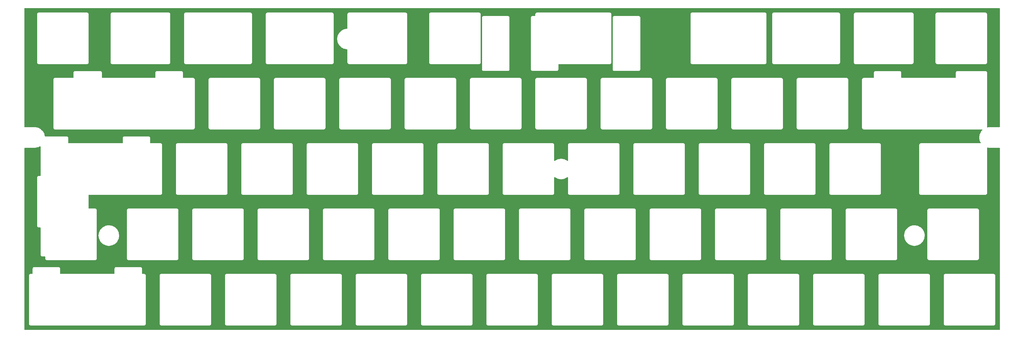
<source format=gbr>
G04 #@! TF.GenerationSoftware,KiCad,Pcbnew,(5.99.0-12762-g961c127ebe)*
G04 #@! TF.CreationDate,2021-11-23T00:09:19+09:00*
G04 #@! TF.ProjectId,plate3,706c6174-6533-42e6-9b69-6361645f7063,rev?*
G04 #@! TF.SameCoordinates,Original*
G04 #@! TF.FileFunction,Copper,L1,Top*
G04 #@! TF.FilePolarity,Positive*
%FSLAX46Y46*%
G04 Gerber Fmt 4.6, Leading zero omitted, Abs format (unit mm)*
G04 Created by KiCad (PCBNEW (5.99.0-12762-g961c127ebe)) date 2021-11-23 00:09:19*
%MOMM*%
%LPD*%
G01*
G04 APERTURE LIST*
G04 APERTURE END LIST*
G04 #@! TA.AperFunction,NonConductor*
G36*
X300651938Y-38290602D02*
G01*
X300698431Y-38344258D01*
X300709817Y-38396597D01*
X300710220Y-54108302D01*
X300710357Y-59457607D01*
X300710700Y-72864197D01*
X300690700Y-72932318D01*
X300637045Y-72978812D01*
X300584700Y-72990200D01*
X297791190Y-72990200D01*
X297790462Y-72990149D01*
X297789763Y-72989947D01*
X297787655Y-72989953D01*
X297787652Y-72989953D01*
X297704125Y-72990199D01*
X297703754Y-72990200D01*
X297682024Y-72990200D01*
X297681567Y-72990265D01*
X297677958Y-72990276D01*
X297646212Y-72995315D01*
X297644424Y-72995585D01*
X297617911Y-72999382D01*
X297582917Y-73004393D01*
X297582913Y-73004394D01*
X297574456Y-73005605D01*
X297571463Y-73006966D01*
X297568237Y-73007691D01*
X297330011Y-73045501D01*
X297153301Y-73073548D01*
X297082887Y-73064472D01*
X297028558Y-73018767D01*
X297007550Y-72949106D01*
X297007550Y-57158302D01*
X297007552Y-57157532D01*
X297007971Y-57088922D01*
X297008026Y-57079948D01*
X297005560Y-57071319D01*
X297005559Y-57071314D01*
X296999911Y-57051552D01*
X296996333Y-57034791D01*
X296993420Y-57014448D01*
X296993417Y-57014438D01*
X296992145Y-57005555D01*
X296981529Y-56982205D01*
X296975086Y-56964693D01*
X296970504Y-56948663D01*
X296968038Y-56940035D01*
X296952276Y-56915052D01*
X296944146Y-56899986D01*
X296931917Y-56873090D01*
X296915176Y-56853661D01*
X296904071Y-56838653D01*
X296895180Y-56824561D01*
X296890390Y-56816969D01*
X296868253Y-56797418D01*
X296856209Y-56785226D01*
X296842789Y-56769651D01*
X296842787Y-56769650D01*
X296836931Y-56762853D01*
X296829403Y-56757974D01*
X296829400Y-56757971D01*
X296815411Y-56748904D01*
X296800537Y-56737614D01*
X296788052Y-56726588D01*
X296781322Y-56720644D01*
X296773196Y-56716829D01*
X296773195Y-56716828D01*
X296767529Y-56714168D01*
X296754584Y-56708090D01*
X296739615Y-56699776D01*
X296714823Y-56683707D01*
X296690259Y-56676361D01*
X296672814Y-56669699D01*
X296668377Y-56667616D01*
X296649602Y-56658801D01*
X296620420Y-56654257D01*
X296603701Y-56650474D01*
X296584014Y-56644586D01*
X296584011Y-56644585D01*
X296575409Y-56642013D01*
X296566434Y-56641958D01*
X296566433Y-56641958D01*
X296559740Y-56641917D01*
X296540994Y-56641803D01*
X296540222Y-56641770D01*
X296539127Y-56641600D01*
X296508252Y-56641600D01*
X296507482Y-56641598D01*
X296433834Y-56641148D01*
X296433833Y-56641148D01*
X296429898Y-56641124D01*
X296428554Y-56641508D01*
X296427209Y-56641600D01*
X288421253Y-56641600D01*
X288420483Y-56641598D01*
X288419629Y-56641593D01*
X288342899Y-56641124D01*
X288334270Y-56643590D01*
X288334265Y-56643591D01*
X288314503Y-56649239D01*
X288297742Y-56652817D01*
X288277399Y-56655730D01*
X288277389Y-56655733D01*
X288268506Y-56657005D01*
X288245156Y-56667621D01*
X288227644Y-56674064D01*
X288219608Y-56676361D01*
X288202986Y-56681112D01*
X288178003Y-56696874D01*
X288162937Y-56705004D01*
X288136041Y-56717233D01*
X288116612Y-56733974D01*
X288101604Y-56745079D01*
X288079920Y-56758760D01*
X288073978Y-56765488D01*
X288060370Y-56780896D01*
X288048178Y-56792940D01*
X288025804Y-56812219D01*
X288020925Y-56819747D01*
X288020922Y-56819750D01*
X288011855Y-56833739D01*
X288000565Y-56848613D01*
X287983595Y-56867828D01*
X287971041Y-56894566D01*
X287962727Y-56909535D01*
X287946658Y-56934327D01*
X287944086Y-56942927D01*
X287939312Y-56958890D01*
X287932650Y-56976336D01*
X287921752Y-56999548D01*
X287917209Y-57028728D01*
X287913425Y-57045449D01*
X287907537Y-57065136D01*
X287907536Y-57065139D01*
X287904964Y-57073741D01*
X287904909Y-57082716D01*
X287904909Y-57082717D01*
X287904754Y-57108146D01*
X287904721Y-57108928D01*
X287904551Y-57110023D01*
X287904551Y-57140898D01*
X287904549Y-57141668D01*
X287904075Y-57219252D01*
X287904459Y-57220596D01*
X287904551Y-57221941D01*
X287904551Y-58515600D01*
X287884549Y-58583721D01*
X287830893Y-58630214D01*
X287778551Y-58641600D01*
X272129494Y-58641600D01*
X272061373Y-58621598D01*
X272014880Y-58567942D01*
X272003494Y-58515600D01*
X272003494Y-57158302D01*
X272003496Y-57157532D01*
X272003915Y-57088922D01*
X272003970Y-57079948D01*
X272001504Y-57071319D01*
X272001503Y-57071314D01*
X271995855Y-57051552D01*
X271992277Y-57034791D01*
X271989364Y-57014448D01*
X271989361Y-57014438D01*
X271988089Y-57005555D01*
X271977473Y-56982205D01*
X271971030Y-56964693D01*
X271966448Y-56948663D01*
X271963982Y-56940035D01*
X271948220Y-56915052D01*
X271940090Y-56899986D01*
X271927861Y-56873090D01*
X271911120Y-56853661D01*
X271900015Y-56838653D01*
X271891124Y-56824561D01*
X271886334Y-56816969D01*
X271864197Y-56797418D01*
X271852153Y-56785226D01*
X271838733Y-56769651D01*
X271838731Y-56769650D01*
X271832875Y-56762853D01*
X271825347Y-56757974D01*
X271825344Y-56757971D01*
X271811355Y-56748904D01*
X271796481Y-56737614D01*
X271783996Y-56726588D01*
X271777266Y-56720644D01*
X271769140Y-56716829D01*
X271769139Y-56716828D01*
X271763473Y-56714168D01*
X271750528Y-56708090D01*
X271735559Y-56699776D01*
X271710767Y-56683707D01*
X271686203Y-56676361D01*
X271668758Y-56669699D01*
X271664321Y-56667616D01*
X271645546Y-56658801D01*
X271616364Y-56654257D01*
X271599645Y-56650474D01*
X271579958Y-56644586D01*
X271579955Y-56644585D01*
X271571353Y-56642013D01*
X271562378Y-56641958D01*
X271562377Y-56641958D01*
X271555684Y-56641917D01*
X271536938Y-56641803D01*
X271536166Y-56641770D01*
X271535071Y-56641600D01*
X271504196Y-56641600D01*
X271503426Y-56641598D01*
X271429778Y-56641148D01*
X271429777Y-56641148D01*
X271425842Y-56641124D01*
X271424498Y-56641508D01*
X271423153Y-56641600D01*
X264545252Y-56641600D01*
X264544482Y-56641598D01*
X264543628Y-56641593D01*
X264466898Y-56641124D01*
X264458269Y-56643590D01*
X264458264Y-56643591D01*
X264438502Y-56649239D01*
X264421741Y-56652817D01*
X264401398Y-56655730D01*
X264401388Y-56655733D01*
X264392505Y-56657005D01*
X264369155Y-56667621D01*
X264351643Y-56674064D01*
X264343607Y-56676361D01*
X264326985Y-56681112D01*
X264302002Y-56696874D01*
X264286936Y-56705004D01*
X264260040Y-56717233D01*
X264240611Y-56733974D01*
X264225603Y-56745079D01*
X264203919Y-56758760D01*
X264197977Y-56765488D01*
X264184369Y-56780896D01*
X264172177Y-56792940D01*
X264149803Y-56812219D01*
X264144924Y-56819747D01*
X264144921Y-56819750D01*
X264135854Y-56833739D01*
X264124564Y-56848613D01*
X264107594Y-56867828D01*
X264095040Y-56894566D01*
X264086726Y-56909535D01*
X264070657Y-56934327D01*
X264068085Y-56942927D01*
X264063311Y-56958890D01*
X264056649Y-56976336D01*
X264045751Y-56999548D01*
X264041208Y-57028728D01*
X264037424Y-57045449D01*
X264031536Y-57065136D01*
X264031535Y-57065139D01*
X264028963Y-57073741D01*
X264028908Y-57082716D01*
X264028908Y-57082717D01*
X264028753Y-57108146D01*
X264028720Y-57108928D01*
X264028550Y-57110023D01*
X264028550Y-57140898D01*
X264028548Y-57141668D01*
X264028074Y-57219252D01*
X264028458Y-57220596D01*
X264028550Y-57221941D01*
X264028550Y-58515600D01*
X264008548Y-58583721D01*
X263954892Y-58630214D01*
X263902550Y-58641600D01*
X261077003Y-58641600D01*
X261076233Y-58641598D01*
X261075379Y-58641593D01*
X260998649Y-58641124D01*
X260990020Y-58643590D01*
X260990015Y-58643591D01*
X260970253Y-58649239D01*
X260953492Y-58652817D01*
X260933149Y-58655730D01*
X260933139Y-58655733D01*
X260924256Y-58657005D01*
X260900906Y-58667621D01*
X260883394Y-58674064D01*
X260875358Y-58676361D01*
X260858736Y-58681112D01*
X260833753Y-58696874D01*
X260818687Y-58705004D01*
X260791791Y-58717233D01*
X260772362Y-58733974D01*
X260757354Y-58745079D01*
X260735670Y-58758760D01*
X260729728Y-58765488D01*
X260716120Y-58780896D01*
X260703928Y-58792940D01*
X260681554Y-58812219D01*
X260676675Y-58819747D01*
X260676672Y-58819750D01*
X260667605Y-58833739D01*
X260656315Y-58848613D01*
X260639345Y-58867828D01*
X260626791Y-58894566D01*
X260618477Y-58909535D01*
X260602408Y-58934327D01*
X260599836Y-58942927D01*
X260595062Y-58958890D01*
X260588400Y-58976336D01*
X260577502Y-58999548D01*
X260572959Y-59028728D01*
X260569175Y-59045449D01*
X260563287Y-59065136D01*
X260563286Y-59065139D01*
X260560714Y-59073741D01*
X260560659Y-59082716D01*
X260560659Y-59082717D01*
X260560504Y-59108146D01*
X260560471Y-59108928D01*
X260560301Y-59110023D01*
X260560301Y-59140898D01*
X260560299Y-59141668D01*
X260559825Y-59219252D01*
X260560209Y-59220596D01*
X260560301Y-59221941D01*
X260560301Y-73140898D01*
X260560299Y-73141668D01*
X260559825Y-73219252D01*
X260562291Y-73227881D01*
X260562292Y-73227886D01*
X260567940Y-73247648D01*
X260571518Y-73264409D01*
X260574431Y-73284752D01*
X260574434Y-73284762D01*
X260575706Y-73293645D01*
X260586322Y-73316995D01*
X260592765Y-73334507D01*
X260599813Y-73359165D01*
X260615575Y-73384148D01*
X260623705Y-73399214D01*
X260635934Y-73426110D01*
X260652675Y-73445539D01*
X260663780Y-73460547D01*
X260677461Y-73482231D01*
X260684189Y-73488173D01*
X260699597Y-73501781D01*
X260711641Y-73513973D01*
X260730920Y-73536347D01*
X260738448Y-73541226D01*
X260738451Y-73541229D01*
X260752440Y-73550296D01*
X260767314Y-73561586D01*
X260786529Y-73578556D01*
X260794655Y-73582371D01*
X260794656Y-73582372D01*
X260800322Y-73585032D01*
X260813267Y-73591110D01*
X260828236Y-73599424D01*
X260853028Y-73615493D01*
X260869951Y-73620554D01*
X260877591Y-73622839D01*
X260895037Y-73629501D01*
X260918249Y-73640399D01*
X260947431Y-73644943D01*
X260964150Y-73648726D01*
X260983837Y-73654614D01*
X260983840Y-73654615D01*
X260992442Y-73657187D01*
X261001417Y-73657242D01*
X261001418Y-73657242D01*
X261008111Y-73657283D01*
X261026857Y-73657397D01*
X261027629Y-73657430D01*
X261028724Y-73657600D01*
X261059599Y-73657600D01*
X261060369Y-73657602D01*
X261134017Y-73658052D01*
X261134018Y-73658052D01*
X261137953Y-73658076D01*
X261139297Y-73657692D01*
X261140642Y-73657600D01*
X295544995Y-73657600D01*
X295613116Y-73677602D01*
X295659609Y-73731258D01*
X295669713Y-73801532D01*
X295640219Y-73866112D01*
X295634196Y-73872590D01*
X295365791Y-74141631D01*
X295353883Y-74152149D01*
X295327803Y-74172406D01*
X295322545Y-74179680D01*
X295322544Y-74179681D01*
X295288156Y-74227253D01*
X295286961Y-74228878D01*
X295246446Y-74283071D01*
X295243306Y-74291478D01*
X295243303Y-74291483D01*
X295233517Y-74317682D01*
X295227738Y-74330819D01*
X294972708Y-74831082D01*
X294906983Y-74960006D01*
X294898963Y-74973567D01*
X294880221Y-75001164D01*
X294861770Y-75058352D01*
X294859549Y-75065235D01*
X294858870Y-75067279D01*
X294840003Y-75122505D01*
X294840002Y-75122509D01*
X294837100Y-75131004D01*
X294836699Y-75139975D01*
X294835433Y-75168251D01*
X294833997Y-75182396D01*
X294723281Y-75878949D01*
X294719877Y-75894193D01*
X294710508Y-75926571D01*
X294710533Y-75935546D01*
X294710533Y-75935547D01*
X294710696Y-75993595D01*
X294710681Y-75995872D01*
X294709651Y-76062834D01*
X294712036Y-76071483D01*
X294712037Y-76071489D01*
X294719658Y-76099122D01*
X294722637Y-76112884D01*
X294746171Y-76261285D01*
X294833405Y-76811381D01*
X294834892Y-76826990D01*
X294835987Y-76860518D01*
X294838787Y-76869048D01*
X294856954Y-76924395D01*
X294857628Y-76926513D01*
X294877425Y-76990620D01*
X294882376Y-76998111D01*
X294898079Y-77021872D01*
X294905206Y-77034097D01*
X295147084Y-77508354D01*
X295160215Y-77578125D01*
X295133540Y-77643920D01*
X295075529Y-77684849D01*
X295034839Y-77691600D01*
X277745752Y-77691600D01*
X277744982Y-77691598D01*
X277744128Y-77691593D01*
X277667398Y-77691124D01*
X277658769Y-77693590D01*
X277658764Y-77693591D01*
X277639002Y-77699239D01*
X277622241Y-77702817D01*
X277601898Y-77705730D01*
X277601888Y-77705733D01*
X277593005Y-77707005D01*
X277569655Y-77717621D01*
X277552143Y-77724064D01*
X277544107Y-77726361D01*
X277527485Y-77731112D01*
X277502502Y-77746874D01*
X277487436Y-77755004D01*
X277460540Y-77767233D01*
X277441111Y-77783974D01*
X277426103Y-77795079D01*
X277404419Y-77808760D01*
X277398477Y-77815488D01*
X277384869Y-77830896D01*
X277372677Y-77842940D01*
X277350303Y-77862219D01*
X277345424Y-77869747D01*
X277345421Y-77869750D01*
X277336354Y-77883739D01*
X277325064Y-77898613D01*
X277308094Y-77917828D01*
X277295540Y-77944566D01*
X277287226Y-77959535D01*
X277271157Y-77984327D01*
X277268585Y-77992927D01*
X277263811Y-78008890D01*
X277257149Y-78026336D01*
X277246251Y-78049548D01*
X277241708Y-78078728D01*
X277237924Y-78095449D01*
X277232036Y-78115136D01*
X277232035Y-78115139D01*
X277229463Y-78123741D01*
X277229408Y-78132716D01*
X277229408Y-78132717D01*
X277229253Y-78158146D01*
X277229220Y-78158928D01*
X277229050Y-78160023D01*
X277229050Y-78190898D01*
X277229048Y-78191668D01*
X277228574Y-78269252D01*
X277228958Y-78270596D01*
X277229050Y-78271941D01*
X277229050Y-92190898D01*
X277229048Y-92191668D01*
X277228574Y-92269252D01*
X277231040Y-92277881D01*
X277231041Y-92277886D01*
X277236689Y-92297648D01*
X277240267Y-92314409D01*
X277243180Y-92334752D01*
X277243183Y-92334762D01*
X277244455Y-92343645D01*
X277255071Y-92366995D01*
X277261514Y-92384507D01*
X277268562Y-92409165D01*
X277284324Y-92434148D01*
X277292454Y-92449214D01*
X277304683Y-92476110D01*
X277321424Y-92495539D01*
X277332529Y-92510547D01*
X277346210Y-92532231D01*
X277352938Y-92538173D01*
X277368346Y-92551781D01*
X277380390Y-92563973D01*
X277399669Y-92586347D01*
X277407197Y-92591226D01*
X277407200Y-92591229D01*
X277421189Y-92600296D01*
X277436063Y-92611586D01*
X277455278Y-92628556D01*
X277463404Y-92632371D01*
X277463405Y-92632372D01*
X277469071Y-92635032D01*
X277482016Y-92641110D01*
X277496985Y-92649424D01*
X277521777Y-92665493D01*
X277538700Y-92670554D01*
X277546340Y-92672839D01*
X277563786Y-92679501D01*
X277586998Y-92690399D01*
X277616180Y-92694943D01*
X277632899Y-92698726D01*
X277652586Y-92704614D01*
X277652589Y-92704615D01*
X277661191Y-92707187D01*
X277670166Y-92707242D01*
X277670167Y-92707242D01*
X277676860Y-92707283D01*
X277695606Y-92707397D01*
X277696378Y-92707430D01*
X277697473Y-92707600D01*
X277728348Y-92707600D01*
X277729118Y-92707602D01*
X277802766Y-92708052D01*
X277802767Y-92708052D01*
X277806702Y-92708076D01*
X277808046Y-92707692D01*
X277809391Y-92707600D01*
X296490848Y-92707600D01*
X296491619Y-92707602D01*
X296569202Y-92708076D01*
X296577831Y-92705610D01*
X296577836Y-92705609D01*
X296597598Y-92699961D01*
X296614359Y-92696383D01*
X296634702Y-92693470D01*
X296634712Y-92693467D01*
X296643595Y-92692195D01*
X296666945Y-92681579D01*
X296684457Y-92675136D01*
X296700487Y-92670554D01*
X296709115Y-92668088D01*
X296734098Y-92652326D01*
X296749164Y-92644196D01*
X296776060Y-92631967D01*
X296795489Y-92615226D01*
X296810497Y-92604121D01*
X296824589Y-92595230D01*
X296832181Y-92590440D01*
X296851732Y-92568303D01*
X296863924Y-92556259D01*
X296879499Y-92542839D01*
X296879500Y-92542837D01*
X296886297Y-92536981D01*
X296891176Y-92529453D01*
X296891179Y-92529450D01*
X296900246Y-92515461D01*
X296911536Y-92500587D01*
X296922562Y-92488102D01*
X296928506Y-92481372D01*
X296941060Y-92454634D01*
X296949374Y-92439665D01*
X296965443Y-92414873D01*
X296972789Y-92390309D01*
X296979451Y-92372864D01*
X296986533Y-92357779D01*
X296990349Y-92349652D01*
X296994893Y-92320470D01*
X296998676Y-92303751D01*
X297004564Y-92284064D01*
X297004565Y-92284061D01*
X297007137Y-92275459D01*
X297007347Y-92241044D01*
X297007380Y-92240272D01*
X297007550Y-92239177D01*
X297007550Y-92208302D01*
X297007552Y-92207532D01*
X297008002Y-92133884D01*
X297008002Y-92133883D01*
X297008026Y-92129948D01*
X297007642Y-92128604D01*
X297007550Y-92127259D01*
X297007550Y-79048277D01*
X297027552Y-78980156D01*
X297081208Y-78933663D01*
X297153335Y-78923840D01*
X297565594Y-78989389D01*
X297566360Y-78989566D01*
X297567069Y-78989899D01*
X297578604Y-78991695D01*
X297650477Y-79002886D01*
X297650876Y-79002949D01*
X297671838Y-79006282D01*
X297671845Y-79006283D01*
X297673376Y-79006526D01*
X297673910Y-79006534D01*
X297677544Y-79007100D01*
X297709593Y-79007100D01*
X297711538Y-79007115D01*
X297782029Y-79008203D01*
X297785254Y-79007314D01*
X297788618Y-79007100D01*
X300584706Y-79007100D01*
X300652827Y-79027102D01*
X300699320Y-79080758D01*
X300710706Y-79133100D01*
X300710292Y-103559561D01*
X300709811Y-132002603D01*
X300689808Y-132070724D01*
X300636151Y-132117216D01*
X300583811Y-132128601D01*
X16477800Y-132128601D01*
X16409679Y-132108599D01*
X16363186Y-132054943D01*
X16351800Y-132002601D01*
X16351800Y-130369252D01*
X17672311Y-130369252D01*
X17674777Y-130377881D01*
X17674778Y-130377886D01*
X17680426Y-130397648D01*
X17684004Y-130414409D01*
X17686917Y-130434752D01*
X17686920Y-130434762D01*
X17688192Y-130443645D01*
X17698808Y-130466995D01*
X17705251Y-130484507D01*
X17712299Y-130509165D01*
X17728061Y-130534148D01*
X17736191Y-130549214D01*
X17748420Y-130576110D01*
X17765161Y-130595539D01*
X17776266Y-130610547D01*
X17789947Y-130632231D01*
X17796675Y-130638173D01*
X17812083Y-130651781D01*
X17824127Y-130663973D01*
X17843406Y-130686347D01*
X17850934Y-130691226D01*
X17850937Y-130691229D01*
X17864926Y-130700296D01*
X17879800Y-130711586D01*
X17899015Y-130728556D01*
X17907141Y-130732371D01*
X17907142Y-130732372D01*
X17912808Y-130735032D01*
X17925753Y-130741110D01*
X17940722Y-130749424D01*
X17965514Y-130765493D01*
X17982437Y-130770554D01*
X17990077Y-130772839D01*
X18007523Y-130779501D01*
X18030735Y-130790399D01*
X18059917Y-130794943D01*
X18076636Y-130798726D01*
X18096323Y-130804614D01*
X18096326Y-130804615D01*
X18104928Y-130807187D01*
X18113903Y-130807242D01*
X18113904Y-130807242D01*
X18120597Y-130807283D01*
X18139343Y-130807397D01*
X18140115Y-130807430D01*
X18141210Y-130807600D01*
X18172085Y-130807600D01*
X18172855Y-130807602D01*
X18246503Y-130808052D01*
X18246504Y-130808052D01*
X18250439Y-130808076D01*
X18251783Y-130807692D01*
X18253128Y-130807600D01*
X51222087Y-130807600D01*
X51222858Y-130807602D01*
X51300441Y-130808076D01*
X51309070Y-130805610D01*
X51309075Y-130805609D01*
X51328837Y-130799961D01*
X51345598Y-130796383D01*
X51365941Y-130793470D01*
X51365951Y-130793467D01*
X51374834Y-130792195D01*
X51398184Y-130781579D01*
X51415696Y-130775136D01*
X51431726Y-130770554D01*
X51440354Y-130768088D01*
X51465337Y-130752326D01*
X51480403Y-130744196D01*
X51507299Y-130731967D01*
X51526728Y-130715226D01*
X51541736Y-130704121D01*
X51555828Y-130695230D01*
X51563420Y-130690440D01*
X51582971Y-130668303D01*
X51595163Y-130656259D01*
X51610738Y-130642839D01*
X51610739Y-130642837D01*
X51617536Y-130636981D01*
X51622415Y-130629453D01*
X51622418Y-130629450D01*
X51631485Y-130615461D01*
X51642775Y-130600587D01*
X51653801Y-130588102D01*
X51659745Y-130581372D01*
X51672299Y-130554634D01*
X51680613Y-130539665D01*
X51696682Y-130514873D01*
X51704028Y-130490309D01*
X51710690Y-130472864D01*
X51717772Y-130457779D01*
X51721588Y-130449652D01*
X51726132Y-130420470D01*
X51729915Y-130403751D01*
X51735803Y-130384064D01*
X51735804Y-130384061D01*
X51738376Y-130375459D01*
X51738414Y-130369252D01*
X55772324Y-130369252D01*
X55774790Y-130377881D01*
X55774791Y-130377886D01*
X55780439Y-130397648D01*
X55784017Y-130414409D01*
X55786930Y-130434752D01*
X55786933Y-130434762D01*
X55788205Y-130443645D01*
X55798821Y-130466995D01*
X55805264Y-130484507D01*
X55812312Y-130509165D01*
X55828074Y-130534148D01*
X55836204Y-130549214D01*
X55848433Y-130576110D01*
X55865174Y-130595539D01*
X55876279Y-130610547D01*
X55889960Y-130632231D01*
X55896688Y-130638173D01*
X55912096Y-130651781D01*
X55924140Y-130663973D01*
X55943419Y-130686347D01*
X55950947Y-130691226D01*
X55950950Y-130691229D01*
X55964939Y-130700296D01*
X55979813Y-130711586D01*
X55999028Y-130728556D01*
X56007154Y-130732371D01*
X56007155Y-130732372D01*
X56012821Y-130735032D01*
X56025766Y-130741110D01*
X56040735Y-130749424D01*
X56065527Y-130765493D01*
X56082450Y-130770554D01*
X56090090Y-130772839D01*
X56107536Y-130779501D01*
X56130748Y-130790399D01*
X56159930Y-130794943D01*
X56176649Y-130798726D01*
X56196336Y-130804614D01*
X56196339Y-130804615D01*
X56204941Y-130807187D01*
X56213916Y-130807242D01*
X56213917Y-130807242D01*
X56220610Y-130807283D01*
X56239356Y-130807397D01*
X56240128Y-130807430D01*
X56241223Y-130807600D01*
X56272098Y-130807600D01*
X56272868Y-130807602D01*
X56346516Y-130808052D01*
X56346517Y-130808052D01*
X56350452Y-130808076D01*
X56351796Y-130807692D01*
X56353141Y-130807600D01*
X70272098Y-130807600D01*
X70272869Y-130807602D01*
X70350452Y-130808076D01*
X70359081Y-130805610D01*
X70359086Y-130805609D01*
X70378848Y-130799961D01*
X70395609Y-130796383D01*
X70415952Y-130793470D01*
X70415962Y-130793467D01*
X70424845Y-130792195D01*
X70448195Y-130781579D01*
X70465707Y-130775136D01*
X70481737Y-130770554D01*
X70490365Y-130768088D01*
X70515348Y-130752326D01*
X70530414Y-130744196D01*
X70557310Y-130731967D01*
X70576739Y-130715226D01*
X70591747Y-130704121D01*
X70605839Y-130695230D01*
X70613431Y-130690440D01*
X70632982Y-130668303D01*
X70645174Y-130656259D01*
X70660749Y-130642839D01*
X70660750Y-130642837D01*
X70667547Y-130636981D01*
X70672426Y-130629453D01*
X70672429Y-130629450D01*
X70681496Y-130615461D01*
X70692786Y-130600587D01*
X70703812Y-130588102D01*
X70709756Y-130581372D01*
X70722310Y-130554634D01*
X70730624Y-130539665D01*
X70746693Y-130514873D01*
X70754039Y-130490309D01*
X70760701Y-130472864D01*
X70767783Y-130457779D01*
X70771599Y-130449652D01*
X70776143Y-130420470D01*
X70779926Y-130403751D01*
X70785814Y-130384064D01*
X70785815Y-130384061D01*
X70788387Y-130375459D01*
X70788425Y-130369252D01*
X74822324Y-130369252D01*
X74824790Y-130377881D01*
X74824791Y-130377886D01*
X74830439Y-130397648D01*
X74834017Y-130414409D01*
X74836930Y-130434752D01*
X74836933Y-130434762D01*
X74838205Y-130443645D01*
X74848821Y-130466995D01*
X74855264Y-130484507D01*
X74862312Y-130509165D01*
X74878074Y-130534148D01*
X74886204Y-130549214D01*
X74898433Y-130576110D01*
X74915174Y-130595539D01*
X74926279Y-130610547D01*
X74939960Y-130632231D01*
X74946688Y-130638173D01*
X74962096Y-130651781D01*
X74974140Y-130663973D01*
X74993419Y-130686347D01*
X75000947Y-130691226D01*
X75000950Y-130691229D01*
X75014939Y-130700296D01*
X75029813Y-130711586D01*
X75049028Y-130728556D01*
X75057154Y-130732371D01*
X75057155Y-130732372D01*
X75062821Y-130735032D01*
X75075766Y-130741110D01*
X75090735Y-130749424D01*
X75115527Y-130765493D01*
X75132450Y-130770554D01*
X75140090Y-130772839D01*
X75157536Y-130779501D01*
X75180748Y-130790399D01*
X75209930Y-130794943D01*
X75226649Y-130798726D01*
X75246336Y-130804614D01*
X75246339Y-130804615D01*
X75254941Y-130807187D01*
X75263916Y-130807242D01*
X75263917Y-130807242D01*
X75270610Y-130807283D01*
X75289356Y-130807397D01*
X75290128Y-130807430D01*
X75291223Y-130807600D01*
X75322098Y-130807600D01*
X75322868Y-130807602D01*
X75396516Y-130808052D01*
X75396517Y-130808052D01*
X75400452Y-130808076D01*
X75401796Y-130807692D01*
X75403141Y-130807600D01*
X89322098Y-130807600D01*
X89322869Y-130807602D01*
X89400452Y-130808076D01*
X89409081Y-130805610D01*
X89409086Y-130805609D01*
X89428848Y-130799961D01*
X89445609Y-130796383D01*
X89465952Y-130793470D01*
X89465962Y-130793467D01*
X89474845Y-130792195D01*
X89498195Y-130781579D01*
X89515707Y-130775136D01*
X89531737Y-130770554D01*
X89540365Y-130768088D01*
X89565348Y-130752326D01*
X89580414Y-130744196D01*
X89607310Y-130731967D01*
X89626739Y-130715226D01*
X89641747Y-130704121D01*
X89655839Y-130695230D01*
X89663431Y-130690440D01*
X89682982Y-130668303D01*
X89695174Y-130656259D01*
X89710749Y-130642839D01*
X89710750Y-130642837D01*
X89717547Y-130636981D01*
X89722426Y-130629453D01*
X89722429Y-130629450D01*
X89731496Y-130615461D01*
X89742786Y-130600587D01*
X89753812Y-130588102D01*
X89759756Y-130581372D01*
X89772310Y-130554634D01*
X89780624Y-130539665D01*
X89796693Y-130514873D01*
X89804039Y-130490309D01*
X89810701Y-130472864D01*
X89817783Y-130457779D01*
X89821599Y-130449652D01*
X89826143Y-130420470D01*
X89829926Y-130403751D01*
X89835814Y-130384064D01*
X89835815Y-130384061D01*
X89838387Y-130375459D01*
X89838425Y-130369252D01*
X93872324Y-130369252D01*
X93874790Y-130377881D01*
X93874791Y-130377886D01*
X93880439Y-130397648D01*
X93884017Y-130414409D01*
X93886930Y-130434752D01*
X93886933Y-130434762D01*
X93888205Y-130443645D01*
X93898821Y-130466995D01*
X93905264Y-130484507D01*
X93912312Y-130509165D01*
X93928074Y-130534148D01*
X93936204Y-130549214D01*
X93948433Y-130576110D01*
X93965174Y-130595539D01*
X93976279Y-130610547D01*
X93989960Y-130632231D01*
X93996688Y-130638173D01*
X94012096Y-130651781D01*
X94024140Y-130663973D01*
X94043419Y-130686347D01*
X94050947Y-130691226D01*
X94050950Y-130691229D01*
X94064939Y-130700296D01*
X94079813Y-130711586D01*
X94099028Y-130728556D01*
X94107154Y-130732371D01*
X94107155Y-130732372D01*
X94112821Y-130735032D01*
X94125766Y-130741110D01*
X94140735Y-130749424D01*
X94165527Y-130765493D01*
X94182450Y-130770554D01*
X94190090Y-130772839D01*
X94207536Y-130779501D01*
X94230748Y-130790399D01*
X94259930Y-130794943D01*
X94276649Y-130798726D01*
X94296336Y-130804614D01*
X94296339Y-130804615D01*
X94304941Y-130807187D01*
X94313916Y-130807242D01*
X94313917Y-130807242D01*
X94320610Y-130807283D01*
X94339356Y-130807397D01*
X94340128Y-130807430D01*
X94341223Y-130807600D01*
X94372098Y-130807600D01*
X94372868Y-130807602D01*
X94446516Y-130808052D01*
X94446517Y-130808052D01*
X94450452Y-130808076D01*
X94451796Y-130807692D01*
X94453141Y-130807600D01*
X108372098Y-130807600D01*
X108372869Y-130807602D01*
X108450452Y-130808076D01*
X108459081Y-130805610D01*
X108459086Y-130805609D01*
X108478848Y-130799961D01*
X108495609Y-130796383D01*
X108515952Y-130793470D01*
X108515962Y-130793467D01*
X108524845Y-130792195D01*
X108548195Y-130781579D01*
X108565707Y-130775136D01*
X108581737Y-130770554D01*
X108590365Y-130768088D01*
X108615348Y-130752326D01*
X108630414Y-130744196D01*
X108657310Y-130731967D01*
X108676739Y-130715226D01*
X108691747Y-130704121D01*
X108705839Y-130695230D01*
X108713431Y-130690440D01*
X108732982Y-130668303D01*
X108745174Y-130656259D01*
X108760749Y-130642839D01*
X108760750Y-130642837D01*
X108767547Y-130636981D01*
X108772426Y-130629453D01*
X108772429Y-130629450D01*
X108781496Y-130615461D01*
X108792786Y-130600587D01*
X108803812Y-130588102D01*
X108809756Y-130581372D01*
X108822310Y-130554634D01*
X108830624Y-130539665D01*
X108846693Y-130514873D01*
X108854039Y-130490309D01*
X108860701Y-130472864D01*
X108867783Y-130457779D01*
X108871599Y-130449652D01*
X108876143Y-130420470D01*
X108879926Y-130403751D01*
X108885814Y-130384064D01*
X108885815Y-130384061D01*
X108888387Y-130375459D01*
X108888425Y-130369252D01*
X112922324Y-130369252D01*
X112924790Y-130377881D01*
X112924791Y-130377886D01*
X112930439Y-130397648D01*
X112934017Y-130414409D01*
X112936930Y-130434752D01*
X112936933Y-130434762D01*
X112938205Y-130443645D01*
X112948821Y-130466995D01*
X112955264Y-130484507D01*
X112962312Y-130509165D01*
X112978074Y-130534148D01*
X112986204Y-130549214D01*
X112998433Y-130576110D01*
X113015174Y-130595539D01*
X113026279Y-130610547D01*
X113039960Y-130632231D01*
X113046688Y-130638173D01*
X113062096Y-130651781D01*
X113074140Y-130663973D01*
X113093419Y-130686347D01*
X113100947Y-130691226D01*
X113100950Y-130691229D01*
X113114939Y-130700296D01*
X113129813Y-130711586D01*
X113149028Y-130728556D01*
X113157154Y-130732371D01*
X113157155Y-130732372D01*
X113162821Y-130735032D01*
X113175766Y-130741110D01*
X113190735Y-130749424D01*
X113215527Y-130765493D01*
X113232450Y-130770554D01*
X113240090Y-130772839D01*
X113257536Y-130779501D01*
X113280748Y-130790399D01*
X113309930Y-130794943D01*
X113326649Y-130798726D01*
X113346336Y-130804614D01*
X113346339Y-130804615D01*
X113354941Y-130807187D01*
X113363916Y-130807242D01*
X113363917Y-130807242D01*
X113370610Y-130807283D01*
X113389356Y-130807397D01*
X113390128Y-130807430D01*
X113391223Y-130807600D01*
X113422098Y-130807600D01*
X113422868Y-130807602D01*
X113496516Y-130808052D01*
X113496517Y-130808052D01*
X113500452Y-130808076D01*
X113501796Y-130807692D01*
X113503141Y-130807600D01*
X127422098Y-130807600D01*
X127422869Y-130807602D01*
X127500452Y-130808076D01*
X127509081Y-130805610D01*
X127509086Y-130805609D01*
X127528848Y-130799961D01*
X127545609Y-130796383D01*
X127565952Y-130793470D01*
X127565962Y-130793467D01*
X127574845Y-130792195D01*
X127598195Y-130781579D01*
X127615707Y-130775136D01*
X127631737Y-130770554D01*
X127640365Y-130768088D01*
X127665348Y-130752326D01*
X127680414Y-130744196D01*
X127707310Y-130731967D01*
X127726739Y-130715226D01*
X127741747Y-130704121D01*
X127755839Y-130695230D01*
X127763431Y-130690440D01*
X127782982Y-130668303D01*
X127795174Y-130656259D01*
X127810749Y-130642839D01*
X127810750Y-130642837D01*
X127817547Y-130636981D01*
X127822426Y-130629453D01*
X127822429Y-130629450D01*
X127831496Y-130615461D01*
X127842786Y-130600587D01*
X127853812Y-130588102D01*
X127859756Y-130581372D01*
X127872310Y-130554634D01*
X127880624Y-130539665D01*
X127896693Y-130514873D01*
X127904039Y-130490309D01*
X127910701Y-130472864D01*
X127917783Y-130457779D01*
X127921599Y-130449652D01*
X127926143Y-130420470D01*
X127929926Y-130403751D01*
X127935814Y-130384064D01*
X127935815Y-130384061D01*
X127938387Y-130375459D01*
X127938425Y-130369252D01*
X131972324Y-130369252D01*
X131974790Y-130377881D01*
X131974791Y-130377886D01*
X131980439Y-130397648D01*
X131984017Y-130414409D01*
X131986930Y-130434752D01*
X131986933Y-130434762D01*
X131988205Y-130443645D01*
X131998821Y-130466995D01*
X132005264Y-130484507D01*
X132012312Y-130509165D01*
X132028074Y-130534148D01*
X132036204Y-130549214D01*
X132048433Y-130576110D01*
X132065174Y-130595539D01*
X132076279Y-130610547D01*
X132089960Y-130632231D01*
X132096688Y-130638173D01*
X132112096Y-130651781D01*
X132124140Y-130663973D01*
X132143419Y-130686347D01*
X132150947Y-130691226D01*
X132150950Y-130691229D01*
X132164939Y-130700296D01*
X132179813Y-130711586D01*
X132199028Y-130728556D01*
X132207154Y-130732371D01*
X132207155Y-130732372D01*
X132212821Y-130735032D01*
X132225766Y-130741110D01*
X132240735Y-130749424D01*
X132265527Y-130765493D01*
X132282450Y-130770554D01*
X132290090Y-130772839D01*
X132307536Y-130779501D01*
X132330748Y-130790399D01*
X132359930Y-130794943D01*
X132376649Y-130798726D01*
X132396336Y-130804614D01*
X132396339Y-130804615D01*
X132404941Y-130807187D01*
X132413916Y-130807242D01*
X132413917Y-130807242D01*
X132420610Y-130807283D01*
X132439356Y-130807397D01*
X132440128Y-130807430D01*
X132441223Y-130807600D01*
X132472098Y-130807600D01*
X132472868Y-130807602D01*
X132546516Y-130808052D01*
X132546517Y-130808052D01*
X132550452Y-130808076D01*
X132551796Y-130807692D01*
X132553141Y-130807600D01*
X146472098Y-130807600D01*
X146472869Y-130807602D01*
X146550452Y-130808076D01*
X146559081Y-130805610D01*
X146559086Y-130805609D01*
X146578848Y-130799961D01*
X146595609Y-130796383D01*
X146615952Y-130793470D01*
X146615962Y-130793467D01*
X146624845Y-130792195D01*
X146648195Y-130781579D01*
X146665707Y-130775136D01*
X146681737Y-130770554D01*
X146690365Y-130768088D01*
X146715348Y-130752326D01*
X146730414Y-130744196D01*
X146757310Y-130731967D01*
X146776739Y-130715226D01*
X146791747Y-130704121D01*
X146805839Y-130695230D01*
X146813431Y-130690440D01*
X146832982Y-130668303D01*
X146845174Y-130656259D01*
X146860749Y-130642839D01*
X146860750Y-130642837D01*
X146867547Y-130636981D01*
X146872426Y-130629453D01*
X146872429Y-130629450D01*
X146881496Y-130615461D01*
X146892786Y-130600587D01*
X146903812Y-130588102D01*
X146909756Y-130581372D01*
X146922310Y-130554634D01*
X146930624Y-130539665D01*
X146946693Y-130514873D01*
X146954039Y-130490309D01*
X146960701Y-130472864D01*
X146967783Y-130457779D01*
X146971599Y-130449652D01*
X146976143Y-130420470D01*
X146979926Y-130403751D01*
X146985814Y-130384064D01*
X146985815Y-130384061D01*
X146988387Y-130375459D01*
X146988425Y-130369252D01*
X151022324Y-130369252D01*
X151024790Y-130377881D01*
X151024791Y-130377886D01*
X151030439Y-130397648D01*
X151034017Y-130414409D01*
X151036930Y-130434752D01*
X151036933Y-130434762D01*
X151038205Y-130443645D01*
X151048821Y-130466995D01*
X151055264Y-130484507D01*
X151062312Y-130509165D01*
X151078074Y-130534148D01*
X151086204Y-130549214D01*
X151098433Y-130576110D01*
X151115174Y-130595539D01*
X151126279Y-130610547D01*
X151139960Y-130632231D01*
X151146688Y-130638173D01*
X151162096Y-130651781D01*
X151174140Y-130663973D01*
X151193419Y-130686347D01*
X151200947Y-130691226D01*
X151200950Y-130691229D01*
X151214939Y-130700296D01*
X151229813Y-130711586D01*
X151249028Y-130728556D01*
X151257154Y-130732371D01*
X151257155Y-130732372D01*
X151262821Y-130735032D01*
X151275766Y-130741110D01*
X151290735Y-130749424D01*
X151315527Y-130765493D01*
X151332450Y-130770554D01*
X151340090Y-130772839D01*
X151357536Y-130779501D01*
X151380748Y-130790399D01*
X151409930Y-130794943D01*
X151426649Y-130798726D01*
X151446336Y-130804614D01*
X151446339Y-130804615D01*
X151454941Y-130807187D01*
X151463916Y-130807242D01*
X151463917Y-130807242D01*
X151470610Y-130807283D01*
X151489356Y-130807397D01*
X151490128Y-130807430D01*
X151491223Y-130807600D01*
X151522098Y-130807600D01*
X151522868Y-130807602D01*
X151596516Y-130808052D01*
X151596517Y-130808052D01*
X151600452Y-130808076D01*
X151601796Y-130807692D01*
X151603141Y-130807600D01*
X165522098Y-130807600D01*
X165522869Y-130807602D01*
X165600452Y-130808076D01*
X165609081Y-130805610D01*
X165609086Y-130805609D01*
X165628848Y-130799961D01*
X165645609Y-130796383D01*
X165665952Y-130793470D01*
X165665962Y-130793467D01*
X165674845Y-130792195D01*
X165698195Y-130781579D01*
X165715707Y-130775136D01*
X165731737Y-130770554D01*
X165740365Y-130768088D01*
X165765348Y-130752326D01*
X165780414Y-130744196D01*
X165807310Y-130731967D01*
X165826739Y-130715226D01*
X165841747Y-130704121D01*
X165855839Y-130695230D01*
X165863431Y-130690440D01*
X165882982Y-130668303D01*
X165895174Y-130656259D01*
X165910749Y-130642839D01*
X165910750Y-130642837D01*
X165917547Y-130636981D01*
X165922426Y-130629453D01*
X165922429Y-130629450D01*
X165931496Y-130615461D01*
X165942786Y-130600587D01*
X165953812Y-130588102D01*
X165959756Y-130581372D01*
X165972310Y-130554634D01*
X165980624Y-130539665D01*
X165996693Y-130514873D01*
X166004039Y-130490309D01*
X166010701Y-130472864D01*
X166017783Y-130457779D01*
X166021599Y-130449652D01*
X166026143Y-130420470D01*
X166029926Y-130403751D01*
X166035814Y-130384064D01*
X166035815Y-130384061D01*
X166038387Y-130375459D01*
X166038425Y-130369252D01*
X170072325Y-130369252D01*
X170074791Y-130377881D01*
X170074792Y-130377886D01*
X170080440Y-130397648D01*
X170084018Y-130414409D01*
X170086931Y-130434752D01*
X170086934Y-130434762D01*
X170088206Y-130443645D01*
X170098822Y-130466995D01*
X170105265Y-130484507D01*
X170112313Y-130509165D01*
X170128075Y-130534148D01*
X170136205Y-130549214D01*
X170148434Y-130576110D01*
X170165175Y-130595539D01*
X170176280Y-130610547D01*
X170189961Y-130632231D01*
X170196689Y-130638173D01*
X170212097Y-130651781D01*
X170224141Y-130663973D01*
X170243420Y-130686347D01*
X170250948Y-130691226D01*
X170250951Y-130691229D01*
X170264940Y-130700296D01*
X170279814Y-130711586D01*
X170299029Y-130728556D01*
X170307155Y-130732371D01*
X170307156Y-130732372D01*
X170312822Y-130735032D01*
X170325767Y-130741110D01*
X170340736Y-130749424D01*
X170365528Y-130765493D01*
X170382451Y-130770554D01*
X170390091Y-130772839D01*
X170407537Y-130779501D01*
X170430749Y-130790399D01*
X170459931Y-130794943D01*
X170476650Y-130798726D01*
X170496337Y-130804614D01*
X170496340Y-130804615D01*
X170504942Y-130807187D01*
X170513917Y-130807242D01*
X170513918Y-130807242D01*
X170520611Y-130807283D01*
X170539357Y-130807397D01*
X170540129Y-130807430D01*
X170541224Y-130807600D01*
X170572099Y-130807600D01*
X170572869Y-130807602D01*
X170646517Y-130808052D01*
X170646518Y-130808052D01*
X170650453Y-130808076D01*
X170651797Y-130807692D01*
X170653142Y-130807600D01*
X184572098Y-130807600D01*
X184572869Y-130807602D01*
X184650452Y-130808076D01*
X184659081Y-130805610D01*
X184659086Y-130805609D01*
X184678848Y-130799961D01*
X184695609Y-130796383D01*
X184715952Y-130793470D01*
X184715962Y-130793467D01*
X184724845Y-130792195D01*
X184748195Y-130781579D01*
X184765707Y-130775136D01*
X184781737Y-130770554D01*
X184790365Y-130768088D01*
X184815348Y-130752326D01*
X184830414Y-130744196D01*
X184857310Y-130731967D01*
X184876739Y-130715226D01*
X184891747Y-130704121D01*
X184905839Y-130695230D01*
X184913431Y-130690440D01*
X184932982Y-130668303D01*
X184945174Y-130656259D01*
X184960749Y-130642839D01*
X184960750Y-130642837D01*
X184967547Y-130636981D01*
X184972426Y-130629453D01*
X184972429Y-130629450D01*
X184981496Y-130615461D01*
X184992786Y-130600587D01*
X185003812Y-130588102D01*
X185009756Y-130581372D01*
X185022310Y-130554634D01*
X185030624Y-130539665D01*
X185046693Y-130514873D01*
X185054039Y-130490309D01*
X185060701Y-130472864D01*
X185067783Y-130457779D01*
X185071599Y-130449652D01*
X185076143Y-130420470D01*
X185079926Y-130403751D01*
X185085814Y-130384064D01*
X185085815Y-130384061D01*
X185088387Y-130375459D01*
X185088425Y-130369252D01*
X189122324Y-130369252D01*
X189124790Y-130377881D01*
X189124791Y-130377886D01*
X189130439Y-130397648D01*
X189134017Y-130414409D01*
X189136930Y-130434752D01*
X189136933Y-130434762D01*
X189138205Y-130443645D01*
X189148821Y-130466995D01*
X189155264Y-130484507D01*
X189162312Y-130509165D01*
X189178074Y-130534148D01*
X189186204Y-130549214D01*
X189198433Y-130576110D01*
X189215174Y-130595539D01*
X189226279Y-130610547D01*
X189239960Y-130632231D01*
X189246688Y-130638173D01*
X189262096Y-130651781D01*
X189274140Y-130663973D01*
X189293419Y-130686347D01*
X189300947Y-130691226D01*
X189300950Y-130691229D01*
X189314939Y-130700296D01*
X189329813Y-130711586D01*
X189349028Y-130728556D01*
X189357154Y-130732371D01*
X189357155Y-130732372D01*
X189362821Y-130735032D01*
X189375766Y-130741110D01*
X189390735Y-130749424D01*
X189415527Y-130765493D01*
X189432450Y-130770554D01*
X189440090Y-130772839D01*
X189457536Y-130779501D01*
X189480748Y-130790399D01*
X189509930Y-130794943D01*
X189526649Y-130798726D01*
X189546336Y-130804614D01*
X189546339Y-130804615D01*
X189554941Y-130807187D01*
X189563916Y-130807242D01*
X189563917Y-130807242D01*
X189570610Y-130807283D01*
X189589356Y-130807397D01*
X189590128Y-130807430D01*
X189591223Y-130807600D01*
X189622098Y-130807600D01*
X189622868Y-130807602D01*
X189696516Y-130808052D01*
X189696517Y-130808052D01*
X189700452Y-130808076D01*
X189701796Y-130807692D01*
X189703141Y-130807600D01*
X203622098Y-130807600D01*
X203622869Y-130807602D01*
X203700452Y-130808076D01*
X203709081Y-130805610D01*
X203709086Y-130805609D01*
X203728848Y-130799961D01*
X203745609Y-130796383D01*
X203765952Y-130793470D01*
X203765962Y-130793467D01*
X203774845Y-130792195D01*
X203798195Y-130781579D01*
X203815707Y-130775136D01*
X203831737Y-130770554D01*
X203840365Y-130768088D01*
X203865348Y-130752326D01*
X203880414Y-130744196D01*
X203907310Y-130731967D01*
X203926739Y-130715226D01*
X203941747Y-130704121D01*
X203955839Y-130695230D01*
X203963431Y-130690440D01*
X203982982Y-130668303D01*
X203995174Y-130656259D01*
X204010749Y-130642839D01*
X204010750Y-130642837D01*
X204017547Y-130636981D01*
X204022426Y-130629453D01*
X204022429Y-130629450D01*
X204031496Y-130615461D01*
X204042786Y-130600587D01*
X204053812Y-130588102D01*
X204059756Y-130581372D01*
X204072310Y-130554634D01*
X204080624Y-130539665D01*
X204096693Y-130514873D01*
X204104039Y-130490309D01*
X204110701Y-130472864D01*
X204117783Y-130457779D01*
X204121599Y-130449652D01*
X204126143Y-130420470D01*
X204129926Y-130403751D01*
X204135814Y-130384064D01*
X204135815Y-130384061D01*
X204138387Y-130375459D01*
X204138425Y-130369252D01*
X208172324Y-130369252D01*
X208174790Y-130377881D01*
X208174791Y-130377886D01*
X208180439Y-130397648D01*
X208184017Y-130414409D01*
X208186930Y-130434752D01*
X208186933Y-130434762D01*
X208188205Y-130443645D01*
X208198821Y-130466995D01*
X208205264Y-130484507D01*
X208212312Y-130509165D01*
X208228074Y-130534148D01*
X208236204Y-130549214D01*
X208248433Y-130576110D01*
X208265174Y-130595539D01*
X208276279Y-130610547D01*
X208289960Y-130632231D01*
X208296688Y-130638173D01*
X208312096Y-130651781D01*
X208324140Y-130663973D01*
X208343419Y-130686347D01*
X208350947Y-130691226D01*
X208350950Y-130691229D01*
X208364939Y-130700296D01*
X208379813Y-130711586D01*
X208399028Y-130728556D01*
X208407154Y-130732371D01*
X208407155Y-130732372D01*
X208412821Y-130735032D01*
X208425766Y-130741110D01*
X208440735Y-130749424D01*
X208465527Y-130765493D01*
X208482450Y-130770554D01*
X208490090Y-130772839D01*
X208507536Y-130779501D01*
X208530748Y-130790399D01*
X208559930Y-130794943D01*
X208576649Y-130798726D01*
X208596336Y-130804614D01*
X208596339Y-130804615D01*
X208604941Y-130807187D01*
X208613916Y-130807242D01*
X208613917Y-130807242D01*
X208620610Y-130807283D01*
X208639356Y-130807397D01*
X208640128Y-130807430D01*
X208641223Y-130807600D01*
X208672098Y-130807600D01*
X208672868Y-130807602D01*
X208746516Y-130808052D01*
X208746517Y-130808052D01*
X208750452Y-130808076D01*
X208751796Y-130807692D01*
X208753141Y-130807600D01*
X222672098Y-130807600D01*
X222672869Y-130807602D01*
X222750452Y-130808076D01*
X222759081Y-130805610D01*
X222759086Y-130805609D01*
X222778848Y-130799961D01*
X222795609Y-130796383D01*
X222815952Y-130793470D01*
X222815962Y-130793467D01*
X222824845Y-130792195D01*
X222848195Y-130781579D01*
X222865707Y-130775136D01*
X222881737Y-130770554D01*
X222890365Y-130768088D01*
X222915348Y-130752326D01*
X222930414Y-130744196D01*
X222957310Y-130731967D01*
X222976739Y-130715226D01*
X222991747Y-130704121D01*
X223005839Y-130695230D01*
X223013431Y-130690440D01*
X223032982Y-130668303D01*
X223045174Y-130656259D01*
X223060749Y-130642839D01*
X223060750Y-130642837D01*
X223067547Y-130636981D01*
X223072426Y-130629453D01*
X223072429Y-130629450D01*
X223081496Y-130615461D01*
X223092786Y-130600587D01*
X223103812Y-130588102D01*
X223109756Y-130581372D01*
X223122310Y-130554634D01*
X223130624Y-130539665D01*
X223146693Y-130514873D01*
X223154039Y-130490309D01*
X223160701Y-130472864D01*
X223167783Y-130457779D01*
X223171599Y-130449652D01*
X223176143Y-130420470D01*
X223179926Y-130403751D01*
X223185814Y-130384064D01*
X223185815Y-130384061D01*
X223188387Y-130375459D01*
X223188425Y-130369252D01*
X227222324Y-130369252D01*
X227224790Y-130377881D01*
X227224791Y-130377886D01*
X227230439Y-130397648D01*
X227234017Y-130414409D01*
X227236930Y-130434752D01*
X227236933Y-130434762D01*
X227238205Y-130443645D01*
X227248821Y-130466995D01*
X227255264Y-130484507D01*
X227262312Y-130509165D01*
X227278074Y-130534148D01*
X227286204Y-130549214D01*
X227298433Y-130576110D01*
X227315174Y-130595539D01*
X227326279Y-130610547D01*
X227339960Y-130632231D01*
X227346688Y-130638173D01*
X227362096Y-130651781D01*
X227374140Y-130663973D01*
X227393419Y-130686347D01*
X227400947Y-130691226D01*
X227400950Y-130691229D01*
X227414939Y-130700296D01*
X227429813Y-130711586D01*
X227449028Y-130728556D01*
X227457154Y-130732371D01*
X227457155Y-130732372D01*
X227462821Y-130735032D01*
X227475766Y-130741110D01*
X227490735Y-130749424D01*
X227515527Y-130765493D01*
X227532450Y-130770554D01*
X227540090Y-130772839D01*
X227557536Y-130779501D01*
X227580748Y-130790399D01*
X227609930Y-130794943D01*
X227626649Y-130798726D01*
X227646336Y-130804614D01*
X227646339Y-130804615D01*
X227654941Y-130807187D01*
X227663916Y-130807242D01*
X227663917Y-130807242D01*
X227670610Y-130807283D01*
X227689356Y-130807397D01*
X227690128Y-130807430D01*
X227691223Y-130807600D01*
X227722098Y-130807600D01*
X227722868Y-130807602D01*
X227796516Y-130808052D01*
X227796517Y-130808052D01*
X227800452Y-130808076D01*
X227801796Y-130807692D01*
X227803141Y-130807600D01*
X241722098Y-130807600D01*
X241722869Y-130807602D01*
X241800452Y-130808076D01*
X241809081Y-130805610D01*
X241809086Y-130805609D01*
X241828848Y-130799961D01*
X241845609Y-130796383D01*
X241865952Y-130793470D01*
X241865962Y-130793467D01*
X241874845Y-130792195D01*
X241898195Y-130781579D01*
X241915707Y-130775136D01*
X241931737Y-130770554D01*
X241940365Y-130768088D01*
X241965348Y-130752326D01*
X241980414Y-130744196D01*
X242007310Y-130731967D01*
X242026739Y-130715226D01*
X242041747Y-130704121D01*
X242055839Y-130695230D01*
X242063431Y-130690440D01*
X242082982Y-130668303D01*
X242095174Y-130656259D01*
X242110749Y-130642839D01*
X242110750Y-130642837D01*
X242117547Y-130636981D01*
X242122426Y-130629453D01*
X242122429Y-130629450D01*
X242131496Y-130615461D01*
X242142786Y-130600587D01*
X242153812Y-130588102D01*
X242159756Y-130581372D01*
X242172310Y-130554634D01*
X242180624Y-130539665D01*
X242196693Y-130514873D01*
X242204039Y-130490309D01*
X242210701Y-130472864D01*
X242217783Y-130457779D01*
X242221599Y-130449652D01*
X242226143Y-130420470D01*
X242229926Y-130403751D01*
X242235814Y-130384064D01*
X242235815Y-130384061D01*
X242238387Y-130375459D01*
X242238425Y-130369252D01*
X246272324Y-130369252D01*
X246274790Y-130377881D01*
X246274791Y-130377886D01*
X246280439Y-130397648D01*
X246284017Y-130414409D01*
X246286930Y-130434752D01*
X246286933Y-130434762D01*
X246288205Y-130443645D01*
X246298821Y-130466995D01*
X246305264Y-130484507D01*
X246312312Y-130509165D01*
X246328074Y-130534148D01*
X246336204Y-130549214D01*
X246348433Y-130576110D01*
X246365174Y-130595539D01*
X246376279Y-130610547D01*
X246389960Y-130632231D01*
X246396688Y-130638173D01*
X246412096Y-130651781D01*
X246424140Y-130663973D01*
X246443419Y-130686347D01*
X246450947Y-130691226D01*
X246450950Y-130691229D01*
X246464939Y-130700296D01*
X246479813Y-130711586D01*
X246499028Y-130728556D01*
X246507154Y-130732371D01*
X246507155Y-130732372D01*
X246512821Y-130735032D01*
X246525766Y-130741110D01*
X246540735Y-130749424D01*
X246565527Y-130765493D01*
X246582450Y-130770554D01*
X246590090Y-130772839D01*
X246607536Y-130779501D01*
X246630748Y-130790399D01*
X246659930Y-130794943D01*
X246676649Y-130798726D01*
X246696336Y-130804614D01*
X246696339Y-130804615D01*
X246704941Y-130807187D01*
X246713916Y-130807242D01*
X246713917Y-130807242D01*
X246720610Y-130807283D01*
X246739356Y-130807397D01*
X246740128Y-130807430D01*
X246741223Y-130807600D01*
X246772098Y-130807600D01*
X246772868Y-130807602D01*
X246846516Y-130808052D01*
X246846517Y-130808052D01*
X246850452Y-130808076D01*
X246851796Y-130807692D01*
X246853141Y-130807600D01*
X260772098Y-130807600D01*
X260772869Y-130807602D01*
X260850452Y-130808076D01*
X260859081Y-130805610D01*
X260859086Y-130805609D01*
X260878848Y-130799961D01*
X260895609Y-130796383D01*
X260915952Y-130793470D01*
X260915962Y-130793467D01*
X260924845Y-130792195D01*
X260948195Y-130781579D01*
X260965707Y-130775136D01*
X260981737Y-130770554D01*
X260990365Y-130768088D01*
X261015348Y-130752326D01*
X261030414Y-130744196D01*
X261057310Y-130731967D01*
X261076739Y-130715226D01*
X261091747Y-130704121D01*
X261105839Y-130695230D01*
X261113431Y-130690440D01*
X261132982Y-130668303D01*
X261145174Y-130656259D01*
X261160749Y-130642839D01*
X261160750Y-130642837D01*
X261167547Y-130636981D01*
X261172426Y-130629453D01*
X261172429Y-130629450D01*
X261181496Y-130615461D01*
X261192786Y-130600587D01*
X261203812Y-130588102D01*
X261209756Y-130581372D01*
X261222310Y-130554634D01*
X261230624Y-130539665D01*
X261246693Y-130514873D01*
X261254039Y-130490309D01*
X261260701Y-130472864D01*
X261267783Y-130457779D01*
X261271599Y-130449652D01*
X261276143Y-130420470D01*
X261279926Y-130403751D01*
X261285814Y-130384064D01*
X261285815Y-130384061D01*
X261288387Y-130375459D01*
X261288425Y-130369252D01*
X265322324Y-130369252D01*
X265324790Y-130377881D01*
X265324791Y-130377886D01*
X265330439Y-130397648D01*
X265334017Y-130414409D01*
X265336930Y-130434752D01*
X265336933Y-130434762D01*
X265338205Y-130443645D01*
X265348821Y-130466995D01*
X265355264Y-130484507D01*
X265362312Y-130509165D01*
X265378074Y-130534148D01*
X265386204Y-130549214D01*
X265398433Y-130576110D01*
X265415174Y-130595539D01*
X265426279Y-130610547D01*
X265439960Y-130632231D01*
X265446688Y-130638173D01*
X265462096Y-130651781D01*
X265474140Y-130663973D01*
X265493419Y-130686347D01*
X265500947Y-130691226D01*
X265500950Y-130691229D01*
X265514939Y-130700296D01*
X265529813Y-130711586D01*
X265549028Y-130728556D01*
X265557154Y-130732371D01*
X265557155Y-130732372D01*
X265562821Y-130735032D01*
X265575766Y-130741110D01*
X265590735Y-130749424D01*
X265615527Y-130765493D01*
X265632450Y-130770554D01*
X265640090Y-130772839D01*
X265657536Y-130779501D01*
X265680748Y-130790399D01*
X265709930Y-130794943D01*
X265726649Y-130798726D01*
X265746336Y-130804614D01*
X265746339Y-130804615D01*
X265754941Y-130807187D01*
X265763916Y-130807242D01*
X265763917Y-130807242D01*
X265770610Y-130807283D01*
X265789356Y-130807397D01*
X265790128Y-130807430D01*
X265791223Y-130807600D01*
X265822098Y-130807600D01*
X265822868Y-130807602D01*
X265896516Y-130808052D01*
X265896517Y-130808052D01*
X265900452Y-130808076D01*
X265901796Y-130807692D01*
X265903141Y-130807600D01*
X279822098Y-130807600D01*
X279822869Y-130807602D01*
X279900452Y-130808076D01*
X279909081Y-130805610D01*
X279909086Y-130805609D01*
X279928848Y-130799961D01*
X279945609Y-130796383D01*
X279965952Y-130793470D01*
X279965962Y-130793467D01*
X279974845Y-130792195D01*
X279998195Y-130781579D01*
X280015707Y-130775136D01*
X280031737Y-130770554D01*
X280040365Y-130768088D01*
X280065348Y-130752326D01*
X280080414Y-130744196D01*
X280107310Y-130731967D01*
X280126739Y-130715226D01*
X280141747Y-130704121D01*
X280155839Y-130695230D01*
X280163431Y-130690440D01*
X280182982Y-130668303D01*
X280195174Y-130656259D01*
X280210749Y-130642839D01*
X280210750Y-130642837D01*
X280217547Y-130636981D01*
X280222426Y-130629453D01*
X280222429Y-130629450D01*
X280231496Y-130615461D01*
X280242786Y-130600587D01*
X280253812Y-130588102D01*
X280259756Y-130581372D01*
X280272310Y-130554634D01*
X280280624Y-130539665D01*
X280296693Y-130514873D01*
X280304039Y-130490309D01*
X280310701Y-130472864D01*
X280317783Y-130457779D01*
X280321599Y-130449652D01*
X280326143Y-130420470D01*
X280329926Y-130403751D01*
X280335814Y-130384064D01*
X280335815Y-130384061D01*
X280338387Y-130375459D01*
X280338425Y-130369252D01*
X284372325Y-130369252D01*
X284374791Y-130377881D01*
X284374792Y-130377886D01*
X284380440Y-130397648D01*
X284384018Y-130414409D01*
X284386931Y-130434752D01*
X284386934Y-130434762D01*
X284388206Y-130443645D01*
X284398822Y-130466995D01*
X284405265Y-130484507D01*
X284412313Y-130509165D01*
X284428075Y-130534148D01*
X284436205Y-130549214D01*
X284448434Y-130576110D01*
X284465175Y-130595539D01*
X284476280Y-130610547D01*
X284489961Y-130632231D01*
X284496689Y-130638173D01*
X284512097Y-130651781D01*
X284524141Y-130663973D01*
X284543420Y-130686347D01*
X284550948Y-130691226D01*
X284550951Y-130691229D01*
X284564940Y-130700296D01*
X284579814Y-130711586D01*
X284599029Y-130728556D01*
X284607155Y-130732371D01*
X284607156Y-130732372D01*
X284612822Y-130735032D01*
X284625767Y-130741110D01*
X284640736Y-130749424D01*
X284665528Y-130765493D01*
X284682451Y-130770554D01*
X284690091Y-130772839D01*
X284707537Y-130779501D01*
X284730749Y-130790399D01*
X284759931Y-130794943D01*
X284776650Y-130798726D01*
X284796337Y-130804614D01*
X284796340Y-130804615D01*
X284804942Y-130807187D01*
X284813917Y-130807242D01*
X284813918Y-130807242D01*
X284820611Y-130807283D01*
X284839357Y-130807397D01*
X284840129Y-130807430D01*
X284841224Y-130807600D01*
X284872099Y-130807600D01*
X284872869Y-130807602D01*
X284946517Y-130808052D01*
X284946518Y-130808052D01*
X284950453Y-130808076D01*
X284951797Y-130807692D01*
X284953142Y-130807600D01*
X298872098Y-130807600D01*
X298872869Y-130807602D01*
X298950452Y-130808076D01*
X298959081Y-130805610D01*
X298959086Y-130805609D01*
X298978848Y-130799961D01*
X298995609Y-130796383D01*
X299015952Y-130793470D01*
X299015962Y-130793467D01*
X299024845Y-130792195D01*
X299048195Y-130781579D01*
X299065707Y-130775136D01*
X299081737Y-130770554D01*
X299090365Y-130768088D01*
X299115348Y-130752326D01*
X299130414Y-130744196D01*
X299157310Y-130731967D01*
X299176739Y-130715226D01*
X299191747Y-130704121D01*
X299205839Y-130695230D01*
X299213431Y-130690440D01*
X299232982Y-130668303D01*
X299245174Y-130656259D01*
X299260749Y-130642839D01*
X299260750Y-130642837D01*
X299267547Y-130636981D01*
X299272426Y-130629453D01*
X299272429Y-130629450D01*
X299281496Y-130615461D01*
X299292786Y-130600587D01*
X299303812Y-130588102D01*
X299309756Y-130581372D01*
X299322310Y-130554634D01*
X299330624Y-130539665D01*
X299346693Y-130514873D01*
X299354039Y-130490309D01*
X299360701Y-130472864D01*
X299367783Y-130457779D01*
X299371599Y-130449652D01*
X299376143Y-130420470D01*
X299379926Y-130403751D01*
X299385814Y-130384064D01*
X299385815Y-130384061D01*
X299388387Y-130375459D01*
X299388597Y-130341044D01*
X299388630Y-130340272D01*
X299388800Y-130339177D01*
X299388800Y-130308302D01*
X299388802Y-130307532D01*
X299389252Y-130233884D01*
X299389252Y-130233883D01*
X299389276Y-130229948D01*
X299388892Y-130228604D01*
X299388800Y-130227259D01*
X299388800Y-116308303D01*
X299388802Y-116307533D01*
X299388901Y-116291327D01*
X299389276Y-116229949D01*
X299386810Y-116221320D01*
X299386809Y-116221315D01*
X299381161Y-116201553D01*
X299377583Y-116184792D01*
X299374670Y-116164449D01*
X299374667Y-116164439D01*
X299373395Y-116155556D01*
X299362779Y-116132206D01*
X299356336Y-116114694D01*
X299351754Y-116098664D01*
X299351754Y-116098663D01*
X299349288Y-116090036D01*
X299333526Y-116065053D01*
X299325396Y-116049987D01*
X299313167Y-116023091D01*
X299296426Y-116003662D01*
X299285321Y-115988654D01*
X299276430Y-115974562D01*
X299276429Y-115974561D01*
X299271640Y-115966970D01*
X299249503Y-115947419D01*
X299237459Y-115935227D01*
X299224039Y-115919652D01*
X299224037Y-115919651D01*
X299218181Y-115912854D01*
X299210653Y-115907975D01*
X299210650Y-115907972D01*
X299196661Y-115898905D01*
X299181787Y-115887615D01*
X299169302Y-115876589D01*
X299162572Y-115870645D01*
X299154446Y-115866830D01*
X299154445Y-115866829D01*
X299148779Y-115864169D01*
X299135834Y-115858091D01*
X299120865Y-115849777D01*
X299096073Y-115833708D01*
X299071507Y-115826361D01*
X299054064Y-115819700D01*
X299049625Y-115817616D01*
X299030852Y-115808802D01*
X299001670Y-115804258D01*
X298984951Y-115800475D01*
X298965264Y-115794587D01*
X298965261Y-115794586D01*
X298956659Y-115792014D01*
X298947684Y-115791959D01*
X298947683Y-115791959D01*
X298940990Y-115791918D01*
X298922244Y-115791804D01*
X298921472Y-115791771D01*
X298920377Y-115791601D01*
X298889502Y-115791601D01*
X298888732Y-115791599D01*
X298815084Y-115791149D01*
X298815083Y-115791149D01*
X298811148Y-115791125D01*
X298809804Y-115791509D01*
X298808459Y-115791601D01*
X284889503Y-115791601D01*
X284888733Y-115791599D01*
X284887879Y-115791594D01*
X284811149Y-115791125D01*
X284802520Y-115793591D01*
X284802515Y-115793592D01*
X284782753Y-115799240D01*
X284765992Y-115802818D01*
X284745649Y-115805731D01*
X284745639Y-115805734D01*
X284736756Y-115807006D01*
X284713406Y-115817622D01*
X284695894Y-115824065D01*
X284687862Y-115826361D01*
X284671236Y-115831113D01*
X284646253Y-115846875D01*
X284631187Y-115855005D01*
X284604291Y-115867234D01*
X284584862Y-115883975D01*
X284569854Y-115895080D01*
X284548170Y-115908761D01*
X284542229Y-115915488D01*
X284542228Y-115915489D01*
X284528620Y-115930897D01*
X284516427Y-115942942D01*
X284500854Y-115956361D01*
X284494054Y-115962220D01*
X284489175Y-115969748D01*
X284489172Y-115969751D01*
X284480105Y-115983740D01*
X284468816Y-115998613D01*
X284451845Y-116017829D01*
X284439291Y-116044567D01*
X284430977Y-116059536D01*
X284414908Y-116084328D01*
X284412336Y-116092927D01*
X284412336Y-116092928D01*
X284407562Y-116108891D01*
X284400900Y-116126336D01*
X284390002Y-116149549D01*
X284385459Y-116178728D01*
X284385459Y-116178729D01*
X284381675Y-116195450D01*
X284375787Y-116215137D01*
X284375786Y-116215140D01*
X284373214Y-116223742D01*
X284373159Y-116232717D01*
X284373159Y-116232718D01*
X284373004Y-116258147D01*
X284372971Y-116258929D01*
X284372801Y-116260024D01*
X284372801Y-116290899D01*
X284372799Y-116291668D01*
X284372325Y-116369253D01*
X284372709Y-116370597D01*
X284372801Y-116371942D01*
X284372801Y-130290898D01*
X284372799Y-130291668D01*
X284372325Y-130369252D01*
X280338425Y-130369252D01*
X280338597Y-130341044D01*
X280338630Y-130340272D01*
X280338800Y-130339177D01*
X280338800Y-130308302D01*
X280338802Y-130307532D01*
X280339252Y-130233884D01*
X280339252Y-130233883D01*
X280339276Y-130229948D01*
X280338892Y-130228604D01*
X280338800Y-130227259D01*
X280338800Y-116308303D01*
X280338802Y-116307533D01*
X280338901Y-116291327D01*
X280339276Y-116229949D01*
X280336810Y-116221320D01*
X280336809Y-116221315D01*
X280331161Y-116201553D01*
X280327583Y-116184792D01*
X280324670Y-116164449D01*
X280324667Y-116164439D01*
X280323395Y-116155556D01*
X280312779Y-116132206D01*
X280306336Y-116114694D01*
X280301754Y-116098664D01*
X280301754Y-116098663D01*
X280299288Y-116090036D01*
X280283526Y-116065053D01*
X280275396Y-116049987D01*
X280263167Y-116023091D01*
X280246426Y-116003662D01*
X280235321Y-115988654D01*
X280226430Y-115974562D01*
X280226429Y-115974561D01*
X280221640Y-115966970D01*
X280199503Y-115947419D01*
X280187459Y-115935227D01*
X280174039Y-115919652D01*
X280174037Y-115919651D01*
X280168181Y-115912854D01*
X280160653Y-115907975D01*
X280160650Y-115907972D01*
X280146661Y-115898905D01*
X280131787Y-115887615D01*
X280119302Y-115876589D01*
X280112572Y-115870645D01*
X280104446Y-115866830D01*
X280104445Y-115866829D01*
X280098779Y-115864169D01*
X280085834Y-115858091D01*
X280070865Y-115849777D01*
X280046073Y-115833708D01*
X280021507Y-115826361D01*
X280004064Y-115819700D01*
X279999625Y-115817616D01*
X279980852Y-115808802D01*
X279951670Y-115804258D01*
X279934951Y-115800475D01*
X279915264Y-115794587D01*
X279915261Y-115794586D01*
X279906659Y-115792014D01*
X279897684Y-115791959D01*
X279897683Y-115791959D01*
X279890990Y-115791918D01*
X279872244Y-115791804D01*
X279871472Y-115791771D01*
X279870377Y-115791601D01*
X279839502Y-115791601D01*
X279838732Y-115791599D01*
X279765084Y-115791149D01*
X279765083Y-115791149D01*
X279761148Y-115791125D01*
X279759804Y-115791509D01*
X279758459Y-115791601D01*
X265839502Y-115791601D01*
X265838732Y-115791599D01*
X265837878Y-115791594D01*
X265761148Y-115791125D01*
X265752519Y-115793591D01*
X265752514Y-115793592D01*
X265732752Y-115799240D01*
X265715991Y-115802818D01*
X265695648Y-115805731D01*
X265695638Y-115805734D01*
X265686755Y-115807006D01*
X265663405Y-115817622D01*
X265645893Y-115824065D01*
X265637861Y-115826361D01*
X265621235Y-115831113D01*
X265596252Y-115846875D01*
X265581186Y-115855005D01*
X265554290Y-115867234D01*
X265534861Y-115883975D01*
X265519853Y-115895080D01*
X265498169Y-115908761D01*
X265492228Y-115915488D01*
X265492227Y-115915489D01*
X265478619Y-115930897D01*
X265466426Y-115942942D01*
X265450853Y-115956361D01*
X265444053Y-115962220D01*
X265439174Y-115969748D01*
X265439171Y-115969751D01*
X265430104Y-115983740D01*
X265418815Y-115998613D01*
X265401844Y-116017829D01*
X265389290Y-116044567D01*
X265380976Y-116059536D01*
X265364907Y-116084328D01*
X265362335Y-116092927D01*
X265362335Y-116092928D01*
X265357561Y-116108891D01*
X265350899Y-116126336D01*
X265340001Y-116149549D01*
X265335458Y-116178728D01*
X265335458Y-116178729D01*
X265331674Y-116195450D01*
X265325786Y-116215137D01*
X265325785Y-116215140D01*
X265323213Y-116223742D01*
X265323158Y-116232717D01*
X265323158Y-116232718D01*
X265323003Y-116258147D01*
X265322970Y-116258929D01*
X265322800Y-116260024D01*
X265322800Y-116290899D01*
X265322798Y-116291668D01*
X265322324Y-116369253D01*
X265322708Y-116370597D01*
X265322800Y-116371942D01*
X265322800Y-130290898D01*
X265322798Y-130291668D01*
X265322324Y-130369252D01*
X261288425Y-130369252D01*
X261288597Y-130341044D01*
X261288630Y-130340272D01*
X261288800Y-130339177D01*
X261288800Y-130308302D01*
X261288802Y-130307532D01*
X261289252Y-130233884D01*
X261289252Y-130233883D01*
X261289276Y-130229948D01*
X261288892Y-130228604D01*
X261288800Y-130227259D01*
X261288800Y-116308303D01*
X261288802Y-116307533D01*
X261288901Y-116291327D01*
X261289276Y-116229949D01*
X261286810Y-116221320D01*
X261286809Y-116221315D01*
X261281161Y-116201553D01*
X261277583Y-116184792D01*
X261274670Y-116164449D01*
X261274667Y-116164439D01*
X261273395Y-116155556D01*
X261262779Y-116132206D01*
X261256336Y-116114694D01*
X261251754Y-116098664D01*
X261251754Y-116098663D01*
X261249288Y-116090036D01*
X261233526Y-116065053D01*
X261225396Y-116049987D01*
X261213167Y-116023091D01*
X261196426Y-116003662D01*
X261185321Y-115988654D01*
X261176430Y-115974562D01*
X261176429Y-115974561D01*
X261171640Y-115966970D01*
X261149503Y-115947419D01*
X261137459Y-115935227D01*
X261124039Y-115919652D01*
X261124037Y-115919651D01*
X261118181Y-115912854D01*
X261110653Y-115907975D01*
X261110650Y-115907972D01*
X261096661Y-115898905D01*
X261081787Y-115887615D01*
X261069302Y-115876589D01*
X261062572Y-115870645D01*
X261054446Y-115866830D01*
X261054445Y-115866829D01*
X261048779Y-115864169D01*
X261035834Y-115858091D01*
X261020865Y-115849777D01*
X260996073Y-115833708D01*
X260971507Y-115826361D01*
X260954064Y-115819700D01*
X260949625Y-115817616D01*
X260930852Y-115808802D01*
X260901670Y-115804258D01*
X260884951Y-115800475D01*
X260865264Y-115794587D01*
X260865261Y-115794586D01*
X260856659Y-115792014D01*
X260847684Y-115791959D01*
X260847683Y-115791959D01*
X260840990Y-115791918D01*
X260822244Y-115791804D01*
X260821472Y-115791771D01*
X260820377Y-115791601D01*
X260789502Y-115791601D01*
X260788732Y-115791599D01*
X260715084Y-115791149D01*
X260715083Y-115791149D01*
X260711148Y-115791125D01*
X260709804Y-115791509D01*
X260708459Y-115791601D01*
X246789502Y-115791601D01*
X246788732Y-115791599D01*
X246787878Y-115791594D01*
X246711148Y-115791125D01*
X246702519Y-115793591D01*
X246702514Y-115793592D01*
X246682752Y-115799240D01*
X246665991Y-115802818D01*
X246645648Y-115805731D01*
X246645638Y-115805734D01*
X246636755Y-115807006D01*
X246613405Y-115817622D01*
X246595893Y-115824065D01*
X246587861Y-115826361D01*
X246571235Y-115831113D01*
X246546252Y-115846875D01*
X246531186Y-115855005D01*
X246504290Y-115867234D01*
X246484861Y-115883975D01*
X246469853Y-115895080D01*
X246448169Y-115908761D01*
X246442228Y-115915488D01*
X246442227Y-115915489D01*
X246428619Y-115930897D01*
X246416426Y-115942942D01*
X246400853Y-115956361D01*
X246394053Y-115962220D01*
X246389174Y-115969748D01*
X246389171Y-115969751D01*
X246380104Y-115983740D01*
X246368815Y-115998613D01*
X246351844Y-116017829D01*
X246339290Y-116044567D01*
X246330976Y-116059536D01*
X246314907Y-116084328D01*
X246312335Y-116092927D01*
X246312335Y-116092928D01*
X246307561Y-116108891D01*
X246300899Y-116126336D01*
X246290001Y-116149549D01*
X246285458Y-116178728D01*
X246285458Y-116178729D01*
X246281674Y-116195450D01*
X246275786Y-116215137D01*
X246275785Y-116215140D01*
X246273213Y-116223742D01*
X246273158Y-116232717D01*
X246273158Y-116232718D01*
X246273003Y-116258147D01*
X246272970Y-116258929D01*
X246272800Y-116260024D01*
X246272800Y-116290899D01*
X246272798Y-116291668D01*
X246272324Y-116369253D01*
X246272708Y-116370597D01*
X246272800Y-116371942D01*
X246272800Y-130290898D01*
X246272798Y-130291668D01*
X246272324Y-130369252D01*
X242238425Y-130369252D01*
X242238597Y-130341044D01*
X242238630Y-130340272D01*
X242238800Y-130339177D01*
X242238800Y-130308302D01*
X242238802Y-130307532D01*
X242239252Y-130233884D01*
X242239252Y-130233883D01*
X242239276Y-130229948D01*
X242238892Y-130228604D01*
X242238800Y-130227259D01*
X242238800Y-116308303D01*
X242238802Y-116307533D01*
X242238901Y-116291327D01*
X242239276Y-116229949D01*
X242236810Y-116221320D01*
X242236809Y-116221315D01*
X242231161Y-116201553D01*
X242227583Y-116184792D01*
X242224670Y-116164449D01*
X242224667Y-116164439D01*
X242223395Y-116155556D01*
X242212779Y-116132206D01*
X242206336Y-116114694D01*
X242201754Y-116098664D01*
X242201754Y-116098663D01*
X242199288Y-116090036D01*
X242183526Y-116065053D01*
X242175396Y-116049987D01*
X242163167Y-116023091D01*
X242146426Y-116003662D01*
X242135321Y-115988654D01*
X242126430Y-115974562D01*
X242126429Y-115974561D01*
X242121640Y-115966970D01*
X242099503Y-115947419D01*
X242087459Y-115935227D01*
X242074039Y-115919652D01*
X242074037Y-115919651D01*
X242068181Y-115912854D01*
X242060653Y-115907975D01*
X242060650Y-115907972D01*
X242046661Y-115898905D01*
X242031787Y-115887615D01*
X242019302Y-115876589D01*
X242012572Y-115870645D01*
X242004446Y-115866830D01*
X242004445Y-115866829D01*
X241998779Y-115864169D01*
X241985834Y-115858091D01*
X241970865Y-115849777D01*
X241946073Y-115833708D01*
X241921507Y-115826361D01*
X241904064Y-115819700D01*
X241899625Y-115817616D01*
X241880852Y-115808802D01*
X241851670Y-115804258D01*
X241834951Y-115800475D01*
X241815264Y-115794587D01*
X241815261Y-115794586D01*
X241806659Y-115792014D01*
X241797684Y-115791959D01*
X241797683Y-115791959D01*
X241790990Y-115791918D01*
X241772244Y-115791804D01*
X241771472Y-115791771D01*
X241770377Y-115791601D01*
X241739502Y-115791601D01*
X241738732Y-115791599D01*
X241665084Y-115791149D01*
X241665083Y-115791149D01*
X241661148Y-115791125D01*
X241659804Y-115791509D01*
X241658459Y-115791601D01*
X227739502Y-115791601D01*
X227738732Y-115791599D01*
X227737878Y-115791594D01*
X227661148Y-115791125D01*
X227652519Y-115793591D01*
X227652514Y-115793592D01*
X227632752Y-115799240D01*
X227615991Y-115802818D01*
X227595648Y-115805731D01*
X227595638Y-115805734D01*
X227586755Y-115807006D01*
X227563405Y-115817622D01*
X227545893Y-115824065D01*
X227537861Y-115826361D01*
X227521235Y-115831113D01*
X227496252Y-115846875D01*
X227481186Y-115855005D01*
X227454290Y-115867234D01*
X227434861Y-115883975D01*
X227419853Y-115895080D01*
X227398169Y-115908761D01*
X227392228Y-115915488D01*
X227392227Y-115915489D01*
X227378619Y-115930897D01*
X227366426Y-115942942D01*
X227350853Y-115956361D01*
X227344053Y-115962220D01*
X227339174Y-115969748D01*
X227339171Y-115969751D01*
X227330104Y-115983740D01*
X227318815Y-115998613D01*
X227301844Y-116017829D01*
X227289290Y-116044567D01*
X227280976Y-116059536D01*
X227264907Y-116084328D01*
X227262335Y-116092927D01*
X227262335Y-116092928D01*
X227257561Y-116108891D01*
X227250899Y-116126336D01*
X227240001Y-116149549D01*
X227235458Y-116178728D01*
X227235458Y-116178729D01*
X227231674Y-116195450D01*
X227225786Y-116215137D01*
X227225785Y-116215140D01*
X227223213Y-116223742D01*
X227223158Y-116232717D01*
X227223158Y-116232718D01*
X227223003Y-116258147D01*
X227222970Y-116258929D01*
X227222800Y-116260024D01*
X227222800Y-116290899D01*
X227222798Y-116291668D01*
X227222324Y-116369253D01*
X227222708Y-116370597D01*
X227222800Y-116371942D01*
X227222800Y-130290898D01*
X227222798Y-130291668D01*
X227222324Y-130369252D01*
X223188425Y-130369252D01*
X223188597Y-130341044D01*
X223188630Y-130340272D01*
X223188800Y-130339177D01*
X223188800Y-130308302D01*
X223188802Y-130307532D01*
X223189252Y-130233884D01*
X223189252Y-130233883D01*
X223189276Y-130229948D01*
X223188892Y-130228604D01*
X223188800Y-130227259D01*
X223188800Y-116308303D01*
X223188802Y-116307533D01*
X223188901Y-116291327D01*
X223189276Y-116229949D01*
X223186810Y-116221320D01*
X223186809Y-116221315D01*
X223181161Y-116201553D01*
X223177583Y-116184792D01*
X223174670Y-116164449D01*
X223174667Y-116164439D01*
X223173395Y-116155556D01*
X223162779Y-116132206D01*
X223156336Y-116114694D01*
X223151754Y-116098664D01*
X223151754Y-116098663D01*
X223149288Y-116090036D01*
X223133526Y-116065053D01*
X223125396Y-116049987D01*
X223113167Y-116023091D01*
X223096426Y-116003662D01*
X223085321Y-115988654D01*
X223076430Y-115974562D01*
X223076429Y-115974561D01*
X223071640Y-115966970D01*
X223049503Y-115947419D01*
X223037459Y-115935227D01*
X223024039Y-115919652D01*
X223024037Y-115919651D01*
X223018181Y-115912854D01*
X223010653Y-115907975D01*
X223010650Y-115907972D01*
X222996661Y-115898905D01*
X222981787Y-115887615D01*
X222969302Y-115876589D01*
X222962572Y-115870645D01*
X222954446Y-115866830D01*
X222954445Y-115866829D01*
X222948779Y-115864169D01*
X222935834Y-115858091D01*
X222920865Y-115849777D01*
X222896073Y-115833708D01*
X222871507Y-115826361D01*
X222854064Y-115819700D01*
X222849625Y-115817616D01*
X222830852Y-115808802D01*
X222801670Y-115804258D01*
X222784951Y-115800475D01*
X222765264Y-115794587D01*
X222765261Y-115794586D01*
X222756659Y-115792014D01*
X222747684Y-115791959D01*
X222747683Y-115791959D01*
X222740990Y-115791918D01*
X222722244Y-115791804D01*
X222721472Y-115791771D01*
X222720377Y-115791601D01*
X222689502Y-115791601D01*
X222688732Y-115791599D01*
X222615084Y-115791149D01*
X222615083Y-115791149D01*
X222611148Y-115791125D01*
X222609804Y-115791509D01*
X222608459Y-115791601D01*
X208689502Y-115791601D01*
X208688732Y-115791599D01*
X208687878Y-115791594D01*
X208611148Y-115791125D01*
X208602519Y-115793591D01*
X208602514Y-115793592D01*
X208582752Y-115799240D01*
X208565991Y-115802818D01*
X208545648Y-115805731D01*
X208545638Y-115805734D01*
X208536755Y-115807006D01*
X208513405Y-115817622D01*
X208495893Y-115824065D01*
X208487861Y-115826361D01*
X208471235Y-115831113D01*
X208446252Y-115846875D01*
X208431186Y-115855005D01*
X208404290Y-115867234D01*
X208384861Y-115883975D01*
X208369853Y-115895080D01*
X208348169Y-115908761D01*
X208342228Y-115915488D01*
X208342227Y-115915489D01*
X208328619Y-115930897D01*
X208316426Y-115942942D01*
X208300853Y-115956361D01*
X208294053Y-115962220D01*
X208289174Y-115969748D01*
X208289171Y-115969751D01*
X208280104Y-115983740D01*
X208268815Y-115998613D01*
X208251844Y-116017829D01*
X208239290Y-116044567D01*
X208230976Y-116059536D01*
X208214907Y-116084328D01*
X208212335Y-116092927D01*
X208212335Y-116092928D01*
X208207561Y-116108891D01*
X208200899Y-116126336D01*
X208190001Y-116149549D01*
X208185458Y-116178728D01*
X208185458Y-116178729D01*
X208181674Y-116195450D01*
X208175786Y-116215137D01*
X208175785Y-116215140D01*
X208173213Y-116223742D01*
X208173158Y-116232717D01*
X208173158Y-116232718D01*
X208173003Y-116258147D01*
X208172970Y-116258929D01*
X208172800Y-116260024D01*
X208172800Y-116290899D01*
X208172798Y-116291668D01*
X208172324Y-116369253D01*
X208172708Y-116370597D01*
X208172800Y-116371942D01*
X208172800Y-130290898D01*
X208172798Y-130291668D01*
X208172324Y-130369252D01*
X204138425Y-130369252D01*
X204138597Y-130341044D01*
X204138630Y-130340272D01*
X204138800Y-130339177D01*
X204138800Y-130308302D01*
X204138802Y-130307532D01*
X204139252Y-130233884D01*
X204139252Y-130233883D01*
X204139276Y-130229948D01*
X204138892Y-130228604D01*
X204138800Y-130227259D01*
X204138800Y-116308303D01*
X204138802Y-116307533D01*
X204138901Y-116291327D01*
X204139276Y-116229949D01*
X204136810Y-116221320D01*
X204136809Y-116221315D01*
X204131161Y-116201553D01*
X204127583Y-116184792D01*
X204124670Y-116164449D01*
X204124667Y-116164439D01*
X204123395Y-116155556D01*
X204112779Y-116132206D01*
X204106336Y-116114694D01*
X204101754Y-116098664D01*
X204101754Y-116098663D01*
X204099288Y-116090036D01*
X204083526Y-116065053D01*
X204075396Y-116049987D01*
X204063167Y-116023091D01*
X204046426Y-116003662D01*
X204035321Y-115988654D01*
X204026430Y-115974562D01*
X204026429Y-115974561D01*
X204021640Y-115966970D01*
X203999503Y-115947419D01*
X203987459Y-115935227D01*
X203974039Y-115919652D01*
X203974037Y-115919651D01*
X203968181Y-115912854D01*
X203960653Y-115907975D01*
X203960650Y-115907972D01*
X203946661Y-115898905D01*
X203931787Y-115887615D01*
X203919302Y-115876589D01*
X203912572Y-115870645D01*
X203904446Y-115866830D01*
X203904445Y-115866829D01*
X203898779Y-115864169D01*
X203885834Y-115858091D01*
X203870865Y-115849777D01*
X203846073Y-115833708D01*
X203821507Y-115826361D01*
X203804064Y-115819700D01*
X203799625Y-115817616D01*
X203780852Y-115808802D01*
X203751670Y-115804258D01*
X203734951Y-115800475D01*
X203715264Y-115794587D01*
X203715261Y-115794586D01*
X203706659Y-115792014D01*
X203697684Y-115791959D01*
X203697683Y-115791959D01*
X203690990Y-115791918D01*
X203672244Y-115791804D01*
X203671472Y-115791771D01*
X203670377Y-115791601D01*
X203639502Y-115791601D01*
X203638732Y-115791599D01*
X203565084Y-115791149D01*
X203565083Y-115791149D01*
X203561148Y-115791125D01*
X203559804Y-115791509D01*
X203558459Y-115791601D01*
X189639502Y-115791601D01*
X189638732Y-115791599D01*
X189637878Y-115791594D01*
X189561148Y-115791125D01*
X189552519Y-115793591D01*
X189552514Y-115793592D01*
X189532752Y-115799240D01*
X189515991Y-115802818D01*
X189495648Y-115805731D01*
X189495638Y-115805734D01*
X189486755Y-115807006D01*
X189463405Y-115817622D01*
X189445893Y-115824065D01*
X189437861Y-115826361D01*
X189421235Y-115831113D01*
X189396252Y-115846875D01*
X189381186Y-115855005D01*
X189354290Y-115867234D01*
X189334861Y-115883975D01*
X189319853Y-115895080D01*
X189298169Y-115908761D01*
X189292228Y-115915488D01*
X189292227Y-115915489D01*
X189278619Y-115930897D01*
X189266426Y-115942942D01*
X189250853Y-115956361D01*
X189244053Y-115962220D01*
X189239174Y-115969748D01*
X189239171Y-115969751D01*
X189230104Y-115983740D01*
X189218815Y-115998613D01*
X189201844Y-116017829D01*
X189189290Y-116044567D01*
X189180976Y-116059536D01*
X189164907Y-116084328D01*
X189162335Y-116092927D01*
X189162335Y-116092928D01*
X189157561Y-116108891D01*
X189150899Y-116126336D01*
X189140001Y-116149549D01*
X189135458Y-116178728D01*
X189135458Y-116178729D01*
X189131674Y-116195450D01*
X189125786Y-116215137D01*
X189125785Y-116215140D01*
X189123213Y-116223742D01*
X189123158Y-116232717D01*
X189123158Y-116232718D01*
X189123003Y-116258147D01*
X189122970Y-116258929D01*
X189122800Y-116260024D01*
X189122800Y-116290899D01*
X189122798Y-116291668D01*
X189122324Y-116369253D01*
X189122708Y-116370597D01*
X189122800Y-116371942D01*
X189122800Y-130290898D01*
X189122798Y-130291668D01*
X189122324Y-130369252D01*
X185088425Y-130369252D01*
X185088597Y-130341044D01*
X185088630Y-130340272D01*
X185088800Y-130339177D01*
X185088800Y-130308302D01*
X185088802Y-130307532D01*
X185089252Y-130233884D01*
X185089252Y-130233883D01*
X185089276Y-130229948D01*
X185088892Y-130228604D01*
X185088800Y-130227259D01*
X185088800Y-116308303D01*
X185088802Y-116307533D01*
X185088901Y-116291327D01*
X185089276Y-116229949D01*
X185086810Y-116221320D01*
X185086809Y-116221315D01*
X185081161Y-116201553D01*
X185077583Y-116184792D01*
X185074670Y-116164449D01*
X185074667Y-116164439D01*
X185073395Y-116155556D01*
X185062779Y-116132206D01*
X185056336Y-116114694D01*
X185051754Y-116098664D01*
X185051754Y-116098663D01*
X185049288Y-116090036D01*
X185033526Y-116065053D01*
X185025396Y-116049987D01*
X185013167Y-116023091D01*
X184996426Y-116003662D01*
X184985321Y-115988654D01*
X184976430Y-115974562D01*
X184976429Y-115974561D01*
X184971640Y-115966970D01*
X184949503Y-115947419D01*
X184937459Y-115935227D01*
X184924039Y-115919652D01*
X184924037Y-115919651D01*
X184918181Y-115912854D01*
X184910653Y-115907975D01*
X184910650Y-115907972D01*
X184896661Y-115898905D01*
X184881787Y-115887615D01*
X184869302Y-115876589D01*
X184862572Y-115870645D01*
X184854446Y-115866830D01*
X184854445Y-115866829D01*
X184848779Y-115864169D01*
X184835834Y-115858091D01*
X184820865Y-115849777D01*
X184796073Y-115833708D01*
X184771507Y-115826361D01*
X184754064Y-115819700D01*
X184749625Y-115817616D01*
X184730852Y-115808802D01*
X184701670Y-115804258D01*
X184684951Y-115800475D01*
X184665264Y-115794587D01*
X184665261Y-115794586D01*
X184656659Y-115792014D01*
X184647684Y-115791959D01*
X184647683Y-115791959D01*
X184640990Y-115791918D01*
X184622244Y-115791804D01*
X184621472Y-115791771D01*
X184620377Y-115791601D01*
X184589502Y-115791601D01*
X184588732Y-115791599D01*
X184515084Y-115791149D01*
X184515083Y-115791149D01*
X184511148Y-115791125D01*
X184509804Y-115791509D01*
X184508459Y-115791601D01*
X170589503Y-115791601D01*
X170588733Y-115791599D01*
X170587879Y-115791594D01*
X170511149Y-115791125D01*
X170502520Y-115793591D01*
X170502515Y-115793592D01*
X170482753Y-115799240D01*
X170465992Y-115802818D01*
X170445649Y-115805731D01*
X170445639Y-115805734D01*
X170436756Y-115807006D01*
X170413406Y-115817622D01*
X170395894Y-115824065D01*
X170387862Y-115826361D01*
X170371236Y-115831113D01*
X170346253Y-115846875D01*
X170331187Y-115855005D01*
X170304291Y-115867234D01*
X170284862Y-115883975D01*
X170269854Y-115895080D01*
X170248170Y-115908761D01*
X170242229Y-115915488D01*
X170242228Y-115915489D01*
X170228620Y-115930897D01*
X170216427Y-115942942D01*
X170200854Y-115956361D01*
X170194054Y-115962220D01*
X170189175Y-115969748D01*
X170189172Y-115969751D01*
X170180105Y-115983740D01*
X170168816Y-115998613D01*
X170151845Y-116017829D01*
X170139291Y-116044567D01*
X170130977Y-116059536D01*
X170114908Y-116084328D01*
X170112336Y-116092927D01*
X170112336Y-116092928D01*
X170107562Y-116108891D01*
X170100900Y-116126336D01*
X170090002Y-116149549D01*
X170085459Y-116178728D01*
X170085459Y-116178729D01*
X170081675Y-116195450D01*
X170075787Y-116215137D01*
X170075786Y-116215140D01*
X170073214Y-116223742D01*
X170073159Y-116232717D01*
X170073159Y-116232718D01*
X170073004Y-116258147D01*
X170072971Y-116258929D01*
X170072801Y-116260024D01*
X170072801Y-116290899D01*
X170072799Y-116291668D01*
X170072325Y-116369253D01*
X170072709Y-116370597D01*
X170072801Y-116371942D01*
X170072801Y-130290898D01*
X170072799Y-130291668D01*
X170072325Y-130369252D01*
X166038425Y-130369252D01*
X166038597Y-130341044D01*
X166038630Y-130340272D01*
X166038800Y-130339177D01*
X166038800Y-130308302D01*
X166038802Y-130307532D01*
X166039252Y-130233884D01*
X166039252Y-130233883D01*
X166039276Y-130229948D01*
X166038892Y-130228604D01*
X166038800Y-130227259D01*
X166038800Y-116308303D01*
X166038802Y-116307533D01*
X166038901Y-116291327D01*
X166039276Y-116229949D01*
X166036810Y-116221320D01*
X166036809Y-116221315D01*
X166031161Y-116201553D01*
X166027583Y-116184792D01*
X166024670Y-116164449D01*
X166024667Y-116164439D01*
X166023395Y-116155556D01*
X166012779Y-116132206D01*
X166006336Y-116114694D01*
X166001754Y-116098664D01*
X166001754Y-116098663D01*
X165999288Y-116090036D01*
X165983526Y-116065053D01*
X165975396Y-116049987D01*
X165963167Y-116023091D01*
X165946426Y-116003662D01*
X165935321Y-115988654D01*
X165926430Y-115974562D01*
X165926429Y-115974561D01*
X165921640Y-115966970D01*
X165899503Y-115947419D01*
X165887459Y-115935227D01*
X165874039Y-115919652D01*
X165874037Y-115919651D01*
X165868181Y-115912854D01*
X165860653Y-115907975D01*
X165860650Y-115907972D01*
X165846661Y-115898905D01*
X165831787Y-115887615D01*
X165819302Y-115876589D01*
X165812572Y-115870645D01*
X165804446Y-115866830D01*
X165804445Y-115866829D01*
X165798779Y-115864169D01*
X165785834Y-115858091D01*
X165770865Y-115849777D01*
X165746073Y-115833708D01*
X165721507Y-115826361D01*
X165704064Y-115819700D01*
X165699625Y-115817616D01*
X165680852Y-115808802D01*
X165651670Y-115804258D01*
X165634951Y-115800475D01*
X165615264Y-115794587D01*
X165615261Y-115794586D01*
X165606659Y-115792014D01*
X165597684Y-115791959D01*
X165597683Y-115791959D01*
X165590990Y-115791918D01*
X165572244Y-115791804D01*
X165571472Y-115791771D01*
X165570377Y-115791601D01*
X165539502Y-115791601D01*
X165538732Y-115791599D01*
X165465084Y-115791149D01*
X165465083Y-115791149D01*
X165461148Y-115791125D01*
X165459804Y-115791509D01*
X165458459Y-115791601D01*
X151539502Y-115791601D01*
X151538732Y-115791599D01*
X151537878Y-115791594D01*
X151461148Y-115791125D01*
X151452519Y-115793591D01*
X151452514Y-115793592D01*
X151432752Y-115799240D01*
X151415991Y-115802818D01*
X151395648Y-115805731D01*
X151395638Y-115805734D01*
X151386755Y-115807006D01*
X151363405Y-115817622D01*
X151345893Y-115824065D01*
X151337861Y-115826361D01*
X151321235Y-115831113D01*
X151296252Y-115846875D01*
X151281186Y-115855005D01*
X151254290Y-115867234D01*
X151234861Y-115883975D01*
X151219853Y-115895080D01*
X151198169Y-115908761D01*
X151192228Y-115915488D01*
X151192227Y-115915489D01*
X151178619Y-115930897D01*
X151166426Y-115942942D01*
X151150853Y-115956361D01*
X151144053Y-115962220D01*
X151139174Y-115969748D01*
X151139171Y-115969751D01*
X151130104Y-115983740D01*
X151118815Y-115998613D01*
X151101844Y-116017829D01*
X151089290Y-116044567D01*
X151080976Y-116059536D01*
X151064907Y-116084328D01*
X151062335Y-116092927D01*
X151062335Y-116092928D01*
X151057561Y-116108891D01*
X151050899Y-116126336D01*
X151040001Y-116149549D01*
X151035458Y-116178728D01*
X151035458Y-116178729D01*
X151031674Y-116195450D01*
X151025786Y-116215137D01*
X151025785Y-116215140D01*
X151023213Y-116223742D01*
X151023158Y-116232717D01*
X151023158Y-116232718D01*
X151023003Y-116258147D01*
X151022970Y-116258929D01*
X151022800Y-116260024D01*
X151022800Y-116290899D01*
X151022798Y-116291668D01*
X151022324Y-116369253D01*
X151022708Y-116370597D01*
X151022800Y-116371942D01*
X151022800Y-130290898D01*
X151022798Y-130291668D01*
X151022324Y-130369252D01*
X146988425Y-130369252D01*
X146988597Y-130341044D01*
X146988630Y-130340272D01*
X146988800Y-130339177D01*
X146988800Y-130308302D01*
X146988802Y-130307532D01*
X146989252Y-130233884D01*
X146989252Y-130233883D01*
X146989276Y-130229948D01*
X146988892Y-130228604D01*
X146988800Y-130227259D01*
X146988800Y-116308303D01*
X146988802Y-116307533D01*
X146988901Y-116291327D01*
X146989276Y-116229949D01*
X146986810Y-116221320D01*
X146986809Y-116221315D01*
X146981161Y-116201553D01*
X146977583Y-116184792D01*
X146974670Y-116164449D01*
X146974667Y-116164439D01*
X146973395Y-116155556D01*
X146962779Y-116132206D01*
X146956336Y-116114694D01*
X146951754Y-116098664D01*
X146951754Y-116098663D01*
X146949288Y-116090036D01*
X146933526Y-116065053D01*
X146925396Y-116049987D01*
X146913167Y-116023091D01*
X146896426Y-116003662D01*
X146885321Y-115988654D01*
X146876430Y-115974562D01*
X146876429Y-115974561D01*
X146871640Y-115966970D01*
X146849503Y-115947419D01*
X146837459Y-115935227D01*
X146824039Y-115919652D01*
X146824037Y-115919651D01*
X146818181Y-115912854D01*
X146810653Y-115907975D01*
X146810650Y-115907972D01*
X146796661Y-115898905D01*
X146781787Y-115887615D01*
X146769302Y-115876589D01*
X146762572Y-115870645D01*
X146754446Y-115866830D01*
X146754445Y-115866829D01*
X146748779Y-115864169D01*
X146735834Y-115858091D01*
X146720865Y-115849777D01*
X146696073Y-115833708D01*
X146671507Y-115826361D01*
X146654064Y-115819700D01*
X146649625Y-115817616D01*
X146630852Y-115808802D01*
X146601670Y-115804258D01*
X146584951Y-115800475D01*
X146565264Y-115794587D01*
X146565261Y-115794586D01*
X146556659Y-115792014D01*
X146547684Y-115791959D01*
X146547683Y-115791959D01*
X146540990Y-115791918D01*
X146522244Y-115791804D01*
X146521472Y-115791771D01*
X146520377Y-115791601D01*
X146489502Y-115791601D01*
X146488732Y-115791599D01*
X146415084Y-115791149D01*
X146415083Y-115791149D01*
X146411148Y-115791125D01*
X146409804Y-115791509D01*
X146408459Y-115791601D01*
X132489502Y-115791601D01*
X132488732Y-115791599D01*
X132487878Y-115791594D01*
X132411148Y-115791125D01*
X132402519Y-115793591D01*
X132402514Y-115793592D01*
X132382752Y-115799240D01*
X132365991Y-115802818D01*
X132345648Y-115805731D01*
X132345638Y-115805734D01*
X132336755Y-115807006D01*
X132313405Y-115817622D01*
X132295893Y-115824065D01*
X132287861Y-115826361D01*
X132271235Y-115831113D01*
X132246252Y-115846875D01*
X132231186Y-115855005D01*
X132204290Y-115867234D01*
X132184861Y-115883975D01*
X132169853Y-115895080D01*
X132148169Y-115908761D01*
X132142228Y-115915488D01*
X132142227Y-115915489D01*
X132128619Y-115930897D01*
X132116426Y-115942942D01*
X132100853Y-115956361D01*
X132094053Y-115962220D01*
X132089174Y-115969748D01*
X132089171Y-115969751D01*
X132080104Y-115983740D01*
X132068815Y-115998613D01*
X132051844Y-116017829D01*
X132039290Y-116044567D01*
X132030976Y-116059536D01*
X132014907Y-116084328D01*
X132012335Y-116092927D01*
X132012335Y-116092928D01*
X132007561Y-116108891D01*
X132000899Y-116126336D01*
X131990001Y-116149549D01*
X131985458Y-116178728D01*
X131985458Y-116178729D01*
X131981674Y-116195450D01*
X131975786Y-116215137D01*
X131975785Y-116215140D01*
X131973213Y-116223742D01*
X131973158Y-116232717D01*
X131973158Y-116232718D01*
X131973003Y-116258147D01*
X131972970Y-116258929D01*
X131972800Y-116260024D01*
X131972800Y-116290899D01*
X131972798Y-116291668D01*
X131972324Y-116369253D01*
X131972708Y-116370597D01*
X131972800Y-116371942D01*
X131972800Y-130290898D01*
X131972798Y-130291668D01*
X131972324Y-130369252D01*
X127938425Y-130369252D01*
X127938597Y-130341044D01*
X127938630Y-130340272D01*
X127938800Y-130339177D01*
X127938800Y-130308302D01*
X127938802Y-130307532D01*
X127939252Y-130233884D01*
X127939252Y-130233883D01*
X127939276Y-130229948D01*
X127938892Y-130228604D01*
X127938800Y-130227259D01*
X127938800Y-116308303D01*
X127938802Y-116307533D01*
X127938901Y-116291327D01*
X127939276Y-116229949D01*
X127936810Y-116221320D01*
X127936809Y-116221315D01*
X127931161Y-116201553D01*
X127927583Y-116184792D01*
X127924670Y-116164449D01*
X127924667Y-116164439D01*
X127923395Y-116155556D01*
X127912779Y-116132206D01*
X127906336Y-116114694D01*
X127901754Y-116098664D01*
X127901754Y-116098663D01*
X127899288Y-116090036D01*
X127883526Y-116065053D01*
X127875396Y-116049987D01*
X127863167Y-116023091D01*
X127846426Y-116003662D01*
X127835321Y-115988654D01*
X127826430Y-115974562D01*
X127826429Y-115974561D01*
X127821640Y-115966970D01*
X127799503Y-115947419D01*
X127787459Y-115935227D01*
X127774039Y-115919652D01*
X127774037Y-115919651D01*
X127768181Y-115912854D01*
X127760653Y-115907975D01*
X127760650Y-115907972D01*
X127746661Y-115898905D01*
X127731787Y-115887615D01*
X127719302Y-115876589D01*
X127712572Y-115870645D01*
X127704446Y-115866830D01*
X127704445Y-115866829D01*
X127698779Y-115864169D01*
X127685834Y-115858091D01*
X127670865Y-115849777D01*
X127646073Y-115833708D01*
X127621507Y-115826361D01*
X127604064Y-115819700D01*
X127599625Y-115817616D01*
X127580852Y-115808802D01*
X127551670Y-115804258D01*
X127534951Y-115800475D01*
X127515264Y-115794587D01*
X127515261Y-115794586D01*
X127506659Y-115792014D01*
X127497684Y-115791959D01*
X127497683Y-115791959D01*
X127490990Y-115791918D01*
X127472244Y-115791804D01*
X127471472Y-115791771D01*
X127470377Y-115791601D01*
X127439502Y-115791601D01*
X127438732Y-115791599D01*
X127365084Y-115791149D01*
X127365083Y-115791149D01*
X127361148Y-115791125D01*
X127359804Y-115791509D01*
X127358459Y-115791601D01*
X113439502Y-115791601D01*
X113438732Y-115791599D01*
X113437878Y-115791594D01*
X113361148Y-115791125D01*
X113352519Y-115793591D01*
X113352514Y-115793592D01*
X113332752Y-115799240D01*
X113315991Y-115802818D01*
X113295648Y-115805731D01*
X113295638Y-115805734D01*
X113286755Y-115807006D01*
X113263405Y-115817622D01*
X113245893Y-115824065D01*
X113237861Y-115826361D01*
X113221235Y-115831113D01*
X113196252Y-115846875D01*
X113181186Y-115855005D01*
X113154290Y-115867234D01*
X113134861Y-115883975D01*
X113119853Y-115895080D01*
X113098169Y-115908761D01*
X113092228Y-115915488D01*
X113092227Y-115915489D01*
X113078619Y-115930897D01*
X113066426Y-115942942D01*
X113050853Y-115956361D01*
X113044053Y-115962220D01*
X113039174Y-115969748D01*
X113039171Y-115969751D01*
X113030104Y-115983740D01*
X113018815Y-115998613D01*
X113001844Y-116017829D01*
X112989290Y-116044567D01*
X112980976Y-116059536D01*
X112964907Y-116084328D01*
X112962335Y-116092927D01*
X112962335Y-116092928D01*
X112957561Y-116108891D01*
X112950899Y-116126336D01*
X112940001Y-116149549D01*
X112935458Y-116178728D01*
X112935458Y-116178729D01*
X112931674Y-116195450D01*
X112925786Y-116215137D01*
X112925785Y-116215140D01*
X112923213Y-116223742D01*
X112923158Y-116232717D01*
X112923158Y-116232718D01*
X112923003Y-116258147D01*
X112922970Y-116258929D01*
X112922800Y-116260024D01*
X112922800Y-116290899D01*
X112922798Y-116291668D01*
X112922324Y-116369253D01*
X112922708Y-116370597D01*
X112922800Y-116371942D01*
X112922800Y-130290898D01*
X112922798Y-130291668D01*
X112922324Y-130369252D01*
X108888425Y-130369252D01*
X108888597Y-130341044D01*
X108888630Y-130340272D01*
X108888800Y-130339177D01*
X108888800Y-130308302D01*
X108888802Y-130307532D01*
X108889252Y-130233884D01*
X108889252Y-130233883D01*
X108889276Y-130229948D01*
X108888892Y-130228604D01*
X108888800Y-130227259D01*
X108888800Y-116308303D01*
X108888802Y-116307533D01*
X108888901Y-116291327D01*
X108889276Y-116229949D01*
X108886810Y-116221320D01*
X108886809Y-116221315D01*
X108881161Y-116201553D01*
X108877583Y-116184792D01*
X108874670Y-116164449D01*
X108874667Y-116164439D01*
X108873395Y-116155556D01*
X108862779Y-116132206D01*
X108856336Y-116114694D01*
X108851754Y-116098664D01*
X108851754Y-116098663D01*
X108849288Y-116090036D01*
X108833526Y-116065053D01*
X108825396Y-116049987D01*
X108813167Y-116023091D01*
X108796426Y-116003662D01*
X108785321Y-115988654D01*
X108776430Y-115974562D01*
X108776429Y-115974561D01*
X108771640Y-115966970D01*
X108749503Y-115947419D01*
X108737459Y-115935227D01*
X108724039Y-115919652D01*
X108724037Y-115919651D01*
X108718181Y-115912854D01*
X108710653Y-115907975D01*
X108710650Y-115907972D01*
X108696661Y-115898905D01*
X108681787Y-115887615D01*
X108669302Y-115876589D01*
X108662572Y-115870645D01*
X108654446Y-115866830D01*
X108654445Y-115866829D01*
X108648779Y-115864169D01*
X108635834Y-115858091D01*
X108620865Y-115849777D01*
X108596073Y-115833708D01*
X108571507Y-115826361D01*
X108554064Y-115819700D01*
X108549625Y-115817616D01*
X108530852Y-115808802D01*
X108501670Y-115804258D01*
X108484951Y-115800475D01*
X108465264Y-115794587D01*
X108465261Y-115794586D01*
X108456659Y-115792014D01*
X108447684Y-115791959D01*
X108447683Y-115791959D01*
X108440990Y-115791918D01*
X108422244Y-115791804D01*
X108421472Y-115791771D01*
X108420377Y-115791601D01*
X108389502Y-115791601D01*
X108388732Y-115791599D01*
X108315084Y-115791149D01*
X108315083Y-115791149D01*
X108311148Y-115791125D01*
X108309804Y-115791509D01*
X108308459Y-115791601D01*
X94389502Y-115791601D01*
X94388732Y-115791599D01*
X94387878Y-115791594D01*
X94311148Y-115791125D01*
X94302519Y-115793591D01*
X94302514Y-115793592D01*
X94282752Y-115799240D01*
X94265991Y-115802818D01*
X94245648Y-115805731D01*
X94245638Y-115805734D01*
X94236755Y-115807006D01*
X94213405Y-115817622D01*
X94195893Y-115824065D01*
X94187861Y-115826361D01*
X94171235Y-115831113D01*
X94146252Y-115846875D01*
X94131186Y-115855005D01*
X94104290Y-115867234D01*
X94084861Y-115883975D01*
X94069853Y-115895080D01*
X94048169Y-115908761D01*
X94042228Y-115915488D01*
X94042227Y-115915489D01*
X94028619Y-115930897D01*
X94016426Y-115942942D01*
X94000853Y-115956361D01*
X93994053Y-115962220D01*
X93989174Y-115969748D01*
X93989171Y-115969751D01*
X93980104Y-115983740D01*
X93968815Y-115998613D01*
X93951844Y-116017829D01*
X93939290Y-116044567D01*
X93930976Y-116059536D01*
X93914907Y-116084328D01*
X93912335Y-116092927D01*
X93912335Y-116092928D01*
X93907561Y-116108891D01*
X93900899Y-116126336D01*
X93890001Y-116149549D01*
X93885458Y-116178728D01*
X93885458Y-116178729D01*
X93881674Y-116195450D01*
X93875786Y-116215137D01*
X93875785Y-116215140D01*
X93873213Y-116223742D01*
X93873158Y-116232717D01*
X93873158Y-116232718D01*
X93873003Y-116258147D01*
X93872970Y-116258929D01*
X93872800Y-116260024D01*
X93872800Y-116290899D01*
X93872798Y-116291668D01*
X93872324Y-116369253D01*
X93872708Y-116370597D01*
X93872800Y-116371942D01*
X93872800Y-130290898D01*
X93872798Y-130291668D01*
X93872324Y-130369252D01*
X89838425Y-130369252D01*
X89838597Y-130341044D01*
X89838630Y-130340272D01*
X89838800Y-130339177D01*
X89838800Y-130308302D01*
X89838802Y-130307532D01*
X89839252Y-130233884D01*
X89839252Y-130233883D01*
X89839276Y-130229948D01*
X89838892Y-130228604D01*
X89838800Y-130227259D01*
X89838800Y-116308303D01*
X89838802Y-116307533D01*
X89838901Y-116291327D01*
X89839276Y-116229949D01*
X89836810Y-116221320D01*
X89836809Y-116221315D01*
X89831161Y-116201553D01*
X89827583Y-116184792D01*
X89824670Y-116164449D01*
X89824667Y-116164439D01*
X89823395Y-116155556D01*
X89812779Y-116132206D01*
X89806336Y-116114694D01*
X89801754Y-116098664D01*
X89801754Y-116098663D01*
X89799288Y-116090036D01*
X89783526Y-116065053D01*
X89775396Y-116049987D01*
X89763167Y-116023091D01*
X89746426Y-116003662D01*
X89735321Y-115988654D01*
X89726430Y-115974562D01*
X89726429Y-115974561D01*
X89721640Y-115966970D01*
X89699503Y-115947419D01*
X89687459Y-115935227D01*
X89674039Y-115919652D01*
X89674037Y-115919651D01*
X89668181Y-115912854D01*
X89660653Y-115907975D01*
X89660650Y-115907972D01*
X89646661Y-115898905D01*
X89631787Y-115887615D01*
X89619302Y-115876589D01*
X89612572Y-115870645D01*
X89604446Y-115866830D01*
X89604445Y-115866829D01*
X89598779Y-115864169D01*
X89585834Y-115858091D01*
X89570865Y-115849777D01*
X89546073Y-115833708D01*
X89521507Y-115826361D01*
X89504064Y-115819700D01*
X89499625Y-115817616D01*
X89480852Y-115808802D01*
X89451670Y-115804258D01*
X89434951Y-115800475D01*
X89415264Y-115794587D01*
X89415261Y-115794586D01*
X89406659Y-115792014D01*
X89397684Y-115791959D01*
X89397683Y-115791959D01*
X89390990Y-115791918D01*
X89372244Y-115791804D01*
X89371472Y-115791771D01*
X89370377Y-115791601D01*
X89339502Y-115791601D01*
X89338732Y-115791599D01*
X89265084Y-115791149D01*
X89265083Y-115791149D01*
X89261148Y-115791125D01*
X89259804Y-115791509D01*
X89258459Y-115791601D01*
X75339502Y-115791601D01*
X75338732Y-115791599D01*
X75337878Y-115791594D01*
X75261148Y-115791125D01*
X75252519Y-115793591D01*
X75252514Y-115793592D01*
X75232752Y-115799240D01*
X75215991Y-115802818D01*
X75195648Y-115805731D01*
X75195638Y-115805734D01*
X75186755Y-115807006D01*
X75163405Y-115817622D01*
X75145893Y-115824065D01*
X75137861Y-115826361D01*
X75121235Y-115831113D01*
X75096252Y-115846875D01*
X75081186Y-115855005D01*
X75054290Y-115867234D01*
X75034861Y-115883975D01*
X75019853Y-115895080D01*
X74998169Y-115908761D01*
X74992228Y-115915488D01*
X74992227Y-115915489D01*
X74978619Y-115930897D01*
X74966426Y-115942942D01*
X74950853Y-115956361D01*
X74944053Y-115962220D01*
X74939174Y-115969748D01*
X74939171Y-115969751D01*
X74930104Y-115983740D01*
X74918815Y-115998613D01*
X74901844Y-116017829D01*
X74889290Y-116044567D01*
X74880976Y-116059536D01*
X74864907Y-116084328D01*
X74862335Y-116092927D01*
X74862335Y-116092928D01*
X74857561Y-116108891D01*
X74850899Y-116126336D01*
X74840001Y-116149549D01*
X74835458Y-116178728D01*
X74835458Y-116178729D01*
X74831674Y-116195450D01*
X74825786Y-116215137D01*
X74825785Y-116215140D01*
X74823213Y-116223742D01*
X74823158Y-116232717D01*
X74823158Y-116232718D01*
X74823003Y-116258147D01*
X74822970Y-116258929D01*
X74822800Y-116260024D01*
X74822800Y-116290899D01*
X74822798Y-116291668D01*
X74822324Y-116369253D01*
X74822708Y-116370597D01*
X74822800Y-116371942D01*
X74822800Y-130290898D01*
X74822798Y-130291668D01*
X74822324Y-130369252D01*
X70788425Y-130369252D01*
X70788597Y-130341044D01*
X70788630Y-130340272D01*
X70788800Y-130339177D01*
X70788800Y-130308302D01*
X70788802Y-130307532D01*
X70789252Y-130233884D01*
X70789252Y-130233883D01*
X70789276Y-130229948D01*
X70788892Y-130228604D01*
X70788800Y-130227259D01*
X70788800Y-116308303D01*
X70788802Y-116307533D01*
X70788901Y-116291327D01*
X70789276Y-116229949D01*
X70786810Y-116221320D01*
X70786809Y-116221315D01*
X70781161Y-116201553D01*
X70777583Y-116184792D01*
X70774670Y-116164449D01*
X70774667Y-116164439D01*
X70773395Y-116155556D01*
X70762779Y-116132206D01*
X70756336Y-116114694D01*
X70751754Y-116098664D01*
X70751754Y-116098663D01*
X70749288Y-116090036D01*
X70733526Y-116065053D01*
X70725396Y-116049987D01*
X70713167Y-116023091D01*
X70696426Y-116003662D01*
X70685321Y-115988654D01*
X70676430Y-115974562D01*
X70676429Y-115974561D01*
X70671640Y-115966970D01*
X70649503Y-115947419D01*
X70637459Y-115935227D01*
X70624039Y-115919652D01*
X70624037Y-115919651D01*
X70618181Y-115912854D01*
X70610653Y-115907975D01*
X70610650Y-115907972D01*
X70596661Y-115898905D01*
X70581787Y-115887615D01*
X70569302Y-115876589D01*
X70562572Y-115870645D01*
X70554446Y-115866830D01*
X70554445Y-115866829D01*
X70548779Y-115864169D01*
X70535834Y-115858091D01*
X70520865Y-115849777D01*
X70496073Y-115833708D01*
X70471507Y-115826361D01*
X70454064Y-115819700D01*
X70449625Y-115817616D01*
X70430852Y-115808802D01*
X70401670Y-115804258D01*
X70384951Y-115800475D01*
X70365264Y-115794587D01*
X70365261Y-115794586D01*
X70356659Y-115792014D01*
X70347684Y-115791959D01*
X70347683Y-115791959D01*
X70340990Y-115791918D01*
X70322244Y-115791804D01*
X70321472Y-115791771D01*
X70320377Y-115791601D01*
X70289502Y-115791601D01*
X70288732Y-115791599D01*
X70215084Y-115791149D01*
X70215083Y-115791149D01*
X70211148Y-115791125D01*
X70209804Y-115791509D01*
X70208459Y-115791601D01*
X56289502Y-115791601D01*
X56288732Y-115791599D01*
X56287878Y-115791594D01*
X56211148Y-115791125D01*
X56202519Y-115793591D01*
X56202514Y-115793592D01*
X56182752Y-115799240D01*
X56165991Y-115802818D01*
X56145648Y-115805731D01*
X56145638Y-115805734D01*
X56136755Y-115807006D01*
X56113405Y-115817622D01*
X56095893Y-115824065D01*
X56087861Y-115826361D01*
X56071235Y-115831113D01*
X56046252Y-115846875D01*
X56031186Y-115855005D01*
X56004290Y-115867234D01*
X55984861Y-115883975D01*
X55969853Y-115895080D01*
X55948169Y-115908761D01*
X55942228Y-115915488D01*
X55942227Y-115915489D01*
X55928619Y-115930897D01*
X55916426Y-115942942D01*
X55900853Y-115956361D01*
X55894053Y-115962220D01*
X55889174Y-115969748D01*
X55889171Y-115969751D01*
X55880104Y-115983740D01*
X55868815Y-115998613D01*
X55851844Y-116017829D01*
X55839290Y-116044567D01*
X55830976Y-116059536D01*
X55814907Y-116084328D01*
X55812335Y-116092927D01*
X55812335Y-116092928D01*
X55807561Y-116108891D01*
X55800899Y-116126336D01*
X55790001Y-116149549D01*
X55785458Y-116178728D01*
X55785458Y-116178729D01*
X55781674Y-116195450D01*
X55775786Y-116215137D01*
X55775785Y-116215140D01*
X55773213Y-116223742D01*
X55773158Y-116232717D01*
X55773158Y-116232718D01*
X55773003Y-116258147D01*
X55772970Y-116258929D01*
X55772800Y-116260024D01*
X55772800Y-116290899D01*
X55772798Y-116291668D01*
X55772324Y-116369253D01*
X55772708Y-116370597D01*
X55772800Y-116371942D01*
X55772800Y-130290898D01*
X55772798Y-130291668D01*
X55772324Y-130369252D01*
X51738414Y-130369252D01*
X51738586Y-130341044D01*
X51738619Y-130340272D01*
X51738789Y-130339177D01*
X51738789Y-130308302D01*
X51738791Y-130307532D01*
X51739241Y-130233884D01*
X51739241Y-130233883D01*
X51739265Y-130229948D01*
X51738881Y-130228604D01*
X51738789Y-130227259D01*
X51738789Y-116308302D01*
X51738791Y-116307532D01*
X51738890Y-116291327D01*
X51739265Y-116229948D01*
X51736798Y-116221315D01*
X51736798Y-116221314D01*
X51731150Y-116201552D01*
X51727572Y-116184791D01*
X51724659Y-116164448D01*
X51724656Y-116164438D01*
X51723384Y-116155555D01*
X51712768Y-116132205D01*
X51706325Y-116114693D01*
X51701743Y-116098663D01*
X51699277Y-116090035D01*
X51683515Y-116065052D01*
X51675382Y-116049979D01*
X51663156Y-116023090D01*
X51646415Y-116003661D01*
X51635310Y-115988653D01*
X51626419Y-115974561D01*
X51621629Y-115966969D01*
X51599492Y-115947418D01*
X51587448Y-115935226D01*
X51574028Y-115919651D01*
X51574026Y-115919650D01*
X51568170Y-115912853D01*
X51560642Y-115907974D01*
X51560639Y-115907971D01*
X51546650Y-115898904D01*
X51531776Y-115887614D01*
X51519291Y-115876588D01*
X51512561Y-115870644D01*
X51504435Y-115866829D01*
X51504434Y-115866828D01*
X51497386Y-115863519D01*
X51485823Y-115858090D01*
X51470854Y-115849776D01*
X51446062Y-115833707D01*
X51421498Y-115826361D01*
X51404053Y-115819699D01*
X51399616Y-115817616D01*
X51380841Y-115808801D01*
X51351659Y-115804257D01*
X51334940Y-115800474D01*
X51315253Y-115794586D01*
X51315250Y-115794585D01*
X51306648Y-115792013D01*
X51297673Y-115791958D01*
X51297672Y-115791958D01*
X51290979Y-115791917D01*
X51272233Y-115791803D01*
X51271461Y-115791770D01*
X51270366Y-115791600D01*
X51239491Y-115791600D01*
X51238721Y-115791598D01*
X51165073Y-115791148D01*
X51165072Y-115791148D01*
X51161137Y-115791124D01*
X51159793Y-115791508D01*
X51158448Y-115791600D01*
X50777859Y-115791600D01*
X50709738Y-115771598D01*
X50663245Y-115717942D01*
X50651859Y-115665605D01*
X50651800Y-114308317D01*
X50651802Y-114307542D01*
X50652221Y-114238923D01*
X50652221Y-114238922D01*
X50652276Y-114229948D01*
X50644156Y-114201537D01*
X50640579Y-114184783D01*
X50637661Y-114164417D01*
X50636389Y-114155534D01*
X50625790Y-114132223D01*
X50625780Y-114132202D01*
X50619332Y-114114677D01*
X50614756Y-114098669D01*
X50614755Y-114098666D01*
X50612288Y-114090035D01*
X50596522Y-114065047D01*
X50588386Y-114049969D01*
X50584842Y-114042175D01*
X50576155Y-114023072D01*
X50559424Y-114003656D01*
X50548324Y-113988657D01*
X50534640Y-113966969D01*
X50527914Y-113961029D01*
X50527909Y-113961023D01*
X50512494Y-113947410D01*
X50500449Y-113935218D01*
X50487026Y-113919640D01*
X50487024Y-113919638D01*
X50481165Y-113912839D01*
X50473633Y-113907957D01*
X50473630Y-113907955D01*
X50459657Y-113898899D01*
X50444778Y-113887606D01*
X50432298Y-113876584D01*
X50432297Y-113876583D01*
X50425572Y-113870644D01*
X50417454Y-113866832D01*
X50417447Y-113866828D01*
X50398824Y-113858085D01*
X50383844Y-113849765D01*
X50359053Y-113833698D01*
X50334500Y-113826356D01*
X50317051Y-113819693D01*
X50312627Y-113817616D01*
X50293852Y-113808801D01*
X50264652Y-113804255D01*
X50247945Y-113800475D01*
X50219637Y-113792010D01*
X50185232Y-113791802D01*
X50184464Y-113791769D01*
X50183377Y-113791600D01*
X50152507Y-113791600D01*
X50151742Y-113791598D01*
X50074126Y-113791127D01*
X50072790Y-113791509D01*
X50071453Y-113791600D01*
X43152502Y-113791600D01*
X43151732Y-113791598D01*
X43150878Y-113791593D01*
X43074148Y-113791124D01*
X43065519Y-113793590D01*
X43065514Y-113793591D01*
X43045752Y-113799239D01*
X43028991Y-113802817D01*
X43008648Y-113805730D01*
X43008638Y-113805733D01*
X42999755Y-113807005D01*
X42976405Y-113817621D01*
X42958893Y-113824064D01*
X42950871Y-113826357D01*
X42934235Y-113831112D01*
X42909252Y-113846874D01*
X42894186Y-113855004D01*
X42867290Y-113867233D01*
X42847861Y-113883974D01*
X42832853Y-113895079D01*
X42811169Y-113908760D01*
X42805227Y-113915488D01*
X42791619Y-113930896D01*
X42779427Y-113942940D01*
X42757053Y-113962219D01*
X42752174Y-113969747D01*
X42752171Y-113969750D01*
X42743104Y-113983739D01*
X42731814Y-113998613D01*
X42714844Y-114017828D01*
X42702290Y-114044566D01*
X42693976Y-114059535D01*
X42677907Y-114084327D01*
X42675335Y-114092927D01*
X42670561Y-114108890D01*
X42663899Y-114126336D01*
X42653001Y-114149548D01*
X42651620Y-114158421D01*
X42648458Y-114178728D01*
X42644674Y-114195449D01*
X42638786Y-114215136D01*
X42638785Y-114215139D01*
X42636213Y-114223741D01*
X42636158Y-114232716D01*
X42636158Y-114232717D01*
X42636003Y-114258146D01*
X42635970Y-114258928D01*
X42635800Y-114260023D01*
X42635800Y-114290898D01*
X42635798Y-114291668D01*
X42635324Y-114369252D01*
X42635708Y-114370596D01*
X42635800Y-114371941D01*
X42635800Y-115665600D01*
X42615798Y-115733721D01*
X42562142Y-115780214D01*
X42509800Y-115791600D01*
X41669323Y-115791601D01*
X26901751Y-115791601D01*
X26833630Y-115771599D01*
X26787137Y-115717943D01*
X26775751Y-115665597D01*
X26775799Y-114308398D01*
X26775801Y-114307632D01*
X26776100Y-114258744D01*
X26776276Y-114229948D01*
X26768162Y-114201557D01*
X26764583Y-114184790D01*
X26761672Y-114164458D01*
X26760400Y-114155573D01*
X26749781Y-114132215D01*
X26743338Y-114114701D01*
X26738755Y-114098666D01*
X26738755Y-114098665D01*
X26736288Y-114090035D01*
X26720536Y-114065069D01*
X26712397Y-114049985D01*
X26703892Y-114031278D01*
X26700177Y-114023106D01*
X26683431Y-114003670D01*
X26672331Y-113988669D01*
X26658640Y-113966969D01*
X26636511Y-113947425D01*
X26624467Y-113935232D01*
X26611057Y-113919668D01*
X26611055Y-113919666D01*
X26605195Y-113912865D01*
X26591473Y-113903970D01*
X26583669Y-113898911D01*
X26568796Y-113887622D01*
X26568778Y-113887606D01*
X26549572Y-113870644D01*
X26537303Y-113864883D01*
X26522843Y-113858094D01*
X26507860Y-113849771D01*
X26490623Y-113838598D01*
X26483090Y-113833715D01*
X26458515Y-113826365D01*
X26441074Y-113819704D01*
X26425978Y-113812616D01*
X26425976Y-113812615D01*
X26417852Y-113808801D01*
X26388680Y-113804259D01*
X26371960Y-113800475D01*
X26352276Y-113794588D01*
X26343677Y-113792016D01*
X26309262Y-113791805D01*
X26308479Y-113791772D01*
X26307377Y-113791600D01*
X26276493Y-113791600D01*
X26275718Y-113791598D01*
X26202127Y-113791145D01*
X26202122Y-113791145D01*
X26198166Y-113791121D01*
X26196813Y-113791508D01*
X26195459Y-113791600D01*
X19276502Y-113791600D01*
X19275732Y-113791598D01*
X19274878Y-113791593D01*
X19198148Y-113791124D01*
X19189519Y-113793590D01*
X19189514Y-113793591D01*
X19169752Y-113799239D01*
X19152991Y-113802817D01*
X19132648Y-113805730D01*
X19132638Y-113805733D01*
X19123755Y-113807005D01*
X19100405Y-113817621D01*
X19082893Y-113824064D01*
X19074871Y-113826357D01*
X19058235Y-113831112D01*
X19033252Y-113846874D01*
X19018186Y-113855004D01*
X18991290Y-113867233D01*
X18971861Y-113883974D01*
X18956853Y-113895079D01*
X18935169Y-113908760D01*
X18929227Y-113915488D01*
X18915619Y-113930896D01*
X18903427Y-113942940D01*
X18881053Y-113962219D01*
X18876174Y-113969747D01*
X18876171Y-113969750D01*
X18867104Y-113983739D01*
X18855814Y-113998613D01*
X18838844Y-114017828D01*
X18826290Y-114044566D01*
X18817976Y-114059535D01*
X18801907Y-114084327D01*
X18799335Y-114092927D01*
X18794561Y-114108890D01*
X18787899Y-114126336D01*
X18777001Y-114149548D01*
X18775620Y-114158421D01*
X18772458Y-114178728D01*
X18768674Y-114195449D01*
X18762786Y-114215136D01*
X18762785Y-114215139D01*
X18760213Y-114223741D01*
X18760158Y-114232716D01*
X18760158Y-114232717D01*
X18760003Y-114258146D01*
X18759970Y-114258928D01*
X18759800Y-114260023D01*
X18759800Y-114290898D01*
X18759798Y-114291668D01*
X18759324Y-114369252D01*
X18759708Y-114370596D01*
X18759800Y-114371941D01*
X18759800Y-115665600D01*
X18739798Y-115733721D01*
X18686142Y-115780214D01*
X18633800Y-115791600D01*
X18189489Y-115791600D01*
X18188719Y-115791598D01*
X18187865Y-115791593D01*
X18111135Y-115791124D01*
X18102506Y-115793590D01*
X18102501Y-115793591D01*
X18082739Y-115799239D01*
X18065978Y-115802817D01*
X18045635Y-115805730D01*
X18045625Y-115805733D01*
X18036742Y-115807005D01*
X18013392Y-115817621D01*
X17995880Y-115824064D01*
X17995877Y-115824065D01*
X17971222Y-115831112D01*
X17963637Y-115835898D01*
X17963636Y-115835898D01*
X17960654Y-115837779D01*
X17946239Y-115846874D01*
X17931173Y-115855004D01*
X17904277Y-115867233D01*
X17884848Y-115883974D01*
X17869840Y-115895079D01*
X17848156Y-115908760D01*
X17842214Y-115915488D01*
X17828606Y-115930896D01*
X17816414Y-115942940D01*
X17794040Y-115962219D01*
X17789161Y-115969747D01*
X17789158Y-115969750D01*
X17780091Y-115983739D01*
X17768801Y-115998613D01*
X17751831Y-116017828D01*
X17739280Y-116044560D01*
X17730963Y-116059535D01*
X17714894Y-116084327D01*
X17712322Y-116092927D01*
X17707548Y-116108890D01*
X17700886Y-116126336D01*
X17689988Y-116149548D01*
X17687668Y-116164449D01*
X17685445Y-116178728D01*
X17681661Y-116195449D01*
X17675773Y-116215136D01*
X17675773Y-116215137D01*
X17673200Y-116223741D01*
X17673145Y-116232716D01*
X17673145Y-116232717D01*
X17672990Y-116258146D01*
X17672957Y-116258928D01*
X17672787Y-116260023D01*
X17672787Y-116290898D01*
X17672785Y-116291668D01*
X17672311Y-116369252D01*
X17672695Y-116370596D01*
X17672787Y-116371941D01*
X17672787Y-130290898D01*
X17672785Y-130291668D01*
X17672311Y-130369252D01*
X16351800Y-130369252D01*
X16351800Y-79133100D01*
X16371802Y-79064979D01*
X16425458Y-79018486D01*
X16477800Y-79007100D01*
X19272115Y-79007100D01*
X19272844Y-79007151D01*
X19273546Y-79007354D01*
X19275661Y-79007348D01*
X19275665Y-79007348D01*
X19359004Y-79007101D01*
X19359377Y-79007100D01*
X19381277Y-79007100D01*
X19381740Y-79007034D01*
X19385351Y-79007023D01*
X19390157Y-79006260D01*
X19390158Y-79006260D01*
X19417013Y-79001997D01*
X19418905Y-79001712D01*
X19480369Y-78992910D01*
X19480384Y-78992907D01*
X19488845Y-78991695D01*
X19491841Y-78990332D01*
X19495072Y-78989606D01*
X20157631Y-78884438D01*
X20173416Y-78882942D01*
X20206499Y-78881901D01*
X20215025Y-78879114D01*
X20215030Y-78879113D01*
X20270810Y-78860879D01*
X20272764Y-78860258D01*
X20328715Y-78842971D01*
X20328717Y-78842970D01*
X20337288Y-78840322D01*
X20344774Y-78835373D01*
X20344776Y-78835372D01*
X20368169Y-78819907D01*
X20380547Y-78812700D01*
X20704953Y-78647747D01*
X20870942Y-78563346D01*
X20940728Y-78550299D01*
X21006491Y-78577054D01*
X21047349Y-78635116D01*
X21054050Y-78675660D01*
X21054050Y-87090600D01*
X21034048Y-87158721D01*
X20980392Y-87205214D01*
X20928050Y-87216600D01*
X20570752Y-87216600D01*
X20569982Y-87216598D01*
X20569128Y-87216593D01*
X20492398Y-87216124D01*
X20483769Y-87218590D01*
X20483764Y-87218591D01*
X20464002Y-87224239D01*
X20447241Y-87227817D01*
X20426898Y-87230730D01*
X20426888Y-87230733D01*
X20418005Y-87232005D01*
X20394655Y-87242621D01*
X20377143Y-87249064D01*
X20364250Y-87252749D01*
X20352485Y-87256112D01*
X20327502Y-87271874D01*
X20312436Y-87280004D01*
X20285540Y-87292233D01*
X20266111Y-87308974D01*
X20251103Y-87320079D01*
X20229419Y-87333760D01*
X20223477Y-87340488D01*
X20209869Y-87355896D01*
X20197677Y-87367940D01*
X20175303Y-87387219D01*
X20170424Y-87394747D01*
X20170421Y-87394750D01*
X20161354Y-87408739D01*
X20150064Y-87423613D01*
X20133094Y-87442828D01*
X20120540Y-87469566D01*
X20112226Y-87484535D01*
X20096157Y-87509327D01*
X20093585Y-87517927D01*
X20088811Y-87533890D01*
X20082149Y-87551336D01*
X20071251Y-87574548D01*
X20068281Y-87593623D01*
X20066708Y-87603728D01*
X20062924Y-87620449D01*
X20057036Y-87640136D01*
X20057035Y-87640139D01*
X20054463Y-87648741D01*
X20054282Y-87678455D01*
X20054253Y-87683146D01*
X20054220Y-87683928D01*
X20054050Y-87685023D01*
X20054050Y-87715898D01*
X20054048Y-87716668D01*
X20053574Y-87794252D01*
X20053958Y-87795596D01*
X20054050Y-87796941D01*
X20054050Y-101715898D01*
X20054048Y-101716668D01*
X20053574Y-101794252D01*
X20056040Y-101802881D01*
X20056041Y-101802886D01*
X20061689Y-101822648D01*
X20065267Y-101839409D01*
X20068180Y-101859752D01*
X20068183Y-101859762D01*
X20069455Y-101868645D01*
X20080071Y-101891995D01*
X20086514Y-101909507D01*
X20093562Y-101934165D01*
X20109324Y-101959148D01*
X20117454Y-101974214D01*
X20129683Y-102001110D01*
X20146424Y-102020539D01*
X20157529Y-102035547D01*
X20171210Y-102057231D01*
X20177938Y-102063173D01*
X20193346Y-102076781D01*
X20205390Y-102088973D01*
X20224669Y-102111347D01*
X20232197Y-102116226D01*
X20232200Y-102116229D01*
X20246189Y-102125296D01*
X20261063Y-102136586D01*
X20280278Y-102153556D01*
X20288404Y-102157371D01*
X20288405Y-102157372D01*
X20294071Y-102160032D01*
X20307016Y-102166110D01*
X20321985Y-102174424D01*
X20346777Y-102190493D01*
X20355377Y-102193065D01*
X20371340Y-102197839D01*
X20388786Y-102204501D01*
X20411998Y-102215399D01*
X20441180Y-102219943D01*
X20457899Y-102223726D01*
X20477586Y-102229614D01*
X20477589Y-102229615D01*
X20486191Y-102232187D01*
X20495166Y-102232242D01*
X20495167Y-102232242D01*
X20501860Y-102232283D01*
X20520606Y-102232397D01*
X20521378Y-102232430D01*
X20522473Y-102232600D01*
X20553348Y-102232600D01*
X20554118Y-102232602D01*
X20627766Y-102233052D01*
X20627767Y-102233052D01*
X20631702Y-102233076D01*
X20633046Y-102232692D01*
X20634391Y-102232600D01*
X20928050Y-102232600D01*
X20996171Y-102252602D01*
X21042664Y-102306258D01*
X21054050Y-102358600D01*
X21054050Y-110153898D01*
X21054048Y-110154668D01*
X21053574Y-110232252D01*
X21056040Y-110240881D01*
X21056041Y-110240886D01*
X21061689Y-110260648D01*
X21065267Y-110277409D01*
X21068180Y-110297752D01*
X21068183Y-110297762D01*
X21069455Y-110306645D01*
X21080071Y-110329995D01*
X21086514Y-110347507D01*
X21093562Y-110372165D01*
X21109324Y-110397148D01*
X21117454Y-110412214D01*
X21129683Y-110439110D01*
X21146424Y-110458539D01*
X21157529Y-110473547D01*
X21171210Y-110495231D01*
X21177938Y-110501173D01*
X21193346Y-110514781D01*
X21205390Y-110526973D01*
X21224669Y-110549347D01*
X21232197Y-110554226D01*
X21232200Y-110554229D01*
X21246189Y-110563296D01*
X21261063Y-110574586D01*
X21280278Y-110591556D01*
X21288404Y-110595371D01*
X21288405Y-110595372D01*
X21294071Y-110598032D01*
X21307016Y-110604110D01*
X21321985Y-110612424D01*
X21346777Y-110628493D01*
X21355377Y-110631065D01*
X21371340Y-110635839D01*
X21388786Y-110642501D01*
X21411998Y-110653399D01*
X21441180Y-110657943D01*
X21457899Y-110661726D01*
X21477586Y-110667614D01*
X21477589Y-110667615D01*
X21486191Y-110670187D01*
X21495166Y-110670242D01*
X21495167Y-110670242D01*
X21501860Y-110670283D01*
X21520606Y-110670397D01*
X21521378Y-110670430D01*
X21522473Y-110670600D01*
X21553348Y-110670600D01*
X21554118Y-110670602D01*
X21627766Y-110671052D01*
X21627767Y-110671052D01*
X21631702Y-110671076D01*
X21633046Y-110670692D01*
X21634391Y-110670600D01*
X22309300Y-110670600D01*
X22377421Y-110690602D01*
X22423914Y-110744258D01*
X22435300Y-110796600D01*
X22435300Y-111240899D01*
X22435298Y-111241669D01*
X22434824Y-111319253D01*
X22437290Y-111327882D01*
X22437291Y-111327887D01*
X22442939Y-111347649D01*
X22446517Y-111364410D01*
X22449430Y-111384753D01*
X22449433Y-111384763D01*
X22450705Y-111393646D01*
X22461321Y-111416996D01*
X22467764Y-111434508D01*
X22474812Y-111459166D01*
X22490574Y-111484149D01*
X22498704Y-111499215D01*
X22510933Y-111526111D01*
X22527674Y-111545540D01*
X22538779Y-111560548D01*
X22552460Y-111582232D01*
X22559188Y-111588174D01*
X22574596Y-111601782D01*
X22586640Y-111613974D01*
X22605919Y-111636348D01*
X22613447Y-111641227D01*
X22613450Y-111641230D01*
X22627439Y-111650297D01*
X22642313Y-111661587D01*
X22661528Y-111678557D01*
X22669654Y-111682372D01*
X22669655Y-111682373D01*
X22675321Y-111685033D01*
X22688266Y-111691111D01*
X22703235Y-111699425D01*
X22728027Y-111715494D01*
X22744950Y-111720555D01*
X22752590Y-111722840D01*
X22770036Y-111729502D01*
X22793248Y-111740400D01*
X22822430Y-111744944D01*
X22839149Y-111748727D01*
X22858836Y-111754615D01*
X22858839Y-111754616D01*
X22867441Y-111757188D01*
X22876416Y-111757243D01*
X22876417Y-111757243D01*
X22883110Y-111757284D01*
X22901856Y-111757398D01*
X22902628Y-111757431D01*
X22903723Y-111757601D01*
X22934598Y-111757601D01*
X22935368Y-111757603D01*
X23009016Y-111758053D01*
X23009017Y-111758053D01*
X23012952Y-111758077D01*
X23014296Y-111757693D01*
X23015641Y-111757601D01*
X36934598Y-111757601D01*
X36935369Y-111757603D01*
X37012952Y-111758077D01*
X37021581Y-111755611D01*
X37021586Y-111755610D01*
X37041348Y-111749962D01*
X37058109Y-111746384D01*
X37078452Y-111743471D01*
X37078462Y-111743468D01*
X37087345Y-111742196D01*
X37110695Y-111731580D01*
X37128207Y-111725137D01*
X37144237Y-111720555D01*
X37152865Y-111718089D01*
X37177848Y-111702327D01*
X37192914Y-111694197D01*
X37219810Y-111681968D01*
X37239239Y-111665227D01*
X37254247Y-111654122D01*
X37268339Y-111645231D01*
X37275931Y-111640441D01*
X37295482Y-111618304D01*
X37307674Y-111606260D01*
X37323249Y-111592840D01*
X37323250Y-111592838D01*
X37330047Y-111586982D01*
X37334926Y-111579454D01*
X37334929Y-111579451D01*
X37343996Y-111565462D01*
X37355286Y-111550588D01*
X37366312Y-111538103D01*
X37372256Y-111531373D01*
X37384810Y-111504635D01*
X37393124Y-111489666D01*
X37409193Y-111464874D01*
X37416539Y-111440310D01*
X37423201Y-111422865D01*
X37430283Y-111407780D01*
X37434099Y-111399653D01*
X37438643Y-111370471D01*
X37442426Y-111353752D01*
X37448314Y-111334065D01*
X37448315Y-111334062D01*
X37450887Y-111325460D01*
X37450925Y-111319253D01*
X46247324Y-111319253D01*
X46249790Y-111327882D01*
X46249791Y-111327887D01*
X46255439Y-111347649D01*
X46259017Y-111364410D01*
X46261930Y-111384753D01*
X46261933Y-111384763D01*
X46263205Y-111393646D01*
X46273821Y-111416996D01*
X46280264Y-111434508D01*
X46287312Y-111459166D01*
X46303074Y-111484149D01*
X46311204Y-111499215D01*
X46323433Y-111526111D01*
X46340174Y-111545540D01*
X46351279Y-111560548D01*
X46364960Y-111582232D01*
X46371688Y-111588174D01*
X46387096Y-111601782D01*
X46399140Y-111613974D01*
X46418419Y-111636348D01*
X46425947Y-111641227D01*
X46425950Y-111641230D01*
X46439939Y-111650297D01*
X46454813Y-111661587D01*
X46474028Y-111678557D01*
X46482154Y-111682372D01*
X46482155Y-111682373D01*
X46487821Y-111685033D01*
X46500766Y-111691111D01*
X46515735Y-111699425D01*
X46540527Y-111715494D01*
X46557450Y-111720555D01*
X46565090Y-111722840D01*
X46582536Y-111729502D01*
X46605748Y-111740400D01*
X46634930Y-111744944D01*
X46651649Y-111748727D01*
X46671336Y-111754615D01*
X46671339Y-111754616D01*
X46679941Y-111757188D01*
X46688916Y-111757243D01*
X46688917Y-111757243D01*
X46695610Y-111757284D01*
X46714356Y-111757398D01*
X46715128Y-111757431D01*
X46716223Y-111757601D01*
X46747098Y-111757601D01*
X46747868Y-111757603D01*
X46821516Y-111758053D01*
X46821517Y-111758053D01*
X46825452Y-111758077D01*
X46826796Y-111757693D01*
X46828141Y-111757601D01*
X60747098Y-111757601D01*
X60747869Y-111757603D01*
X60825452Y-111758077D01*
X60834081Y-111755611D01*
X60834086Y-111755610D01*
X60853848Y-111749962D01*
X60870609Y-111746384D01*
X60890952Y-111743471D01*
X60890962Y-111743468D01*
X60899845Y-111742196D01*
X60923195Y-111731580D01*
X60940707Y-111725137D01*
X60956737Y-111720555D01*
X60965365Y-111718089D01*
X60990348Y-111702327D01*
X61005414Y-111694197D01*
X61032310Y-111681968D01*
X61051739Y-111665227D01*
X61066747Y-111654122D01*
X61080839Y-111645231D01*
X61088431Y-111640441D01*
X61107982Y-111618304D01*
X61120174Y-111606260D01*
X61135749Y-111592840D01*
X61135750Y-111592838D01*
X61142547Y-111586982D01*
X61147426Y-111579454D01*
X61147429Y-111579451D01*
X61156496Y-111565462D01*
X61167786Y-111550588D01*
X61178812Y-111538103D01*
X61184756Y-111531373D01*
X61197310Y-111504635D01*
X61205624Y-111489666D01*
X61221693Y-111464874D01*
X61229039Y-111440310D01*
X61235701Y-111422865D01*
X61242783Y-111407780D01*
X61246599Y-111399653D01*
X61251143Y-111370471D01*
X61254926Y-111353752D01*
X61260814Y-111334065D01*
X61260815Y-111334062D01*
X61263387Y-111325460D01*
X61263425Y-111319253D01*
X65297324Y-111319253D01*
X65299790Y-111327882D01*
X65299791Y-111327887D01*
X65305439Y-111347649D01*
X65309017Y-111364410D01*
X65311930Y-111384753D01*
X65311933Y-111384763D01*
X65313205Y-111393646D01*
X65323821Y-111416996D01*
X65330264Y-111434508D01*
X65337312Y-111459166D01*
X65353074Y-111484149D01*
X65361204Y-111499215D01*
X65373433Y-111526111D01*
X65390174Y-111545540D01*
X65401279Y-111560548D01*
X65414960Y-111582232D01*
X65421688Y-111588174D01*
X65437096Y-111601782D01*
X65449140Y-111613974D01*
X65468419Y-111636348D01*
X65475947Y-111641227D01*
X65475950Y-111641230D01*
X65489939Y-111650297D01*
X65504813Y-111661587D01*
X65524028Y-111678557D01*
X65532154Y-111682372D01*
X65532155Y-111682373D01*
X65537821Y-111685033D01*
X65550766Y-111691111D01*
X65565735Y-111699425D01*
X65590527Y-111715494D01*
X65607450Y-111720555D01*
X65615090Y-111722840D01*
X65632536Y-111729502D01*
X65655748Y-111740400D01*
X65684930Y-111744944D01*
X65701649Y-111748727D01*
X65721336Y-111754615D01*
X65721339Y-111754616D01*
X65729941Y-111757188D01*
X65738916Y-111757243D01*
X65738917Y-111757243D01*
X65745610Y-111757284D01*
X65764356Y-111757398D01*
X65765128Y-111757431D01*
X65766223Y-111757601D01*
X65797098Y-111757601D01*
X65797868Y-111757603D01*
X65871516Y-111758053D01*
X65871517Y-111758053D01*
X65875452Y-111758077D01*
X65876796Y-111757693D01*
X65878141Y-111757601D01*
X79797098Y-111757601D01*
X79797869Y-111757603D01*
X79875452Y-111758077D01*
X79884081Y-111755611D01*
X79884086Y-111755610D01*
X79903848Y-111749962D01*
X79920609Y-111746384D01*
X79940952Y-111743471D01*
X79940962Y-111743468D01*
X79949845Y-111742196D01*
X79973195Y-111731580D01*
X79990707Y-111725137D01*
X80006737Y-111720555D01*
X80015365Y-111718089D01*
X80040348Y-111702327D01*
X80055414Y-111694197D01*
X80082310Y-111681968D01*
X80101739Y-111665227D01*
X80116747Y-111654122D01*
X80130839Y-111645231D01*
X80138431Y-111640441D01*
X80157982Y-111618304D01*
X80170174Y-111606260D01*
X80185749Y-111592840D01*
X80185750Y-111592838D01*
X80192547Y-111586982D01*
X80197426Y-111579454D01*
X80197429Y-111579451D01*
X80206496Y-111565462D01*
X80217786Y-111550588D01*
X80228812Y-111538103D01*
X80234756Y-111531373D01*
X80247310Y-111504635D01*
X80255624Y-111489666D01*
X80271693Y-111464874D01*
X80279039Y-111440310D01*
X80285701Y-111422865D01*
X80292783Y-111407780D01*
X80296599Y-111399653D01*
X80301143Y-111370471D01*
X80304926Y-111353752D01*
X80310814Y-111334065D01*
X80310815Y-111334062D01*
X80313387Y-111325460D01*
X80313425Y-111319253D01*
X84347324Y-111319253D01*
X84349790Y-111327882D01*
X84349791Y-111327887D01*
X84355439Y-111347649D01*
X84359017Y-111364410D01*
X84361930Y-111384753D01*
X84361933Y-111384763D01*
X84363205Y-111393646D01*
X84373821Y-111416996D01*
X84380264Y-111434508D01*
X84387312Y-111459166D01*
X84403074Y-111484149D01*
X84411204Y-111499215D01*
X84423433Y-111526111D01*
X84440174Y-111545540D01*
X84451279Y-111560548D01*
X84464960Y-111582232D01*
X84471688Y-111588174D01*
X84487096Y-111601782D01*
X84499140Y-111613974D01*
X84518419Y-111636348D01*
X84525947Y-111641227D01*
X84525950Y-111641230D01*
X84539939Y-111650297D01*
X84554813Y-111661587D01*
X84574028Y-111678557D01*
X84582154Y-111682372D01*
X84582155Y-111682373D01*
X84587821Y-111685033D01*
X84600766Y-111691111D01*
X84615735Y-111699425D01*
X84640527Y-111715494D01*
X84657450Y-111720555D01*
X84665090Y-111722840D01*
X84682536Y-111729502D01*
X84705748Y-111740400D01*
X84734930Y-111744944D01*
X84751649Y-111748727D01*
X84771336Y-111754615D01*
X84771339Y-111754616D01*
X84779941Y-111757188D01*
X84788916Y-111757243D01*
X84788917Y-111757243D01*
X84795610Y-111757284D01*
X84814356Y-111757398D01*
X84815128Y-111757431D01*
X84816223Y-111757601D01*
X84847098Y-111757601D01*
X84847868Y-111757603D01*
X84921516Y-111758053D01*
X84921517Y-111758053D01*
X84925452Y-111758077D01*
X84926796Y-111757693D01*
X84928141Y-111757601D01*
X98847098Y-111757601D01*
X98847869Y-111757603D01*
X98925452Y-111758077D01*
X98934081Y-111755611D01*
X98934086Y-111755610D01*
X98953848Y-111749962D01*
X98970609Y-111746384D01*
X98990952Y-111743471D01*
X98990962Y-111743468D01*
X98999845Y-111742196D01*
X99023195Y-111731580D01*
X99040707Y-111725137D01*
X99056737Y-111720555D01*
X99065365Y-111718089D01*
X99090348Y-111702327D01*
X99105414Y-111694197D01*
X99132310Y-111681968D01*
X99151739Y-111665227D01*
X99166747Y-111654122D01*
X99180839Y-111645231D01*
X99188431Y-111640441D01*
X99207982Y-111618304D01*
X99220174Y-111606260D01*
X99235749Y-111592840D01*
X99235750Y-111592838D01*
X99242547Y-111586982D01*
X99247426Y-111579454D01*
X99247429Y-111579451D01*
X99256496Y-111565462D01*
X99267786Y-111550588D01*
X99278812Y-111538103D01*
X99284756Y-111531373D01*
X99297310Y-111504635D01*
X99305624Y-111489666D01*
X99321693Y-111464874D01*
X99329039Y-111440310D01*
X99335701Y-111422865D01*
X99342783Y-111407780D01*
X99346599Y-111399653D01*
X99351143Y-111370471D01*
X99354926Y-111353752D01*
X99360814Y-111334065D01*
X99360815Y-111334062D01*
X99363387Y-111325460D01*
X99363425Y-111319253D01*
X103397324Y-111319253D01*
X103399790Y-111327882D01*
X103399791Y-111327887D01*
X103405439Y-111347649D01*
X103409017Y-111364410D01*
X103411930Y-111384753D01*
X103411933Y-111384763D01*
X103413205Y-111393646D01*
X103423821Y-111416996D01*
X103430264Y-111434508D01*
X103437312Y-111459166D01*
X103453074Y-111484149D01*
X103461204Y-111499215D01*
X103473433Y-111526111D01*
X103490174Y-111545540D01*
X103501279Y-111560548D01*
X103514960Y-111582232D01*
X103521688Y-111588174D01*
X103537096Y-111601782D01*
X103549140Y-111613974D01*
X103568419Y-111636348D01*
X103575947Y-111641227D01*
X103575950Y-111641230D01*
X103589939Y-111650297D01*
X103604813Y-111661587D01*
X103624028Y-111678557D01*
X103632154Y-111682372D01*
X103632155Y-111682373D01*
X103637821Y-111685033D01*
X103650766Y-111691111D01*
X103665735Y-111699425D01*
X103690527Y-111715494D01*
X103707450Y-111720555D01*
X103715090Y-111722840D01*
X103732536Y-111729502D01*
X103755748Y-111740400D01*
X103784930Y-111744944D01*
X103801649Y-111748727D01*
X103821336Y-111754615D01*
X103821339Y-111754616D01*
X103829941Y-111757188D01*
X103838916Y-111757243D01*
X103838917Y-111757243D01*
X103845610Y-111757284D01*
X103864356Y-111757398D01*
X103865128Y-111757431D01*
X103866223Y-111757601D01*
X103897098Y-111757601D01*
X103897868Y-111757603D01*
X103971516Y-111758053D01*
X103971517Y-111758053D01*
X103975452Y-111758077D01*
X103976796Y-111757693D01*
X103978141Y-111757601D01*
X117897098Y-111757601D01*
X117897869Y-111757603D01*
X117975452Y-111758077D01*
X117984081Y-111755611D01*
X117984086Y-111755610D01*
X118003848Y-111749962D01*
X118020609Y-111746384D01*
X118040952Y-111743471D01*
X118040962Y-111743468D01*
X118049845Y-111742196D01*
X118073195Y-111731580D01*
X118090707Y-111725137D01*
X118106737Y-111720555D01*
X118115365Y-111718089D01*
X118140348Y-111702327D01*
X118155414Y-111694197D01*
X118182310Y-111681968D01*
X118201739Y-111665227D01*
X118216747Y-111654122D01*
X118230839Y-111645231D01*
X118238431Y-111640441D01*
X118257982Y-111618304D01*
X118270174Y-111606260D01*
X118285749Y-111592840D01*
X118285750Y-111592838D01*
X118292547Y-111586982D01*
X118297426Y-111579454D01*
X118297429Y-111579451D01*
X118306496Y-111565462D01*
X118317786Y-111550588D01*
X118328812Y-111538103D01*
X118334756Y-111531373D01*
X118347310Y-111504635D01*
X118355624Y-111489666D01*
X118371693Y-111464874D01*
X118379039Y-111440310D01*
X118385701Y-111422865D01*
X118392783Y-111407780D01*
X118396599Y-111399653D01*
X118401143Y-111370471D01*
X118404926Y-111353752D01*
X118410814Y-111334065D01*
X118410815Y-111334062D01*
X118413387Y-111325460D01*
X118413425Y-111319253D01*
X122447324Y-111319253D01*
X122449790Y-111327882D01*
X122449791Y-111327887D01*
X122455439Y-111347649D01*
X122459017Y-111364410D01*
X122461930Y-111384753D01*
X122461933Y-111384763D01*
X122463205Y-111393646D01*
X122473821Y-111416996D01*
X122480264Y-111434508D01*
X122487312Y-111459166D01*
X122503074Y-111484149D01*
X122511204Y-111499215D01*
X122523433Y-111526111D01*
X122540174Y-111545540D01*
X122551279Y-111560548D01*
X122564960Y-111582232D01*
X122571688Y-111588174D01*
X122587096Y-111601782D01*
X122599140Y-111613974D01*
X122618419Y-111636348D01*
X122625947Y-111641227D01*
X122625950Y-111641230D01*
X122639939Y-111650297D01*
X122654813Y-111661587D01*
X122674028Y-111678557D01*
X122682154Y-111682372D01*
X122682155Y-111682373D01*
X122687821Y-111685033D01*
X122700766Y-111691111D01*
X122715735Y-111699425D01*
X122740527Y-111715494D01*
X122757450Y-111720555D01*
X122765090Y-111722840D01*
X122782536Y-111729502D01*
X122805748Y-111740400D01*
X122834930Y-111744944D01*
X122851649Y-111748727D01*
X122871336Y-111754615D01*
X122871339Y-111754616D01*
X122879941Y-111757188D01*
X122888916Y-111757243D01*
X122888917Y-111757243D01*
X122895610Y-111757284D01*
X122914356Y-111757398D01*
X122915128Y-111757431D01*
X122916223Y-111757601D01*
X122947098Y-111757601D01*
X122947868Y-111757603D01*
X123021516Y-111758053D01*
X123021517Y-111758053D01*
X123025452Y-111758077D01*
X123026796Y-111757693D01*
X123028141Y-111757601D01*
X136947098Y-111757601D01*
X136947869Y-111757603D01*
X137025452Y-111758077D01*
X137034081Y-111755611D01*
X137034086Y-111755610D01*
X137053848Y-111749962D01*
X137070609Y-111746384D01*
X137090952Y-111743471D01*
X137090962Y-111743468D01*
X137099845Y-111742196D01*
X137123195Y-111731580D01*
X137140707Y-111725137D01*
X137156737Y-111720555D01*
X137165365Y-111718089D01*
X137190348Y-111702327D01*
X137205414Y-111694197D01*
X137232310Y-111681968D01*
X137251739Y-111665227D01*
X137266747Y-111654122D01*
X137280839Y-111645231D01*
X137288431Y-111640441D01*
X137307982Y-111618304D01*
X137320174Y-111606260D01*
X137335749Y-111592840D01*
X137335750Y-111592838D01*
X137342547Y-111586982D01*
X137347426Y-111579454D01*
X137347429Y-111579451D01*
X137356496Y-111565462D01*
X137367786Y-111550588D01*
X137378812Y-111538103D01*
X137384756Y-111531373D01*
X137397310Y-111504635D01*
X137405624Y-111489666D01*
X137421693Y-111464874D01*
X137429039Y-111440310D01*
X137435701Y-111422865D01*
X137442783Y-111407780D01*
X137446599Y-111399653D01*
X137451143Y-111370471D01*
X137454926Y-111353752D01*
X137460814Y-111334065D01*
X137460815Y-111334062D01*
X137463387Y-111325460D01*
X137463425Y-111319253D01*
X141497324Y-111319253D01*
X141499790Y-111327882D01*
X141499791Y-111327887D01*
X141505439Y-111347649D01*
X141509017Y-111364410D01*
X141511930Y-111384753D01*
X141511933Y-111384763D01*
X141513205Y-111393646D01*
X141523821Y-111416996D01*
X141530264Y-111434508D01*
X141537312Y-111459166D01*
X141553074Y-111484149D01*
X141561204Y-111499215D01*
X141573433Y-111526111D01*
X141590174Y-111545540D01*
X141601279Y-111560548D01*
X141614960Y-111582232D01*
X141621688Y-111588174D01*
X141637096Y-111601782D01*
X141649140Y-111613974D01*
X141668419Y-111636348D01*
X141675947Y-111641227D01*
X141675950Y-111641230D01*
X141689939Y-111650297D01*
X141704813Y-111661587D01*
X141724028Y-111678557D01*
X141732154Y-111682372D01*
X141732155Y-111682373D01*
X141737821Y-111685033D01*
X141750766Y-111691111D01*
X141765735Y-111699425D01*
X141790527Y-111715494D01*
X141807450Y-111720555D01*
X141815090Y-111722840D01*
X141832536Y-111729502D01*
X141855748Y-111740400D01*
X141884930Y-111744944D01*
X141901649Y-111748727D01*
X141921336Y-111754615D01*
X141921339Y-111754616D01*
X141929941Y-111757188D01*
X141938916Y-111757243D01*
X141938917Y-111757243D01*
X141945610Y-111757284D01*
X141964356Y-111757398D01*
X141965128Y-111757431D01*
X141966223Y-111757601D01*
X141997098Y-111757601D01*
X141997868Y-111757603D01*
X142071516Y-111758053D01*
X142071517Y-111758053D01*
X142075452Y-111758077D01*
X142076796Y-111757693D01*
X142078141Y-111757601D01*
X155997098Y-111757601D01*
X155997869Y-111757603D01*
X156075452Y-111758077D01*
X156084081Y-111755611D01*
X156084086Y-111755610D01*
X156103848Y-111749962D01*
X156120609Y-111746384D01*
X156140952Y-111743471D01*
X156140962Y-111743468D01*
X156149845Y-111742196D01*
X156173195Y-111731580D01*
X156190707Y-111725137D01*
X156206737Y-111720555D01*
X156215365Y-111718089D01*
X156240348Y-111702327D01*
X156255414Y-111694197D01*
X156282310Y-111681968D01*
X156301739Y-111665227D01*
X156316747Y-111654122D01*
X156330839Y-111645231D01*
X156338431Y-111640441D01*
X156357982Y-111618304D01*
X156370174Y-111606260D01*
X156385749Y-111592840D01*
X156385750Y-111592838D01*
X156392547Y-111586982D01*
X156397426Y-111579454D01*
X156397429Y-111579451D01*
X156406496Y-111565462D01*
X156417786Y-111550588D01*
X156428812Y-111538103D01*
X156434756Y-111531373D01*
X156447310Y-111504635D01*
X156455624Y-111489666D01*
X156471693Y-111464874D01*
X156479039Y-111440310D01*
X156485701Y-111422865D01*
X156492783Y-111407780D01*
X156496599Y-111399653D01*
X156501143Y-111370471D01*
X156504926Y-111353752D01*
X156510814Y-111334065D01*
X156510815Y-111334062D01*
X156513387Y-111325460D01*
X156513425Y-111319253D01*
X160547324Y-111319253D01*
X160549790Y-111327882D01*
X160549791Y-111327887D01*
X160555439Y-111347649D01*
X160559017Y-111364410D01*
X160561930Y-111384753D01*
X160561933Y-111384763D01*
X160563205Y-111393646D01*
X160573821Y-111416996D01*
X160580264Y-111434508D01*
X160587312Y-111459166D01*
X160603074Y-111484149D01*
X160611204Y-111499215D01*
X160623433Y-111526111D01*
X160640174Y-111545540D01*
X160651279Y-111560548D01*
X160664960Y-111582232D01*
X160671688Y-111588174D01*
X160687096Y-111601782D01*
X160699140Y-111613974D01*
X160718419Y-111636348D01*
X160725947Y-111641227D01*
X160725950Y-111641230D01*
X160739939Y-111650297D01*
X160754813Y-111661587D01*
X160774028Y-111678557D01*
X160782154Y-111682372D01*
X160782155Y-111682373D01*
X160787821Y-111685033D01*
X160800766Y-111691111D01*
X160815735Y-111699425D01*
X160840527Y-111715494D01*
X160857450Y-111720555D01*
X160865090Y-111722840D01*
X160882536Y-111729502D01*
X160905748Y-111740400D01*
X160934930Y-111744944D01*
X160951649Y-111748727D01*
X160971336Y-111754615D01*
X160971339Y-111754616D01*
X160979941Y-111757188D01*
X160988916Y-111757243D01*
X160988917Y-111757243D01*
X160995610Y-111757284D01*
X161014356Y-111757398D01*
X161015128Y-111757431D01*
X161016223Y-111757601D01*
X161047098Y-111757601D01*
X161047868Y-111757603D01*
X161121516Y-111758053D01*
X161121517Y-111758053D01*
X161125452Y-111758077D01*
X161126796Y-111757693D01*
X161128141Y-111757601D01*
X175047098Y-111757601D01*
X175047869Y-111757603D01*
X175125452Y-111758077D01*
X175134081Y-111755611D01*
X175134086Y-111755610D01*
X175153848Y-111749962D01*
X175170609Y-111746384D01*
X175190952Y-111743471D01*
X175190962Y-111743468D01*
X175199845Y-111742196D01*
X175223195Y-111731580D01*
X175240707Y-111725137D01*
X175256737Y-111720555D01*
X175265365Y-111718089D01*
X175290348Y-111702327D01*
X175305414Y-111694197D01*
X175332310Y-111681968D01*
X175351739Y-111665227D01*
X175366747Y-111654122D01*
X175380839Y-111645231D01*
X175388431Y-111640441D01*
X175407982Y-111618304D01*
X175420174Y-111606260D01*
X175435749Y-111592840D01*
X175435750Y-111592838D01*
X175442547Y-111586982D01*
X175447426Y-111579454D01*
X175447429Y-111579451D01*
X175456496Y-111565462D01*
X175467786Y-111550588D01*
X175478812Y-111538103D01*
X175484756Y-111531373D01*
X175497310Y-111504635D01*
X175505624Y-111489666D01*
X175521693Y-111464874D01*
X175529039Y-111440310D01*
X175535701Y-111422865D01*
X175542783Y-111407780D01*
X175546599Y-111399653D01*
X175551143Y-111370471D01*
X175554926Y-111353752D01*
X175560814Y-111334065D01*
X175560815Y-111334062D01*
X175563387Y-111325460D01*
X175563425Y-111319253D01*
X179597324Y-111319253D01*
X179599790Y-111327882D01*
X179599791Y-111327887D01*
X179605439Y-111347649D01*
X179609017Y-111364410D01*
X179611930Y-111384753D01*
X179611933Y-111384763D01*
X179613205Y-111393646D01*
X179623821Y-111416996D01*
X179630264Y-111434508D01*
X179637312Y-111459166D01*
X179653074Y-111484149D01*
X179661204Y-111499215D01*
X179673433Y-111526111D01*
X179690174Y-111545540D01*
X179701279Y-111560548D01*
X179714960Y-111582232D01*
X179721688Y-111588174D01*
X179737096Y-111601782D01*
X179749140Y-111613974D01*
X179768419Y-111636348D01*
X179775947Y-111641227D01*
X179775950Y-111641230D01*
X179789939Y-111650297D01*
X179804813Y-111661587D01*
X179824028Y-111678557D01*
X179832154Y-111682372D01*
X179832155Y-111682373D01*
X179837821Y-111685033D01*
X179850766Y-111691111D01*
X179865735Y-111699425D01*
X179890527Y-111715494D01*
X179907450Y-111720555D01*
X179915090Y-111722840D01*
X179932536Y-111729502D01*
X179955748Y-111740400D01*
X179984930Y-111744944D01*
X180001649Y-111748727D01*
X180021336Y-111754615D01*
X180021339Y-111754616D01*
X180029941Y-111757188D01*
X180038916Y-111757243D01*
X180038917Y-111757243D01*
X180045610Y-111757284D01*
X180064356Y-111757398D01*
X180065128Y-111757431D01*
X180066223Y-111757601D01*
X180097098Y-111757601D01*
X180097868Y-111757603D01*
X180171516Y-111758053D01*
X180171517Y-111758053D01*
X180175452Y-111758077D01*
X180176796Y-111757693D01*
X180178141Y-111757601D01*
X194097098Y-111757601D01*
X194097869Y-111757603D01*
X194175452Y-111758077D01*
X194184081Y-111755611D01*
X194184086Y-111755610D01*
X194203848Y-111749962D01*
X194220609Y-111746384D01*
X194240952Y-111743471D01*
X194240962Y-111743468D01*
X194249845Y-111742196D01*
X194273195Y-111731580D01*
X194290707Y-111725137D01*
X194306737Y-111720555D01*
X194315365Y-111718089D01*
X194340348Y-111702327D01*
X194355414Y-111694197D01*
X194382310Y-111681968D01*
X194401739Y-111665227D01*
X194416747Y-111654122D01*
X194430839Y-111645231D01*
X194438431Y-111640441D01*
X194457982Y-111618304D01*
X194470174Y-111606260D01*
X194485749Y-111592840D01*
X194485750Y-111592838D01*
X194492547Y-111586982D01*
X194497426Y-111579454D01*
X194497429Y-111579451D01*
X194506496Y-111565462D01*
X194517786Y-111550588D01*
X194528812Y-111538103D01*
X194534756Y-111531373D01*
X194547310Y-111504635D01*
X194555624Y-111489666D01*
X194571693Y-111464874D01*
X194579039Y-111440310D01*
X194585701Y-111422865D01*
X194592783Y-111407780D01*
X194596599Y-111399653D01*
X194601143Y-111370471D01*
X194604926Y-111353752D01*
X194610814Y-111334065D01*
X194610815Y-111334062D01*
X194613387Y-111325460D01*
X194613425Y-111319253D01*
X198647324Y-111319253D01*
X198649790Y-111327882D01*
X198649791Y-111327887D01*
X198655439Y-111347649D01*
X198659017Y-111364410D01*
X198661930Y-111384753D01*
X198661933Y-111384763D01*
X198663205Y-111393646D01*
X198673821Y-111416996D01*
X198680264Y-111434508D01*
X198687312Y-111459166D01*
X198703074Y-111484149D01*
X198711204Y-111499215D01*
X198723433Y-111526111D01*
X198740174Y-111545540D01*
X198751279Y-111560548D01*
X198764960Y-111582232D01*
X198771688Y-111588174D01*
X198787096Y-111601782D01*
X198799140Y-111613974D01*
X198818419Y-111636348D01*
X198825947Y-111641227D01*
X198825950Y-111641230D01*
X198839939Y-111650297D01*
X198854813Y-111661587D01*
X198874028Y-111678557D01*
X198882154Y-111682372D01*
X198882155Y-111682373D01*
X198887821Y-111685033D01*
X198900766Y-111691111D01*
X198915735Y-111699425D01*
X198940527Y-111715494D01*
X198957450Y-111720555D01*
X198965090Y-111722840D01*
X198982536Y-111729502D01*
X199005748Y-111740400D01*
X199034930Y-111744944D01*
X199051649Y-111748727D01*
X199071336Y-111754615D01*
X199071339Y-111754616D01*
X199079941Y-111757188D01*
X199088916Y-111757243D01*
X199088917Y-111757243D01*
X199095610Y-111757284D01*
X199114356Y-111757398D01*
X199115128Y-111757431D01*
X199116223Y-111757601D01*
X199147098Y-111757601D01*
X199147868Y-111757603D01*
X199221516Y-111758053D01*
X199221517Y-111758053D01*
X199225452Y-111758077D01*
X199226796Y-111757693D01*
X199228141Y-111757601D01*
X213147098Y-111757601D01*
X213147869Y-111757603D01*
X213225452Y-111758077D01*
X213234081Y-111755611D01*
X213234086Y-111755610D01*
X213253848Y-111749962D01*
X213270609Y-111746384D01*
X213290952Y-111743471D01*
X213290962Y-111743468D01*
X213299845Y-111742196D01*
X213323195Y-111731580D01*
X213340707Y-111725137D01*
X213356737Y-111720555D01*
X213365365Y-111718089D01*
X213390348Y-111702327D01*
X213405414Y-111694197D01*
X213432310Y-111681968D01*
X213451739Y-111665227D01*
X213466747Y-111654122D01*
X213480839Y-111645231D01*
X213488431Y-111640441D01*
X213507982Y-111618304D01*
X213520174Y-111606260D01*
X213535749Y-111592840D01*
X213535750Y-111592838D01*
X213542547Y-111586982D01*
X213547426Y-111579454D01*
X213547429Y-111579451D01*
X213556496Y-111565462D01*
X213567786Y-111550588D01*
X213578812Y-111538103D01*
X213584756Y-111531373D01*
X213597310Y-111504635D01*
X213605624Y-111489666D01*
X213621693Y-111464874D01*
X213629039Y-111440310D01*
X213635701Y-111422865D01*
X213642783Y-111407780D01*
X213646599Y-111399653D01*
X213651143Y-111370471D01*
X213654926Y-111353752D01*
X213660814Y-111334065D01*
X213660815Y-111334062D01*
X213663387Y-111325460D01*
X213663425Y-111319253D01*
X217697324Y-111319253D01*
X217699790Y-111327882D01*
X217699791Y-111327887D01*
X217705439Y-111347649D01*
X217709017Y-111364410D01*
X217711930Y-111384753D01*
X217711933Y-111384763D01*
X217713205Y-111393646D01*
X217723821Y-111416996D01*
X217730264Y-111434508D01*
X217737312Y-111459166D01*
X217753074Y-111484149D01*
X217761204Y-111499215D01*
X217773433Y-111526111D01*
X217790174Y-111545540D01*
X217801279Y-111560548D01*
X217814960Y-111582232D01*
X217821688Y-111588174D01*
X217837096Y-111601782D01*
X217849140Y-111613974D01*
X217868419Y-111636348D01*
X217875947Y-111641227D01*
X217875950Y-111641230D01*
X217889939Y-111650297D01*
X217904813Y-111661587D01*
X217924028Y-111678557D01*
X217932154Y-111682372D01*
X217932155Y-111682373D01*
X217937821Y-111685033D01*
X217950766Y-111691111D01*
X217965735Y-111699425D01*
X217990527Y-111715494D01*
X218007450Y-111720555D01*
X218015090Y-111722840D01*
X218032536Y-111729502D01*
X218055748Y-111740400D01*
X218084930Y-111744944D01*
X218101649Y-111748727D01*
X218121336Y-111754615D01*
X218121339Y-111754616D01*
X218129941Y-111757188D01*
X218138916Y-111757243D01*
X218138917Y-111757243D01*
X218145610Y-111757284D01*
X218164356Y-111757398D01*
X218165128Y-111757431D01*
X218166223Y-111757601D01*
X218197098Y-111757601D01*
X218197868Y-111757603D01*
X218271516Y-111758053D01*
X218271517Y-111758053D01*
X218275452Y-111758077D01*
X218276796Y-111757693D01*
X218278141Y-111757601D01*
X232197098Y-111757601D01*
X232197869Y-111757603D01*
X232275452Y-111758077D01*
X232284081Y-111755611D01*
X232284086Y-111755610D01*
X232303848Y-111749962D01*
X232320609Y-111746384D01*
X232340952Y-111743471D01*
X232340962Y-111743468D01*
X232349845Y-111742196D01*
X232373195Y-111731580D01*
X232390707Y-111725137D01*
X232406737Y-111720555D01*
X232415365Y-111718089D01*
X232440348Y-111702327D01*
X232455414Y-111694197D01*
X232482310Y-111681968D01*
X232501739Y-111665227D01*
X232516747Y-111654122D01*
X232530839Y-111645231D01*
X232538431Y-111640441D01*
X232557982Y-111618304D01*
X232570174Y-111606260D01*
X232585749Y-111592840D01*
X232585750Y-111592838D01*
X232592547Y-111586982D01*
X232597426Y-111579454D01*
X232597429Y-111579451D01*
X232606496Y-111565462D01*
X232617786Y-111550588D01*
X232628812Y-111538103D01*
X232634756Y-111531373D01*
X232647310Y-111504635D01*
X232655624Y-111489666D01*
X232671693Y-111464874D01*
X232679039Y-111440310D01*
X232685701Y-111422865D01*
X232692783Y-111407780D01*
X232696599Y-111399653D01*
X232701143Y-111370471D01*
X232704926Y-111353752D01*
X232710814Y-111334065D01*
X232710815Y-111334062D01*
X232713387Y-111325460D01*
X232713425Y-111319253D01*
X236747324Y-111319253D01*
X236749790Y-111327882D01*
X236749791Y-111327887D01*
X236755439Y-111347649D01*
X236759017Y-111364410D01*
X236761930Y-111384753D01*
X236761933Y-111384763D01*
X236763205Y-111393646D01*
X236773821Y-111416996D01*
X236780264Y-111434508D01*
X236787312Y-111459166D01*
X236803074Y-111484149D01*
X236811204Y-111499215D01*
X236823433Y-111526111D01*
X236840174Y-111545540D01*
X236851279Y-111560548D01*
X236864960Y-111582232D01*
X236871688Y-111588174D01*
X236887096Y-111601782D01*
X236899140Y-111613974D01*
X236918419Y-111636348D01*
X236925947Y-111641227D01*
X236925950Y-111641230D01*
X236939939Y-111650297D01*
X236954813Y-111661587D01*
X236974028Y-111678557D01*
X236982154Y-111682372D01*
X236982155Y-111682373D01*
X236987821Y-111685033D01*
X237000766Y-111691111D01*
X237015735Y-111699425D01*
X237040527Y-111715494D01*
X237057450Y-111720555D01*
X237065090Y-111722840D01*
X237082536Y-111729502D01*
X237105748Y-111740400D01*
X237134930Y-111744944D01*
X237151649Y-111748727D01*
X237171336Y-111754615D01*
X237171339Y-111754616D01*
X237179941Y-111757188D01*
X237188916Y-111757243D01*
X237188917Y-111757243D01*
X237195610Y-111757284D01*
X237214356Y-111757398D01*
X237215128Y-111757431D01*
X237216223Y-111757601D01*
X237247098Y-111757601D01*
X237247868Y-111757603D01*
X237321516Y-111758053D01*
X237321517Y-111758053D01*
X237325452Y-111758077D01*
X237326796Y-111757693D01*
X237328141Y-111757601D01*
X251247098Y-111757601D01*
X251247869Y-111757603D01*
X251325452Y-111758077D01*
X251334081Y-111755611D01*
X251334086Y-111755610D01*
X251353848Y-111749962D01*
X251370609Y-111746384D01*
X251390952Y-111743471D01*
X251390962Y-111743468D01*
X251399845Y-111742196D01*
X251423195Y-111731580D01*
X251440707Y-111725137D01*
X251456737Y-111720555D01*
X251465365Y-111718089D01*
X251490348Y-111702327D01*
X251505414Y-111694197D01*
X251532310Y-111681968D01*
X251551739Y-111665227D01*
X251566747Y-111654122D01*
X251580839Y-111645231D01*
X251588431Y-111640441D01*
X251607982Y-111618304D01*
X251620174Y-111606260D01*
X251635749Y-111592840D01*
X251635750Y-111592838D01*
X251642547Y-111586982D01*
X251647426Y-111579454D01*
X251647429Y-111579451D01*
X251656496Y-111565462D01*
X251667786Y-111550588D01*
X251678812Y-111538103D01*
X251684756Y-111531373D01*
X251697310Y-111504635D01*
X251705624Y-111489666D01*
X251721693Y-111464874D01*
X251729039Y-111440310D01*
X251735701Y-111422865D01*
X251742783Y-111407780D01*
X251746599Y-111399653D01*
X251751143Y-111370471D01*
X251754926Y-111353752D01*
X251760814Y-111334065D01*
X251760815Y-111334062D01*
X251763387Y-111325460D01*
X251763425Y-111319253D01*
X255797324Y-111319253D01*
X255799790Y-111327882D01*
X255799791Y-111327887D01*
X255805439Y-111347649D01*
X255809017Y-111364410D01*
X255811930Y-111384753D01*
X255811933Y-111384763D01*
X255813205Y-111393646D01*
X255823821Y-111416996D01*
X255830264Y-111434508D01*
X255837312Y-111459166D01*
X255853074Y-111484149D01*
X255861204Y-111499215D01*
X255873433Y-111526111D01*
X255890174Y-111545540D01*
X255901279Y-111560548D01*
X255914960Y-111582232D01*
X255921688Y-111588174D01*
X255937096Y-111601782D01*
X255949140Y-111613974D01*
X255968419Y-111636348D01*
X255975947Y-111641227D01*
X255975950Y-111641230D01*
X255989939Y-111650297D01*
X256004813Y-111661587D01*
X256024028Y-111678557D01*
X256032154Y-111682372D01*
X256032155Y-111682373D01*
X256037821Y-111685033D01*
X256050766Y-111691111D01*
X256065735Y-111699425D01*
X256090527Y-111715494D01*
X256107450Y-111720555D01*
X256115090Y-111722840D01*
X256132536Y-111729502D01*
X256155748Y-111740400D01*
X256184930Y-111744944D01*
X256201649Y-111748727D01*
X256221336Y-111754615D01*
X256221339Y-111754616D01*
X256229941Y-111757188D01*
X256238916Y-111757243D01*
X256238917Y-111757243D01*
X256245610Y-111757284D01*
X256264356Y-111757398D01*
X256265128Y-111757431D01*
X256266223Y-111757601D01*
X256297098Y-111757601D01*
X256297868Y-111757603D01*
X256371516Y-111758053D01*
X256371517Y-111758053D01*
X256375452Y-111758077D01*
X256376796Y-111757693D01*
X256378141Y-111757601D01*
X270297099Y-111757601D01*
X270297870Y-111757603D01*
X270375453Y-111758077D01*
X270384082Y-111755611D01*
X270384087Y-111755610D01*
X270403849Y-111749962D01*
X270420610Y-111746384D01*
X270440953Y-111743471D01*
X270440963Y-111743468D01*
X270449846Y-111742196D01*
X270473196Y-111731580D01*
X270490708Y-111725137D01*
X270506738Y-111720555D01*
X270515366Y-111718089D01*
X270540349Y-111702327D01*
X270555415Y-111694197D01*
X270582311Y-111681968D01*
X270601740Y-111665227D01*
X270616748Y-111654122D01*
X270630840Y-111645231D01*
X270638432Y-111640441D01*
X270657983Y-111618304D01*
X270670175Y-111606260D01*
X270685750Y-111592840D01*
X270685751Y-111592838D01*
X270692548Y-111586982D01*
X270697427Y-111579454D01*
X270697430Y-111579451D01*
X270706497Y-111565462D01*
X270717787Y-111550588D01*
X270728813Y-111538103D01*
X270734757Y-111531373D01*
X270747311Y-111504635D01*
X270755625Y-111489666D01*
X270771694Y-111464874D01*
X270779040Y-111440310D01*
X270785702Y-111422865D01*
X270792784Y-111407780D01*
X270796600Y-111399653D01*
X270801144Y-111370471D01*
X270804927Y-111353752D01*
X270810815Y-111334065D01*
X270810816Y-111334062D01*
X270813388Y-111325460D01*
X270813426Y-111319253D01*
X279609824Y-111319253D01*
X279612290Y-111327882D01*
X279612291Y-111327887D01*
X279617939Y-111347649D01*
X279621517Y-111364410D01*
X279624430Y-111384753D01*
X279624433Y-111384763D01*
X279625705Y-111393646D01*
X279636321Y-111416996D01*
X279642764Y-111434508D01*
X279649812Y-111459166D01*
X279665574Y-111484149D01*
X279673704Y-111499215D01*
X279685933Y-111526111D01*
X279702674Y-111545540D01*
X279713779Y-111560548D01*
X279727460Y-111582232D01*
X279734188Y-111588174D01*
X279749596Y-111601782D01*
X279761640Y-111613974D01*
X279780919Y-111636348D01*
X279788447Y-111641227D01*
X279788450Y-111641230D01*
X279802439Y-111650297D01*
X279817313Y-111661587D01*
X279836528Y-111678557D01*
X279844654Y-111682372D01*
X279844655Y-111682373D01*
X279850321Y-111685033D01*
X279863266Y-111691111D01*
X279878235Y-111699425D01*
X279903027Y-111715494D01*
X279919950Y-111720555D01*
X279927590Y-111722840D01*
X279945036Y-111729502D01*
X279968248Y-111740400D01*
X279997430Y-111744944D01*
X280014149Y-111748727D01*
X280033836Y-111754615D01*
X280033839Y-111754616D01*
X280042441Y-111757188D01*
X280051416Y-111757243D01*
X280051417Y-111757243D01*
X280058110Y-111757284D01*
X280076856Y-111757398D01*
X280077628Y-111757431D01*
X280078723Y-111757601D01*
X280109598Y-111757601D01*
X280110368Y-111757603D01*
X280184016Y-111758053D01*
X280184017Y-111758053D01*
X280187952Y-111758077D01*
X280189296Y-111757693D01*
X280190641Y-111757601D01*
X294109598Y-111757601D01*
X294110369Y-111757603D01*
X294187952Y-111758077D01*
X294196581Y-111755611D01*
X294196586Y-111755610D01*
X294216348Y-111749962D01*
X294233109Y-111746384D01*
X294253452Y-111743471D01*
X294253462Y-111743468D01*
X294262345Y-111742196D01*
X294285695Y-111731580D01*
X294303207Y-111725137D01*
X294319237Y-111720555D01*
X294327865Y-111718089D01*
X294352848Y-111702327D01*
X294367914Y-111694197D01*
X294394810Y-111681968D01*
X294414239Y-111665227D01*
X294429247Y-111654122D01*
X294443339Y-111645231D01*
X294450931Y-111640441D01*
X294470482Y-111618304D01*
X294482674Y-111606260D01*
X294498249Y-111592840D01*
X294498250Y-111592838D01*
X294505047Y-111586982D01*
X294509926Y-111579454D01*
X294509929Y-111579451D01*
X294518996Y-111565462D01*
X294530286Y-111550588D01*
X294541312Y-111538103D01*
X294547256Y-111531373D01*
X294559810Y-111504635D01*
X294568124Y-111489666D01*
X294584193Y-111464874D01*
X294591539Y-111440310D01*
X294598201Y-111422865D01*
X294605283Y-111407780D01*
X294609099Y-111399653D01*
X294613643Y-111370471D01*
X294617426Y-111353752D01*
X294623314Y-111334065D01*
X294623315Y-111334062D01*
X294625887Y-111325460D01*
X294626097Y-111291045D01*
X294626130Y-111290273D01*
X294626300Y-111289178D01*
X294626300Y-111258303D01*
X294626302Y-111257533D01*
X294626752Y-111183885D01*
X294626752Y-111183884D01*
X294626776Y-111179949D01*
X294626392Y-111178605D01*
X294626300Y-111177260D01*
X294626300Y-97258302D01*
X294626302Y-97257532D01*
X294626721Y-97188922D01*
X294626776Y-97179948D01*
X294624310Y-97171319D01*
X294624309Y-97171314D01*
X294618661Y-97151552D01*
X294615083Y-97134791D01*
X294612170Y-97114448D01*
X294612167Y-97114438D01*
X294610895Y-97105555D01*
X294600279Y-97082205D01*
X294593836Y-97064693D01*
X294589254Y-97048663D01*
X294586788Y-97040035D01*
X294571026Y-97015052D01*
X294562896Y-96999986D01*
X294550667Y-96973090D01*
X294533926Y-96953661D01*
X294522821Y-96938653D01*
X294513930Y-96924561D01*
X294509140Y-96916969D01*
X294487003Y-96897418D01*
X294474959Y-96885226D01*
X294461539Y-96869651D01*
X294461537Y-96869650D01*
X294455681Y-96862853D01*
X294448153Y-96857974D01*
X294448150Y-96857971D01*
X294434161Y-96848904D01*
X294419287Y-96837614D01*
X294406802Y-96826588D01*
X294400072Y-96820644D01*
X294391946Y-96816829D01*
X294391945Y-96816828D01*
X294386279Y-96814168D01*
X294373334Y-96808090D01*
X294358365Y-96799776D01*
X294333573Y-96783707D01*
X294309009Y-96776361D01*
X294291564Y-96769699D01*
X294287127Y-96767616D01*
X294268352Y-96758801D01*
X294239170Y-96754257D01*
X294222451Y-96750474D01*
X294202764Y-96744586D01*
X294202761Y-96744585D01*
X294194159Y-96742013D01*
X294185184Y-96741958D01*
X294185183Y-96741958D01*
X294178490Y-96741917D01*
X294159744Y-96741803D01*
X294158972Y-96741770D01*
X294157877Y-96741600D01*
X294127002Y-96741600D01*
X294126232Y-96741598D01*
X294052584Y-96741148D01*
X294052583Y-96741148D01*
X294048648Y-96741124D01*
X294047304Y-96741508D01*
X294045959Y-96741600D01*
X280127002Y-96741600D01*
X280126232Y-96741598D01*
X280125378Y-96741593D01*
X280048648Y-96741124D01*
X280040019Y-96743590D01*
X280040014Y-96743591D01*
X280020252Y-96749239D01*
X280003491Y-96752817D01*
X279983148Y-96755730D01*
X279983138Y-96755733D01*
X279974255Y-96757005D01*
X279950905Y-96767621D01*
X279933393Y-96774064D01*
X279925357Y-96776361D01*
X279908735Y-96781112D01*
X279883752Y-96796874D01*
X279868686Y-96805004D01*
X279841790Y-96817233D01*
X279822361Y-96833974D01*
X279807353Y-96845079D01*
X279785669Y-96858760D01*
X279779727Y-96865488D01*
X279766119Y-96880896D01*
X279753927Y-96892940D01*
X279731553Y-96912219D01*
X279726674Y-96919747D01*
X279726671Y-96919750D01*
X279717604Y-96933739D01*
X279706314Y-96948613D01*
X279689344Y-96967828D01*
X279676790Y-96994566D01*
X279668476Y-97009535D01*
X279652407Y-97034327D01*
X279649835Y-97042927D01*
X279645061Y-97058890D01*
X279638399Y-97076336D01*
X279627501Y-97099548D01*
X279622958Y-97128728D01*
X279619174Y-97145449D01*
X279613286Y-97165136D01*
X279613285Y-97165139D01*
X279610713Y-97173741D01*
X279610658Y-97182716D01*
X279610658Y-97182717D01*
X279610503Y-97208146D01*
X279610470Y-97208928D01*
X279610300Y-97210023D01*
X279610300Y-97240898D01*
X279610298Y-97241668D01*
X279609824Y-97319252D01*
X279610208Y-97320596D01*
X279610300Y-97321941D01*
X279610300Y-111240899D01*
X279610298Y-111241669D01*
X279609824Y-111319253D01*
X270813426Y-111319253D01*
X270813598Y-111291045D01*
X270813631Y-111290273D01*
X270813801Y-111289178D01*
X270813801Y-111258303D01*
X270813803Y-111257533D01*
X270814253Y-111183885D01*
X270814253Y-111183884D01*
X270814277Y-111179949D01*
X270813893Y-111178605D01*
X270813801Y-111177260D01*
X270813801Y-104662994D01*
X272822309Y-104662994D01*
X272824698Y-104671652D01*
X272832286Y-104699154D01*
X272835275Y-104712963D01*
X272946132Y-105413104D01*
X272947606Y-105428422D01*
X272947666Y-105430130D01*
X272948800Y-105462700D01*
X272969589Y-105525576D01*
X272969651Y-105525765D01*
X272970419Y-105528170D01*
X272987346Y-105583032D01*
X272987348Y-105583036D01*
X272989993Y-105591609D01*
X273010733Y-105623007D01*
X273011061Y-105623503D01*
X273018049Y-105635464D01*
X273339930Y-106263262D01*
X273346422Y-106278243D01*
X273357185Y-106308278D01*
X273362460Y-106315534D01*
X273397649Y-106363941D01*
X273398566Y-106365220D01*
X273438282Y-106421323D01*
X273445316Y-106426899D01*
X273466352Y-106443576D01*
X273477382Y-106453427D01*
X273974491Y-106952881D01*
X273984644Y-106964410D01*
X273986318Y-106966562D01*
X274005744Y-106991538D01*
X274013021Y-106996791D01*
X274013026Y-106996796D01*
X274059580Y-107030403D01*
X274061629Y-107031914D01*
X274114579Y-107071792D01*
X274122976Y-107074962D01*
X274122977Y-107074963D01*
X274150400Y-107085317D01*
X274163047Y-107090903D01*
X274791878Y-107410965D01*
X274805447Y-107418978D01*
X274806762Y-107419870D01*
X274825616Y-107432658D01*
X274825618Y-107432659D01*
X274833046Y-107437697D01*
X274841592Y-107440448D01*
X274841591Y-107440448D01*
X274897119Y-107458326D01*
X274899162Y-107459003D01*
X274954437Y-107477848D01*
X274954442Y-107477849D01*
X274962931Y-107480743D01*
X275000180Y-107482385D01*
X275014323Y-107483812D01*
X275712178Y-107594300D01*
X275727519Y-107597722D01*
X275759643Y-107607027D01*
X275768615Y-107607004D01*
X275768616Y-107607004D01*
X275826984Y-107606854D01*
X275829170Y-107606868D01*
X275860173Y-107607326D01*
X275896342Y-107607861D01*
X275904993Y-107605469D01*
X275904996Y-107605469D01*
X275932345Y-107597908D01*
X275946210Y-107594904D01*
X276644082Y-107484414D01*
X276659759Y-107482930D01*
X276693104Y-107481867D01*
X276736938Y-107467518D01*
X276757125Y-107460910D01*
X276759177Y-107460257D01*
X276763115Y-107459042D01*
X276823503Y-107440411D01*
X276854601Y-107419870D01*
X276866891Y-107412715D01*
X277495015Y-107093011D01*
X277509406Y-107086781D01*
X277532516Y-107078443D01*
X277532518Y-107078442D01*
X277540963Y-107075395D01*
X277595216Y-107035775D01*
X277597029Y-107034476D01*
X277644575Y-107001029D01*
X277644580Y-107001025D01*
X277651917Y-106995863D01*
X277657513Y-106988847D01*
X277657515Y-106988845D01*
X277675287Y-106966562D01*
X277684699Y-106956032D01*
X278185191Y-106455720D01*
X278196883Y-106445398D01*
X278216438Y-106430182D01*
X278216439Y-106430181D01*
X278223519Y-106424672D01*
X278228766Y-106417400D01*
X278228769Y-106417397D01*
X278262723Y-106370338D01*
X278264090Y-106368481D01*
X278298842Y-106322129D01*
X278298844Y-106322125D01*
X278304228Y-106314944D01*
X278307379Y-106306543D01*
X278307382Y-106306538D01*
X278317457Y-106279679D01*
X278323125Y-106266804D01*
X278642769Y-105638436D01*
X278650807Y-105624823D01*
X278664424Y-105604753D01*
X278664427Y-105604746D01*
X278669465Y-105597321D01*
X278690157Y-105533083D01*
X278690817Y-105531092D01*
X278698386Y-105508874D01*
X278712564Y-105467255D01*
X278714193Y-105430130D01*
X278715625Y-105415932D01*
X278767038Y-105091488D01*
X278826421Y-104716755D01*
X278829818Y-104701507D01*
X278839171Y-104669142D01*
X278838958Y-104602101D01*
X278838971Y-104599822D01*
X278839836Y-104541803D01*
X278839970Y-104532829D01*
X278837581Y-104524182D01*
X278837580Y-104524175D01*
X278829957Y-104496585D01*
X278826969Y-104482812D01*
X278789379Y-104246340D01*
X278716227Y-103786145D01*
X278714729Y-103770362D01*
X278713965Y-103746259D01*
X278713681Y-103737286D01*
X278692667Y-103673052D01*
X278692050Y-103671115D01*
X278690666Y-103666640D01*
X278672074Y-103606510D01*
X278651640Y-103575618D01*
X278644438Y-103563254D01*
X278324877Y-102935140D01*
X278318676Y-102920819D01*
X278307228Y-102889116D01*
X278301931Y-102881867D01*
X278301929Y-102881863D01*
X278267679Y-102834989D01*
X278266346Y-102833131D01*
X278262968Y-102828327D01*
X278227823Y-102778348D01*
X278198420Y-102754889D01*
X278187915Y-102745500D01*
X278185059Y-102742644D01*
X277687445Y-102245119D01*
X277677075Y-102233373D01*
X277661966Y-102213947D01*
X277661965Y-102213946D01*
X277656456Y-102206863D01*
X277601959Y-102167522D01*
X277600183Y-102166215D01*
X277546522Y-102126006D01*
X277538115Y-102122855D01*
X277538113Y-102122854D01*
X277511406Y-102112844D01*
X277498473Y-102107151D01*
X277045927Y-101876815D01*
X276870815Y-101787687D01*
X276857073Y-101779555D01*
X276829971Y-101761103D01*
X276765324Y-101740163D01*
X276763556Y-101739575D01*
X276699271Y-101717659D01*
X276662592Y-101716041D01*
X276648230Y-101714580D01*
X275949795Y-101602735D01*
X275934878Y-101599407D01*
X275910286Y-101592331D01*
X275910284Y-101592331D01*
X275901659Y-101589849D01*
X275873174Y-101589972D01*
X275835515Y-101590135D01*
X275832886Y-101590119D01*
X275775733Y-101589173D01*
X275775729Y-101589173D01*
X275766757Y-101589025D01*
X275758101Y-101591402D01*
X275758097Y-101591402D01*
X275729635Y-101599216D01*
X275716201Y-101602127D01*
X275386353Y-101654948D01*
X275018000Y-101713935D01*
X275017781Y-101713970D01*
X275001870Y-101715491D01*
X274978072Y-101716249D01*
X274978071Y-101716249D01*
X274969099Y-101716535D01*
X274960568Y-101719328D01*
X274960566Y-101719328D01*
X274935383Y-101727572D01*
X274904532Y-101737671D01*
X274902729Y-101738246D01*
X274846451Y-101755718D01*
X274846449Y-101755719D01*
X274837878Y-101758380D01*
X274807276Y-101778672D01*
X274794818Y-101785940D01*
X274276725Y-102049639D01*
X274166455Y-102105764D01*
X274152374Y-102111881D01*
X274128484Y-102120571D01*
X274128482Y-102120572D01*
X274120048Y-102123640D01*
X274074111Y-102157372D01*
X274066591Y-102162894D01*
X274064511Y-102164389D01*
X274017625Y-102197372D01*
X274017622Y-102197375D01*
X274010284Y-102202537D01*
X274000025Y-102215399D01*
X273986389Y-102232496D01*
X273977197Y-102242806D01*
X273480110Y-102742331D01*
X273467855Y-102753144D01*
X273442642Y-102772631D01*
X273433153Y-102785693D01*
X273402180Y-102828327D01*
X273401252Y-102829587D01*
X273397303Y-102834884D01*
X273360127Y-102884740D01*
X273356998Y-102893150D01*
X273347646Y-102918282D01*
X273341674Y-102931834D01*
X273019883Y-103559365D01*
X273012009Y-103572648D01*
X272998013Y-103593263D01*
X272992814Y-103600920D01*
X272990058Y-103609466D01*
X272972375Y-103664296D01*
X272971617Y-103666570D01*
X272949948Y-103729508D01*
X272949525Y-103738474D01*
X272949525Y-103738476D01*
X272948155Y-103767553D01*
X272946735Y-103781385D01*
X272835937Y-104478986D01*
X272832524Y-104494274D01*
X272823175Y-104526550D01*
X272823198Y-104535526D01*
X272823347Y-104593721D01*
X272823332Y-104595967D01*
X272822450Y-104653756D01*
X272822309Y-104662994D01*
X270813801Y-104662994D01*
X270813801Y-97258302D01*
X270813803Y-97257532D01*
X270814222Y-97188922D01*
X270814277Y-97179948D01*
X270811811Y-97171319D01*
X270811810Y-97171314D01*
X270806162Y-97151552D01*
X270802584Y-97134791D01*
X270799671Y-97114448D01*
X270799668Y-97114438D01*
X270798396Y-97105555D01*
X270787780Y-97082205D01*
X270781337Y-97064693D01*
X270776755Y-97048663D01*
X270774289Y-97040035D01*
X270758527Y-97015052D01*
X270750397Y-96999986D01*
X270738168Y-96973090D01*
X270721427Y-96953661D01*
X270710322Y-96938653D01*
X270701431Y-96924561D01*
X270696641Y-96916969D01*
X270674504Y-96897418D01*
X270662460Y-96885226D01*
X270649040Y-96869651D01*
X270649038Y-96869650D01*
X270643182Y-96862853D01*
X270635654Y-96857974D01*
X270635651Y-96857971D01*
X270621662Y-96848904D01*
X270606788Y-96837614D01*
X270594303Y-96826588D01*
X270587573Y-96820644D01*
X270579447Y-96816829D01*
X270579446Y-96816828D01*
X270573780Y-96814168D01*
X270560835Y-96808090D01*
X270545866Y-96799776D01*
X270521074Y-96783707D01*
X270496510Y-96776361D01*
X270479065Y-96769699D01*
X270474628Y-96767616D01*
X270455853Y-96758801D01*
X270426671Y-96754257D01*
X270409952Y-96750474D01*
X270390265Y-96744586D01*
X270390262Y-96744585D01*
X270381660Y-96742013D01*
X270372685Y-96741958D01*
X270372684Y-96741958D01*
X270365991Y-96741917D01*
X270347245Y-96741803D01*
X270346473Y-96741770D01*
X270345378Y-96741600D01*
X270314503Y-96741600D01*
X270313733Y-96741598D01*
X270240085Y-96741148D01*
X270240084Y-96741148D01*
X270236149Y-96741124D01*
X270234805Y-96741508D01*
X270233460Y-96741600D01*
X256314502Y-96741600D01*
X256313732Y-96741598D01*
X256312878Y-96741593D01*
X256236148Y-96741124D01*
X256227519Y-96743590D01*
X256227514Y-96743591D01*
X256207752Y-96749239D01*
X256190991Y-96752817D01*
X256170648Y-96755730D01*
X256170638Y-96755733D01*
X256161755Y-96757005D01*
X256138405Y-96767621D01*
X256120893Y-96774064D01*
X256112857Y-96776361D01*
X256096235Y-96781112D01*
X256071252Y-96796874D01*
X256056186Y-96805004D01*
X256029290Y-96817233D01*
X256009861Y-96833974D01*
X255994853Y-96845079D01*
X255973169Y-96858760D01*
X255967227Y-96865488D01*
X255953619Y-96880896D01*
X255941427Y-96892940D01*
X255919053Y-96912219D01*
X255914174Y-96919747D01*
X255914171Y-96919750D01*
X255905104Y-96933739D01*
X255893814Y-96948613D01*
X255876844Y-96967828D01*
X255864290Y-96994566D01*
X255855976Y-97009535D01*
X255839907Y-97034327D01*
X255837335Y-97042927D01*
X255832561Y-97058890D01*
X255825899Y-97076336D01*
X255815001Y-97099548D01*
X255810458Y-97128728D01*
X255806674Y-97145449D01*
X255800786Y-97165136D01*
X255800785Y-97165139D01*
X255798213Y-97173741D01*
X255798158Y-97182716D01*
X255798158Y-97182717D01*
X255798003Y-97208146D01*
X255797970Y-97208928D01*
X255797800Y-97210023D01*
X255797800Y-97240898D01*
X255797798Y-97241668D01*
X255797324Y-97319252D01*
X255797708Y-97320596D01*
X255797800Y-97321941D01*
X255797800Y-111240899D01*
X255797798Y-111241669D01*
X255797324Y-111319253D01*
X251763425Y-111319253D01*
X251763597Y-111291045D01*
X251763630Y-111290273D01*
X251763800Y-111289178D01*
X251763800Y-111258303D01*
X251763802Y-111257533D01*
X251764252Y-111183885D01*
X251764252Y-111183884D01*
X251764276Y-111179949D01*
X251763892Y-111178605D01*
X251763800Y-111177260D01*
X251763800Y-97258302D01*
X251763802Y-97257532D01*
X251764221Y-97188922D01*
X251764276Y-97179948D01*
X251761810Y-97171319D01*
X251761809Y-97171314D01*
X251756161Y-97151552D01*
X251752583Y-97134791D01*
X251749670Y-97114448D01*
X251749667Y-97114438D01*
X251748395Y-97105555D01*
X251737779Y-97082205D01*
X251731336Y-97064693D01*
X251726754Y-97048663D01*
X251724288Y-97040035D01*
X251708526Y-97015052D01*
X251700396Y-96999986D01*
X251688167Y-96973090D01*
X251671426Y-96953661D01*
X251660321Y-96938653D01*
X251651430Y-96924561D01*
X251646640Y-96916969D01*
X251624503Y-96897418D01*
X251612459Y-96885226D01*
X251599039Y-96869651D01*
X251599037Y-96869650D01*
X251593181Y-96862853D01*
X251585653Y-96857974D01*
X251585650Y-96857971D01*
X251571661Y-96848904D01*
X251556787Y-96837614D01*
X251544302Y-96826588D01*
X251537572Y-96820644D01*
X251529446Y-96816829D01*
X251529445Y-96816828D01*
X251523779Y-96814168D01*
X251510834Y-96808090D01*
X251495865Y-96799776D01*
X251471073Y-96783707D01*
X251446509Y-96776361D01*
X251429064Y-96769699D01*
X251424627Y-96767616D01*
X251405852Y-96758801D01*
X251376670Y-96754257D01*
X251359951Y-96750474D01*
X251340264Y-96744586D01*
X251340261Y-96744585D01*
X251331659Y-96742013D01*
X251322684Y-96741958D01*
X251322683Y-96741958D01*
X251315990Y-96741917D01*
X251297244Y-96741803D01*
X251296472Y-96741770D01*
X251295377Y-96741600D01*
X251264502Y-96741600D01*
X251263732Y-96741598D01*
X251190084Y-96741148D01*
X251190083Y-96741148D01*
X251186148Y-96741124D01*
X251184804Y-96741508D01*
X251183459Y-96741600D01*
X237264502Y-96741600D01*
X237263732Y-96741598D01*
X237262878Y-96741593D01*
X237186148Y-96741124D01*
X237177519Y-96743590D01*
X237177514Y-96743591D01*
X237157752Y-96749239D01*
X237140991Y-96752817D01*
X237120648Y-96755730D01*
X237120638Y-96755733D01*
X237111755Y-96757005D01*
X237088405Y-96767621D01*
X237070893Y-96774064D01*
X237062857Y-96776361D01*
X237046235Y-96781112D01*
X237021252Y-96796874D01*
X237006186Y-96805004D01*
X236979290Y-96817233D01*
X236959861Y-96833974D01*
X236944853Y-96845079D01*
X236923169Y-96858760D01*
X236917227Y-96865488D01*
X236903619Y-96880896D01*
X236891427Y-96892940D01*
X236869053Y-96912219D01*
X236864174Y-96919747D01*
X236864171Y-96919750D01*
X236855104Y-96933739D01*
X236843814Y-96948613D01*
X236826844Y-96967828D01*
X236814290Y-96994566D01*
X236805976Y-97009535D01*
X236789907Y-97034327D01*
X236787335Y-97042927D01*
X236782561Y-97058890D01*
X236775899Y-97076336D01*
X236765001Y-97099548D01*
X236760458Y-97128728D01*
X236756674Y-97145449D01*
X236750786Y-97165136D01*
X236750785Y-97165139D01*
X236748213Y-97173741D01*
X236748158Y-97182716D01*
X236748158Y-97182717D01*
X236748003Y-97208146D01*
X236747970Y-97208928D01*
X236747800Y-97210023D01*
X236747800Y-97240898D01*
X236747798Y-97241668D01*
X236747324Y-97319252D01*
X236747708Y-97320596D01*
X236747800Y-97321941D01*
X236747800Y-111240899D01*
X236747798Y-111241669D01*
X236747324Y-111319253D01*
X232713425Y-111319253D01*
X232713597Y-111291045D01*
X232713630Y-111290273D01*
X232713800Y-111289178D01*
X232713800Y-111258303D01*
X232713802Y-111257533D01*
X232714252Y-111183885D01*
X232714252Y-111183884D01*
X232714276Y-111179949D01*
X232713892Y-111178605D01*
X232713800Y-111177260D01*
X232713800Y-97258302D01*
X232713802Y-97257532D01*
X232714221Y-97188922D01*
X232714276Y-97179948D01*
X232711810Y-97171319D01*
X232711809Y-97171314D01*
X232706161Y-97151552D01*
X232702583Y-97134791D01*
X232699670Y-97114448D01*
X232699667Y-97114438D01*
X232698395Y-97105555D01*
X232687779Y-97082205D01*
X232681336Y-97064693D01*
X232676754Y-97048663D01*
X232674288Y-97040035D01*
X232658526Y-97015052D01*
X232650396Y-96999986D01*
X232638167Y-96973090D01*
X232621426Y-96953661D01*
X232610321Y-96938653D01*
X232601430Y-96924561D01*
X232596640Y-96916969D01*
X232574503Y-96897418D01*
X232562459Y-96885226D01*
X232549039Y-96869651D01*
X232549037Y-96869650D01*
X232543181Y-96862853D01*
X232535653Y-96857974D01*
X232535650Y-96857971D01*
X232521661Y-96848904D01*
X232506787Y-96837614D01*
X232494302Y-96826588D01*
X232487572Y-96820644D01*
X232479446Y-96816829D01*
X232479445Y-96816828D01*
X232473779Y-96814168D01*
X232460834Y-96808090D01*
X232445865Y-96799776D01*
X232421073Y-96783707D01*
X232396509Y-96776361D01*
X232379064Y-96769699D01*
X232374627Y-96767616D01*
X232355852Y-96758801D01*
X232326670Y-96754257D01*
X232309951Y-96750474D01*
X232290264Y-96744586D01*
X232290261Y-96744585D01*
X232281659Y-96742013D01*
X232272684Y-96741958D01*
X232272683Y-96741958D01*
X232265990Y-96741917D01*
X232247244Y-96741803D01*
X232246472Y-96741770D01*
X232245377Y-96741600D01*
X232214502Y-96741600D01*
X232213732Y-96741598D01*
X232140084Y-96741148D01*
X232140083Y-96741148D01*
X232136148Y-96741124D01*
X232134804Y-96741508D01*
X232133459Y-96741600D01*
X218214502Y-96741600D01*
X218213732Y-96741598D01*
X218212878Y-96741593D01*
X218136148Y-96741124D01*
X218127519Y-96743590D01*
X218127514Y-96743591D01*
X218107752Y-96749239D01*
X218090991Y-96752817D01*
X218070648Y-96755730D01*
X218070638Y-96755733D01*
X218061755Y-96757005D01*
X218038405Y-96767621D01*
X218020893Y-96774064D01*
X218012857Y-96776361D01*
X217996235Y-96781112D01*
X217971252Y-96796874D01*
X217956186Y-96805004D01*
X217929290Y-96817233D01*
X217909861Y-96833974D01*
X217894853Y-96845079D01*
X217873169Y-96858760D01*
X217867227Y-96865488D01*
X217853619Y-96880896D01*
X217841427Y-96892940D01*
X217819053Y-96912219D01*
X217814174Y-96919747D01*
X217814171Y-96919750D01*
X217805104Y-96933739D01*
X217793814Y-96948613D01*
X217776844Y-96967828D01*
X217764290Y-96994566D01*
X217755976Y-97009535D01*
X217739907Y-97034327D01*
X217737335Y-97042927D01*
X217732561Y-97058890D01*
X217725899Y-97076336D01*
X217715001Y-97099548D01*
X217710458Y-97128728D01*
X217706674Y-97145449D01*
X217700786Y-97165136D01*
X217700785Y-97165139D01*
X217698213Y-97173741D01*
X217698158Y-97182716D01*
X217698158Y-97182717D01*
X217698003Y-97208146D01*
X217697970Y-97208928D01*
X217697800Y-97210023D01*
X217697800Y-97240898D01*
X217697798Y-97241668D01*
X217697324Y-97319252D01*
X217697708Y-97320596D01*
X217697800Y-97321941D01*
X217697800Y-111240899D01*
X217697798Y-111241669D01*
X217697324Y-111319253D01*
X213663425Y-111319253D01*
X213663597Y-111291045D01*
X213663630Y-111290273D01*
X213663800Y-111289178D01*
X213663800Y-111258303D01*
X213663802Y-111257533D01*
X213664252Y-111183885D01*
X213664252Y-111183884D01*
X213664276Y-111179949D01*
X213663892Y-111178605D01*
X213663800Y-111177260D01*
X213663800Y-97258302D01*
X213663802Y-97257532D01*
X213664221Y-97188922D01*
X213664276Y-97179948D01*
X213661810Y-97171319D01*
X213661809Y-97171314D01*
X213656161Y-97151552D01*
X213652583Y-97134791D01*
X213649670Y-97114448D01*
X213649667Y-97114438D01*
X213648395Y-97105555D01*
X213637779Y-97082205D01*
X213631336Y-97064693D01*
X213626754Y-97048663D01*
X213624288Y-97040035D01*
X213608526Y-97015052D01*
X213600396Y-96999986D01*
X213588167Y-96973090D01*
X213571426Y-96953661D01*
X213560321Y-96938653D01*
X213551430Y-96924561D01*
X213546640Y-96916969D01*
X213524503Y-96897418D01*
X213512459Y-96885226D01*
X213499039Y-96869651D01*
X213499037Y-96869650D01*
X213493181Y-96862853D01*
X213485653Y-96857974D01*
X213485650Y-96857971D01*
X213471661Y-96848904D01*
X213456787Y-96837614D01*
X213444302Y-96826588D01*
X213437572Y-96820644D01*
X213429446Y-96816829D01*
X213429445Y-96816828D01*
X213423779Y-96814168D01*
X213410834Y-96808090D01*
X213395865Y-96799776D01*
X213371073Y-96783707D01*
X213346509Y-96776361D01*
X213329064Y-96769699D01*
X213324627Y-96767616D01*
X213305852Y-96758801D01*
X213276670Y-96754257D01*
X213259951Y-96750474D01*
X213240264Y-96744586D01*
X213240261Y-96744585D01*
X213231659Y-96742013D01*
X213222684Y-96741958D01*
X213222683Y-96741958D01*
X213215990Y-96741917D01*
X213197244Y-96741803D01*
X213196472Y-96741770D01*
X213195377Y-96741600D01*
X213164502Y-96741600D01*
X213163732Y-96741598D01*
X213090084Y-96741148D01*
X213090083Y-96741148D01*
X213086148Y-96741124D01*
X213084804Y-96741508D01*
X213083459Y-96741600D01*
X199164502Y-96741600D01*
X199163732Y-96741598D01*
X199162878Y-96741593D01*
X199086148Y-96741124D01*
X199077519Y-96743590D01*
X199077514Y-96743591D01*
X199057752Y-96749239D01*
X199040991Y-96752817D01*
X199020648Y-96755730D01*
X199020638Y-96755733D01*
X199011755Y-96757005D01*
X198988405Y-96767621D01*
X198970893Y-96774064D01*
X198962857Y-96776361D01*
X198946235Y-96781112D01*
X198921252Y-96796874D01*
X198906186Y-96805004D01*
X198879290Y-96817233D01*
X198859861Y-96833974D01*
X198844853Y-96845079D01*
X198823169Y-96858760D01*
X198817227Y-96865488D01*
X198803619Y-96880896D01*
X198791427Y-96892940D01*
X198769053Y-96912219D01*
X198764174Y-96919747D01*
X198764171Y-96919750D01*
X198755104Y-96933739D01*
X198743814Y-96948613D01*
X198726844Y-96967828D01*
X198714290Y-96994566D01*
X198705976Y-97009535D01*
X198689907Y-97034327D01*
X198687335Y-97042927D01*
X198682561Y-97058890D01*
X198675899Y-97076336D01*
X198665001Y-97099548D01*
X198660458Y-97128728D01*
X198656674Y-97145449D01*
X198650786Y-97165136D01*
X198650785Y-97165139D01*
X198648213Y-97173741D01*
X198648158Y-97182716D01*
X198648158Y-97182717D01*
X198648003Y-97208146D01*
X198647970Y-97208928D01*
X198647800Y-97210023D01*
X198647800Y-97240898D01*
X198647798Y-97241668D01*
X198647324Y-97319252D01*
X198647708Y-97320596D01*
X198647800Y-97321941D01*
X198647800Y-111240899D01*
X198647798Y-111241669D01*
X198647324Y-111319253D01*
X194613425Y-111319253D01*
X194613597Y-111291045D01*
X194613630Y-111290273D01*
X194613800Y-111289178D01*
X194613800Y-111258303D01*
X194613802Y-111257533D01*
X194614252Y-111183885D01*
X194614252Y-111183884D01*
X194614276Y-111179949D01*
X194613892Y-111178605D01*
X194613800Y-111177260D01*
X194613800Y-97258302D01*
X194613802Y-97257532D01*
X194614221Y-97188922D01*
X194614276Y-97179948D01*
X194611810Y-97171319D01*
X194611809Y-97171314D01*
X194606161Y-97151552D01*
X194602583Y-97134791D01*
X194599670Y-97114448D01*
X194599667Y-97114438D01*
X194598395Y-97105555D01*
X194587779Y-97082205D01*
X194581336Y-97064693D01*
X194576754Y-97048663D01*
X194574288Y-97040035D01*
X194558526Y-97015052D01*
X194550396Y-96999986D01*
X194538167Y-96973090D01*
X194521426Y-96953661D01*
X194510321Y-96938653D01*
X194501430Y-96924561D01*
X194496640Y-96916969D01*
X194474503Y-96897418D01*
X194462459Y-96885226D01*
X194449039Y-96869651D01*
X194449037Y-96869650D01*
X194443181Y-96862853D01*
X194435653Y-96857974D01*
X194435650Y-96857971D01*
X194421661Y-96848904D01*
X194406787Y-96837614D01*
X194394302Y-96826588D01*
X194387572Y-96820644D01*
X194379446Y-96816829D01*
X194379445Y-96816828D01*
X194373779Y-96814168D01*
X194360834Y-96808090D01*
X194345865Y-96799776D01*
X194321073Y-96783707D01*
X194296509Y-96776361D01*
X194279064Y-96769699D01*
X194274627Y-96767616D01*
X194255852Y-96758801D01*
X194226670Y-96754257D01*
X194209951Y-96750474D01*
X194190264Y-96744586D01*
X194190261Y-96744585D01*
X194181659Y-96742013D01*
X194172684Y-96741958D01*
X194172683Y-96741958D01*
X194165990Y-96741917D01*
X194147244Y-96741803D01*
X194146472Y-96741770D01*
X194145377Y-96741600D01*
X194114502Y-96741600D01*
X194113732Y-96741598D01*
X194040084Y-96741148D01*
X194040083Y-96741148D01*
X194036148Y-96741124D01*
X194034804Y-96741508D01*
X194033459Y-96741600D01*
X180114502Y-96741600D01*
X180113732Y-96741598D01*
X180112878Y-96741593D01*
X180036148Y-96741124D01*
X180027519Y-96743590D01*
X180027514Y-96743591D01*
X180007752Y-96749239D01*
X179990991Y-96752817D01*
X179970648Y-96755730D01*
X179970638Y-96755733D01*
X179961755Y-96757005D01*
X179938405Y-96767621D01*
X179920893Y-96774064D01*
X179912857Y-96776361D01*
X179896235Y-96781112D01*
X179871252Y-96796874D01*
X179856186Y-96805004D01*
X179829290Y-96817233D01*
X179809861Y-96833974D01*
X179794853Y-96845079D01*
X179773169Y-96858760D01*
X179767227Y-96865488D01*
X179753619Y-96880896D01*
X179741427Y-96892940D01*
X179719053Y-96912219D01*
X179714174Y-96919747D01*
X179714171Y-96919750D01*
X179705104Y-96933739D01*
X179693814Y-96948613D01*
X179676844Y-96967828D01*
X179664290Y-96994566D01*
X179655976Y-97009535D01*
X179639907Y-97034327D01*
X179637335Y-97042927D01*
X179632561Y-97058890D01*
X179625899Y-97076336D01*
X179615001Y-97099548D01*
X179610458Y-97128728D01*
X179606674Y-97145449D01*
X179600786Y-97165136D01*
X179600785Y-97165139D01*
X179598213Y-97173741D01*
X179598158Y-97182716D01*
X179598158Y-97182717D01*
X179598003Y-97208146D01*
X179597970Y-97208928D01*
X179597800Y-97210023D01*
X179597800Y-97240898D01*
X179597798Y-97241668D01*
X179597324Y-97319252D01*
X179597708Y-97320596D01*
X179597800Y-97321941D01*
X179597800Y-111240899D01*
X179597798Y-111241669D01*
X179597324Y-111319253D01*
X175563425Y-111319253D01*
X175563597Y-111291045D01*
X175563630Y-111290273D01*
X175563800Y-111289178D01*
X175563800Y-111258303D01*
X175563802Y-111257533D01*
X175564252Y-111183885D01*
X175564252Y-111183884D01*
X175564276Y-111179949D01*
X175563892Y-111178605D01*
X175563800Y-111177260D01*
X175563800Y-97258302D01*
X175563802Y-97257532D01*
X175564221Y-97188922D01*
X175564276Y-97179948D01*
X175561810Y-97171319D01*
X175561809Y-97171314D01*
X175556161Y-97151552D01*
X175552583Y-97134791D01*
X175549670Y-97114448D01*
X175549667Y-97114438D01*
X175548395Y-97105555D01*
X175537779Y-97082205D01*
X175531336Y-97064693D01*
X175526754Y-97048663D01*
X175524288Y-97040035D01*
X175508526Y-97015052D01*
X175500396Y-96999986D01*
X175488167Y-96973090D01*
X175471426Y-96953661D01*
X175460321Y-96938653D01*
X175451430Y-96924561D01*
X175446640Y-96916969D01*
X175424503Y-96897418D01*
X175412459Y-96885226D01*
X175399039Y-96869651D01*
X175399037Y-96869650D01*
X175393181Y-96862853D01*
X175385653Y-96857974D01*
X175385650Y-96857971D01*
X175371661Y-96848904D01*
X175356787Y-96837614D01*
X175344302Y-96826588D01*
X175337572Y-96820644D01*
X175329446Y-96816829D01*
X175329445Y-96816828D01*
X175323779Y-96814168D01*
X175310834Y-96808090D01*
X175295865Y-96799776D01*
X175271073Y-96783707D01*
X175246509Y-96776361D01*
X175229064Y-96769699D01*
X175224627Y-96767616D01*
X175205852Y-96758801D01*
X175176670Y-96754257D01*
X175159951Y-96750474D01*
X175140264Y-96744586D01*
X175140261Y-96744585D01*
X175131659Y-96742013D01*
X175122684Y-96741958D01*
X175122683Y-96741958D01*
X175115990Y-96741917D01*
X175097244Y-96741803D01*
X175096472Y-96741770D01*
X175095377Y-96741600D01*
X175064502Y-96741600D01*
X175063732Y-96741598D01*
X174990084Y-96741148D01*
X174990083Y-96741148D01*
X174986148Y-96741124D01*
X174984804Y-96741508D01*
X174983459Y-96741600D01*
X161064502Y-96741600D01*
X161063732Y-96741598D01*
X161062878Y-96741593D01*
X160986148Y-96741124D01*
X160977519Y-96743590D01*
X160977514Y-96743591D01*
X160957752Y-96749239D01*
X160940991Y-96752817D01*
X160920648Y-96755730D01*
X160920638Y-96755733D01*
X160911755Y-96757005D01*
X160888405Y-96767621D01*
X160870893Y-96774064D01*
X160862857Y-96776361D01*
X160846235Y-96781112D01*
X160821252Y-96796874D01*
X160806186Y-96805004D01*
X160779290Y-96817233D01*
X160759861Y-96833974D01*
X160744853Y-96845079D01*
X160723169Y-96858760D01*
X160717227Y-96865488D01*
X160703619Y-96880896D01*
X160691427Y-96892940D01*
X160669053Y-96912219D01*
X160664174Y-96919747D01*
X160664171Y-96919750D01*
X160655104Y-96933739D01*
X160643814Y-96948613D01*
X160626844Y-96967828D01*
X160614290Y-96994566D01*
X160605976Y-97009535D01*
X160589907Y-97034327D01*
X160587335Y-97042927D01*
X160582561Y-97058890D01*
X160575899Y-97076336D01*
X160565001Y-97099548D01*
X160560458Y-97128728D01*
X160556674Y-97145449D01*
X160550786Y-97165136D01*
X160550785Y-97165139D01*
X160548213Y-97173741D01*
X160548158Y-97182716D01*
X160548158Y-97182717D01*
X160548003Y-97208146D01*
X160547970Y-97208928D01*
X160547800Y-97210023D01*
X160547800Y-97240898D01*
X160547798Y-97241668D01*
X160547324Y-97319252D01*
X160547708Y-97320596D01*
X160547800Y-97321941D01*
X160547800Y-111240899D01*
X160547798Y-111241669D01*
X160547324Y-111319253D01*
X156513425Y-111319253D01*
X156513597Y-111291045D01*
X156513630Y-111290273D01*
X156513800Y-111289178D01*
X156513800Y-111258303D01*
X156513802Y-111257533D01*
X156514252Y-111183885D01*
X156514252Y-111183884D01*
X156514276Y-111179949D01*
X156513892Y-111178605D01*
X156513800Y-111177260D01*
X156513800Y-97258302D01*
X156513802Y-97257532D01*
X156514221Y-97188922D01*
X156514276Y-97179948D01*
X156511810Y-97171319D01*
X156511809Y-97171314D01*
X156506161Y-97151552D01*
X156502583Y-97134791D01*
X156499670Y-97114448D01*
X156499667Y-97114438D01*
X156498395Y-97105555D01*
X156487779Y-97082205D01*
X156481336Y-97064693D01*
X156476754Y-97048663D01*
X156474288Y-97040035D01*
X156458526Y-97015052D01*
X156450396Y-96999986D01*
X156438167Y-96973090D01*
X156421426Y-96953661D01*
X156410321Y-96938653D01*
X156401430Y-96924561D01*
X156396640Y-96916969D01*
X156374503Y-96897418D01*
X156362459Y-96885226D01*
X156349039Y-96869651D01*
X156349037Y-96869650D01*
X156343181Y-96862853D01*
X156335653Y-96857974D01*
X156335650Y-96857971D01*
X156321661Y-96848904D01*
X156306787Y-96837614D01*
X156294302Y-96826588D01*
X156287572Y-96820644D01*
X156279446Y-96816829D01*
X156279445Y-96816828D01*
X156273779Y-96814168D01*
X156260834Y-96808090D01*
X156245865Y-96799776D01*
X156221073Y-96783707D01*
X156196509Y-96776361D01*
X156179064Y-96769699D01*
X156174627Y-96767616D01*
X156155852Y-96758801D01*
X156126670Y-96754257D01*
X156109951Y-96750474D01*
X156090264Y-96744586D01*
X156090261Y-96744585D01*
X156081659Y-96742013D01*
X156072684Y-96741958D01*
X156072683Y-96741958D01*
X156065990Y-96741917D01*
X156047244Y-96741803D01*
X156046472Y-96741770D01*
X156045377Y-96741600D01*
X156014502Y-96741600D01*
X156013732Y-96741598D01*
X155940084Y-96741148D01*
X155940083Y-96741148D01*
X155936148Y-96741124D01*
X155934804Y-96741508D01*
X155933459Y-96741600D01*
X142014502Y-96741600D01*
X142013732Y-96741598D01*
X142012878Y-96741593D01*
X141936148Y-96741124D01*
X141927519Y-96743590D01*
X141927514Y-96743591D01*
X141907752Y-96749239D01*
X141890991Y-96752817D01*
X141870648Y-96755730D01*
X141870638Y-96755733D01*
X141861755Y-96757005D01*
X141838405Y-96767621D01*
X141820893Y-96774064D01*
X141812857Y-96776361D01*
X141796235Y-96781112D01*
X141771252Y-96796874D01*
X141756186Y-96805004D01*
X141729290Y-96817233D01*
X141709861Y-96833974D01*
X141694853Y-96845079D01*
X141673169Y-96858760D01*
X141667227Y-96865488D01*
X141653619Y-96880896D01*
X141641427Y-96892940D01*
X141619053Y-96912219D01*
X141614174Y-96919747D01*
X141614171Y-96919750D01*
X141605104Y-96933739D01*
X141593814Y-96948613D01*
X141576844Y-96967828D01*
X141564290Y-96994566D01*
X141555976Y-97009535D01*
X141539907Y-97034327D01*
X141537335Y-97042927D01*
X141532561Y-97058890D01*
X141525899Y-97076336D01*
X141515001Y-97099548D01*
X141510458Y-97128728D01*
X141506674Y-97145449D01*
X141500786Y-97165136D01*
X141500785Y-97165139D01*
X141498213Y-97173741D01*
X141498158Y-97182716D01*
X141498158Y-97182717D01*
X141498003Y-97208146D01*
X141497970Y-97208928D01*
X141497800Y-97210023D01*
X141497800Y-97240898D01*
X141497798Y-97241668D01*
X141497324Y-97319252D01*
X141497708Y-97320596D01*
X141497800Y-97321941D01*
X141497800Y-111240899D01*
X141497798Y-111241669D01*
X141497324Y-111319253D01*
X137463425Y-111319253D01*
X137463597Y-111291045D01*
X137463630Y-111290273D01*
X137463800Y-111289178D01*
X137463800Y-111258303D01*
X137463802Y-111257533D01*
X137464252Y-111183885D01*
X137464252Y-111183884D01*
X137464276Y-111179949D01*
X137463892Y-111178605D01*
X137463800Y-111177260D01*
X137463800Y-97258302D01*
X137463802Y-97257532D01*
X137464221Y-97188922D01*
X137464276Y-97179948D01*
X137461810Y-97171319D01*
X137461809Y-97171314D01*
X137456161Y-97151552D01*
X137452583Y-97134791D01*
X137449670Y-97114448D01*
X137449667Y-97114438D01*
X137448395Y-97105555D01*
X137437779Y-97082205D01*
X137431336Y-97064693D01*
X137426754Y-97048663D01*
X137424288Y-97040035D01*
X137408526Y-97015052D01*
X137400396Y-96999986D01*
X137388167Y-96973090D01*
X137371426Y-96953661D01*
X137360321Y-96938653D01*
X137351430Y-96924561D01*
X137346640Y-96916969D01*
X137324503Y-96897418D01*
X137312459Y-96885226D01*
X137299039Y-96869651D01*
X137299037Y-96869650D01*
X137293181Y-96862853D01*
X137285653Y-96857974D01*
X137285650Y-96857971D01*
X137271661Y-96848904D01*
X137256787Y-96837614D01*
X137244302Y-96826588D01*
X137237572Y-96820644D01*
X137229446Y-96816829D01*
X137229445Y-96816828D01*
X137223779Y-96814168D01*
X137210834Y-96808090D01*
X137195865Y-96799776D01*
X137171073Y-96783707D01*
X137146509Y-96776361D01*
X137129064Y-96769699D01*
X137124627Y-96767616D01*
X137105852Y-96758801D01*
X137076670Y-96754257D01*
X137059951Y-96750474D01*
X137040264Y-96744586D01*
X137040261Y-96744585D01*
X137031659Y-96742013D01*
X137022684Y-96741958D01*
X137022683Y-96741958D01*
X137015990Y-96741917D01*
X136997244Y-96741803D01*
X136996472Y-96741770D01*
X136995377Y-96741600D01*
X136964502Y-96741600D01*
X136963732Y-96741598D01*
X136890084Y-96741148D01*
X136890083Y-96741148D01*
X136886148Y-96741124D01*
X136884804Y-96741508D01*
X136883459Y-96741600D01*
X122964502Y-96741600D01*
X122963732Y-96741598D01*
X122962878Y-96741593D01*
X122886148Y-96741124D01*
X122877519Y-96743590D01*
X122877514Y-96743591D01*
X122857752Y-96749239D01*
X122840991Y-96752817D01*
X122820648Y-96755730D01*
X122820638Y-96755733D01*
X122811755Y-96757005D01*
X122788405Y-96767621D01*
X122770893Y-96774064D01*
X122762857Y-96776361D01*
X122746235Y-96781112D01*
X122721252Y-96796874D01*
X122706186Y-96805004D01*
X122679290Y-96817233D01*
X122659861Y-96833974D01*
X122644853Y-96845079D01*
X122623169Y-96858760D01*
X122617227Y-96865488D01*
X122603619Y-96880896D01*
X122591427Y-96892940D01*
X122569053Y-96912219D01*
X122564174Y-96919747D01*
X122564171Y-96919750D01*
X122555104Y-96933739D01*
X122543814Y-96948613D01*
X122526844Y-96967828D01*
X122514290Y-96994566D01*
X122505976Y-97009535D01*
X122489907Y-97034327D01*
X122487335Y-97042927D01*
X122482561Y-97058890D01*
X122475899Y-97076336D01*
X122465001Y-97099548D01*
X122460458Y-97128728D01*
X122456674Y-97145449D01*
X122450786Y-97165136D01*
X122450785Y-97165139D01*
X122448213Y-97173741D01*
X122448158Y-97182716D01*
X122448158Y-97182717D01*
X122448003Y-97208146D01*
X122447970Y-97208928D01*
X122447800Y-97210023D01*
X122447800Y-97240898D01*
X122447798Y-97241668D01*
X122447324Y-97319252D01*
X122447708Y-97320596D01*
X122447800Y-97321941D01*
X122447800Y-111240899D01*
X122447798Y-111241669D01*
X122447324Y-111319253D01*
X118413425Y-111319253D01*
X118413597Y-111291045D01*
X118413630Y-111290273D01*
X118413800Y-111289178D01*
X118413800Y-111258303D01*
X118413802Y-111257533D01*
X118414252Y-111183885D01*
X118414252Y-111183884D01*
X118414276Y-111179949D01*
X118413892Y-111178605D01*
X118413800Y-111177260D01*
X118413800Y-97258302D01*
X118413802Y-97257532D01*
X118414221Y-97188922D01*
X118414276Y-97179948D01*
X118411810Y-97171319D01*
X118411809Y-97171314D01*
X118406161Y-97151552D01*
X118402583Y-97134791D01*
X118399670Y-97114448D01*
X118399667Y-97114438D01*
X118398395Y-97105555D01*
X118387779Y-97082205D01*
X118381336Y-97064693D01*
X118376754Y-97048663D01*
X118374288Y-97040035D01*
X118358526Y-97015052D01*
X118350396Y-96999986D01*
X118338167Y-96973090D01*
X118321426Y-96953661D01*
X118310321Y-96938653D01*
X118301430Y-96924561D01*
X118296640Y-96916969D01*
X118274503Y-96897418D01*
X118262459Y-96885226D01*
X118249039Y-96869651D01*
X118249037Y-96869650D01*
X118243181Y-96862853D01*
X118235653Y-96857974D01*
X118235650Y-96857971D01*
X118221661Y-96848904D01*
X118206787Y-96837614D01*
X118194302Y-96826588D01*
X118187572Y-96820644D01*
X118179446Y-96816829D01*
X118179445Y-96816828D01*
X118173779Y-96814168D01*
X118160834Y-96808090D01*
X118145865Y-96799776D01*
X118121073Y-96783707D01*
X118096509Y-96776361D01*
X118079064Y-96769699D01*
X118074627Y-96767616D01*
X118055852Y-96758801D01*
X118026670Y-96754257D01*
X118009951Y-96750474D01*
X117990264Y-96744586D01*
X117990261Y-96744585D01*
X117981659Y-96742013D01*
X117972684Y-96741958D01*
X117972683Y-96741958D01*
X117965990Y-96741917D01*
X117947244Y-96741803D01*
X117946472Y-96741770D01*
X117945377Y-96741600D01*
X117914502Y-96741600D01*
X117913732Y-96741598D01*
X117840084Y-96741148D01*
X117840083Y-96741148D01*
X117836148Y-96741124D01*
X117834804Y-96741508D01*
X117833459Y-96741600D01*
X103914502Y-96741600D01*
X103913732Y-96741598D01*
X103912878Y-96741593D01*
X103836148Y-96741124D01*
X103827519Y-96743590D01*
X103827514Y-96743591D01*
X103807752Y-96749239D01*
X103790991Y-96752817D01*
X103770648Y-96755730D01*
X103770638Y-96755733D01*
X103761755Y-96757005D01*
X103738405Y-96767621D01*
X103720893Y-96774064D01*
X103712857Y-96776361D01*
X103696235Y-96781112D01*
X103671252Y-96796874D01*
X103656186Y-96805004D01*
X103629290Y-96817233D01*
X103609861Y-96833974D01*
X103594853Y-96845079D01*
X103573169Y-96858760D01*
X103567227Y-96865488D01*
X103553619Y-96880896D01*
X103541427Y-96892940D01*
X103519053Y-96912219D01*
X103514174Y-96919747D01*
X103514171Y-96919750D01*
X103505104Y-96933739D01*
X103493814Y-96948613D01*
X103476844Y-96967828D01*
X103464290Y-96994566D01*
X103455976Y-97009535D01*
X103439907Y-97034327D01*
X103437335Y-97042927D01*
X103432561Y-97058890D01*
X103425899Y-97076336D01*
X103415001Y-97099548D01*
X103410458Y-97128728D01*
X103406674Y-97145449D01*
X103400786Y-97165136D01*
X103400785Y-97165139D01*
X103398213Y-97173741D01*
X103398158Y-97182716D01*
X103398158Y-97182717D01*
X103398003Y-97208146D01*
X103397970Y-97208928D01*
X103397800Y-97210023D01*
X103397800Y-97240898D01*
X103397798Y-97241668D01*
X103397324Y-97319252D01*
X103397708Y-97320596D01*
X103397800Y-97321941D01*
X103397800Y-111240899D01*
X103397798Y-111241669D01*
X103397324Y-111319253D01*
X99363425Y-111319253D01*
X99363597Y-111291045D01*
X99363630Y-111290273D01*
X99363800Y-111289178D01*
X99363800Y-111258303D01*
X99363802Y-111257533D01*
X99364252Y-111183885D01*
X99364252Y-111183884D01*
X99364276Y-111179949D01*
X99363892Y-111178605D01*
X99363800Y-111177260D01*
X99363800Y-97258302D01*
X99363802Y-97257532D01*
X99364221Y-97188922D01*
X99364276Y-97179948D01*
X99361810Y-97171319D01*
X99361809Y-97171314D01*
X99356161Y-97151552D01*
X99352583Y-97134791D01*
X99349670Y-97114448D01*
X99349667Y-97114438D01*
X99348395Y-97105555D01*
X99337779Y-97082205D01*
X99331336Y-97064693D01*
X99326754Y-97048663D01*
X99324288Y-97040035D01*
X99308526Y-97015052D01*
X99300396Y-96999986D01*
X99288167Y-96973090D01*
X99271426Y-96953661D01*
X99260321Y-96938653D01*
X99251430Y-96924561D01*
X99246640Y-96916969D01*
X99224503Y-96897418D01*
X99212459Y-96885226D01*
X99199039Y-96869651D01*
X99199037Y-96869650D01*
X99193181Y-96862853D01*
X99185653Y-96857974D01*
X99185650Y-96857971D01*
X99171661Y-96848904D01*
X99156787Y-96837614D01*
X99144302Y-96826588D01*
X99137572Y-96820644D01*
X99129446Y-96816829D01*
X99129445Y-96816828D01*
X99123779Y-96814168D01*
X99110834Y-96808090D01*
X99095865Y-96799776D01*
X99071073Y-96783707D01*
X99046509Y-96776361D01*
X99029064Y-96769699D01*
X99024627Y-96767616D01*
X99005852Y-96758801D01*
X98976670Y-96754257D01*
X98959951Y-96750474D01*
X98940264Y-96744586D01*
X98940261Y-96744585D01*
X98931659Y-96742013D01*
X98922684Y-96741958D01*
X98922683Y-96741958D01*
X98915990Y-96741917D01*
X98897244Y-96741803D01*
X98896472Y-96741770D01*
X98895377Y-96741600D01*
X98864502Y-96741600D01*
X98863732Y-96741598D01*
X98790084Y-96741148D01*
X98790083Y-96741148D01*
X98786148Y-96741124D01*
X98784804Y-96741508D01*
X98783459Y-96741600D01*
X84864502Y-96741600D01*
X84863732Y-96741598D01*
X84862878Y-96741593D01*
X84786148Y-96741124D01*
X84777519Y-96743590D01*
X84777514Y-96743591D01*
X84757752Y-96749239D01*
X84740991Y-96752817D01*
X84720648Y-96755730D01*
X84720638Y-96755733D01*
X84711755Y-96757005D01*
X84688405Y-96767621D01*
X84670893Y-96774064D01*
X84662857Y-96776361D01*
X84646235Y-96781112D01*
X84621252Y-96796874D01*
X84606186Y-96805004D01*
X84579290Y-96817233D01*
X84559861Y-96833974D01*
X84544853Y-96845079D01*
X84523169Y-96858760D01*
X84517227Y-96865488D01*
X84503619Y-96880896D01*
X84491427Y-96892940D01*
X84469053Y-96912219D01*
X84464174Y-96919747D01*
X84464171Y-96919750D01*
X84455104Y-96933739D01*
X84443814Y-96948613D01*
X84426844Y-96967828D01*
X84414290Y-96994566D01*
X84405976Y-97009535D01*
X84389907Y-97034327D01*
X84387335Y-97042927D01*
X84382561Y-97058890D01*
X84375899Y-97076336D01*
X84365001Y-97099548D01*
X84360458Y-97128728D01*
X84356674Y-97145449D01*
X84350786Y-97165136D01*
X84350785Y-97165139D01*
X84348213Y-97173741D01*
X84348158Y-97182716D01*
X84348158Y-97182717D01*
X84348003Y-97208146D01*
X84347970Y-97208928D01*
X84347800Y-97210023D01*
X84347800Y-97240898D01*
X84347798Y-97241668D01*
X84347324Y-97319252D01*
X84347708Y-97320596D01*
X84347800Y-97321941D01*
X84347800Y-111240899D01*
X84347798Y-111241669D01*
X84347324Y-111319253D01*
X80313425Y-111319253D01*
X80313597Y-111291045D01*
X80313630Y-111290273D01*
X80313800Y-111289178D01*
X80313800Y-111258303D01*
X80313802Y-111257533D01*
X80314252Y-111183885D01*
X80314252Y-111183884D01*
X80314276Y-111179949D01*
X80313892Y-111178605D01*
X80313800Y-111177260D01*
X80313800Y-97258302D01*
X80313802Y-97257532D01*
X80314221Y-97188922D01*
X80314276Y-97179948D01*
X80311810Y-97171319D01*
X80311809Y-97171314D01*
X80306161Y-97151552D01*
X80302583Y-97134791D01*
X80299670Y-97114448D01*
X80299667Y-97114438D01*
X80298395Y-97105555D01*
X80287779Y-97082205D01*
X80281336Y-97064693D01*
X80276754Y-97048663D01*
X80274288Y-97040035D01*
X80258526Y-97015052D01*
X80250396Y-96999986D01*
X80238167Y-96973090D01*
X80221426Y-96953661D01*
X80210321Y-96938653D01*
X80201430Y-96924561D01*
X80196640Y-96916969D01*
X80174503Y-96897418D01*
X80162459Y-96885226D01*
X80149039Y-96869651D01*
X80149037Y-96869650D01*
X80143181Y-96862853D01*
X80135653Y-96857974D01*
X80135650Y-96857971D01*
X80121661Y-96848904D01*
X80106787Y-96837614D01*
X80094302Y-96826588D01*
X80087572Y-96820644D01*
X80079446Y-96816829D01*
X80079445Y-96816828D01*
X80073779Y-96814168D01*
X80060834Y-96808090D01*
X80045865Y-96799776D01*
X80021073Y-96783707D01*
X79996509Y-96776361D01*
X79979064Y-96769699D01*
X79974627Y-96767616D01*
X79955852Y-96758801D01*
X79926670Y-96754257D01*
X79909951Y-96750474D01*
X79890264Y-96744586D01*
X79890261Y-96744585D01*
X79881659Y-96742013D01*
X79872684Y-96741958D01*
X79872683Y-96741958D01*
X79865990Y-96741917D01*
X79847244Y-96741803D01*
X79846472Y-96741770D01*
X79845377Y-96741600D01*
X79814502Y-96741600D01*
X79813732Y-96741598D01*
X79740084Y-96741148D01*
X79740083Y-96741148D01*
X79736148Y-96741124D01*
X79734804Y-96741508D01*
X79733459Y-96741600D01*
X65814502Y-96741600D01*
X65813732Y-96741598D01*
X65812878Y-96741593D01*
X65736148Y-96741124D01*
X65727519Y-96743590D01*
X65727514Y-96743591D01*
X65707752Y-96749239D01*
X65690991Y-96752817D01*
X65670648Y-96755730D01*
X65670638Y-96755733D01*
X65661755Y-96757005D01*
X65638405Y-96767621D01*
X65620893Y-96774064D01*
X65612857Y-96776361D01*
X65596235Y-96781112D01*
X65571252Y-96796874D01*
X65556186Y-96805004D01*
X65529290Y-96817233D01*
X65509861Y-96833974D01*
X65494853Y-96845079D01*
X65473169Y-96858760D01*
X65467227Y-96865488D01*
X65453619Y-96880896D01*
X65441427Y-96892940D01*
X65419053Y-96912219D01*
X65414174Y-96919747D01*
X65414171Y-96919750D01*
X65405104Y-96933739D01*
X65393814Y-96948613D01*
X65376844Y-96967828D01*
X65364290Y-96994566D01*
X65355976Y-97009535D01*
X65339907Y-97034327D01*
X65337335Y-97042927D01*
X65332561Y-97058890D01*
X65325899Y-97076336D01*
X65315001Y-97099548D01*
X65310458Y-97128728D01*
X65306674Y-97145449D01*
X65300786Y-97165136D01*
X65300785Y-97165139D01*
X65298213Y-97173741D01*
X65298158Y-97182716D01*
X65298158Y-97182717D01*
X65298003Y-97208146D01*
X65297970Y-97208928D01*
X65297800Y-97210023D01*
X65297800Y-97240898D01*
X65297798Y-97241668D01*
X65297324Y-97319252D01*
X65297708Y-97320596D01*
X65297800Y-97321941D01*
X65297800Y-111240899D01*
X65297798Y-111241669D01*
X65297324Y-111319253D01*
X61263425Y-111319253D01*
X61263597Y-111291045D01*
X61263630Y-111290273D01*
X61263800Y-111289178D01*
X61263800Y-111258303D01*
X61263802Y-111257533D01*
X61264252Y-111183885D01*
X61264252Y-111183884D01*
X61264276Y-111179949D01*
X61263892Y-111178605D01*
X61263800Y-111177260D01*
X61263800Y-97258302D01*
X61263802Y-97257532D01*
X61264221Y-97188922D01*
X61264276Y-97179948D01*
X61261810Y-97171319D01*
X61261809Y-97171314D01*
X61256161Y-97151552D01*
X61252583Y-97134791D01*
X61249670Y-97114448D01*
X61249667Y-97114438D01*
X61248395Y-97105555D01*
X61237779Y-97082205D01*
X61231336Y-97064693D01*
X61226754Y-97048663D01*
X61224288Y-97040035D01*
X61208526Y-97015052D01*
X61200396Y-96999986D01*
X61188167Y-96973090D01*
X61171426Y-96953661D01*
X61160321Y-96938653D01*
X61151430Y-96924561D01*
X61146640Y-96916969D01*
X61124503Y-96897418D01*
X61112459Y-96885226D01*
X61099039Y-96869651D01*
X61099037Y-96869650D01*
X61093181Y-96862853D01*
X61085653Y-96857974D01*
X61085650Y-96857971D01*
X61071661Y-96848904D01*
X61056787Y-96837614D01*
X61044302Y-96826588D01*
X61037572Y-96820644D01*
X61029446Y-96816829D01*
X61029445Y-96816828D01*
X61023779Y-96814168D01*
X61010834Y-96808090D01*
X60995865Y-96799776D01*
X60971073Y-96783707D01*
X60946509Y-96776361D01*
X60929064Y-96769699D01*
X60924627Y-96767616D01*
X60905852Y-96758801D01*
X60876670Y-96754257D01*
X60859951Y-96750474D01*
X60840264Y-96744586D01*
X60840261Y-96744585D01*
X60831659Y-96742013D01*
X60822684Y-96741958D01*
X60822683Y-96741958D01*
X60815990Y-96741917D01*
X60797244Y-96741803D01*
X60796472Y-96741770D01*
X60795377Y-96741600D01*
X60764502Y-96741600D01*
X60763732Y-96741598D01*
X60690084Y-96741148D01*
X60690083Y-96741148D01*
X60686148Y-96741124D01*
X60684804Y-96741508D01*
X60683459Y-96741600D01*
X46764502Y-96741600D01*
X46763732Y-96741598D01*
X46762878Y-96741593D01*
X46686148Y-96741124D01*
X46677519Y-96743590D01*
X46677514Y-96743591D01*
X46657752Y-96749239D01*
X46640991Y-96752817D01*
X46620648Y-96755730D01*
X46620638Y-96755733D01*
X46611755Y-96757005D01*
X46588405Y-96767621D01*
X46570893Y-96774064D01*
X46562857Y-96776361D01*
X46546235Y-96781112D01*
X46521252Y-96796874D01*
X46506186Y-96805004D01*
X46479290Y-96817233D01*
X46459861Y-96833974D01*
X46444853Y-96845079D01*
X46423169Y-96858760D01*
X46417227Y-96865488D01*
X46403619Y-96880896D01*
X46391427Y-96892940D01*
X46369053Y-96912219D01*
X46364174Y-96919747D01*
X46364171Y-96919750D01*
X46355104Y-96933739D01*
X46343814Y-96948613D01*
X46326844Y-96967828D01*
X46314290Y-96994566D01*
X46305976Y-97009535D01*
X46289907Y-97034327D01*
X46287335Y-97042927D01*
X46282561Y-97058890D01*
X46275899Y-97076336D01*
X46265001Y-97099548D01*
X46260458Y-97128728D01*
X46256674Y-97145449D01*
X46250786Y-97165136D01*
X46250785Y-97165139D01*
X46248213Y-97173741D01*
X46248158Y-97182716D01*
X46248158Y-97182717D01*
X46248003Y-97208146D01*
X46247970Y-97208928D01*
X46247800Y-97210023D01*
X46247800Y-97240898D01*
X46247798Y-97241668D01*
X46247324Y-97319252D01*
X46247708Y-97320596D01*
X46247800Y-97321941D01*
X46247800Y-111240899D01*
X46247798Y-111241669D01*
X46247324Y-111319253D01*
X37450925Y-111319253D01*
X37451097Y-111291045D01*
X37451130Y-111290273D01*
X37451300Y-111289178D01*
X37451300Y-111258303D01*
X37451302Y-111257533D01*
X37451752Y-111183885D01*
X37451752Y-111183884D01*
X37451776Y-111179949D01*
X37451392Y-111178605D01*
X37451300Y-111177260D01*
X37451300Y-104662736D01*
X37972676Y-104662736D01*
X37976815Y-104677767D01*
X37982723Y-104699221D01*
X37985684Y-104712904D01*
X38096820Y-105412527D01*
X38098313Y-105428180D01*
X38099405Y-105461606D01*
X38102203Y-105470132D01*
X38102204Y-105470136D01*
X38120400Y-105525576D01*
X38121063Y-105527657D01*
X38140903Y-105591842D01*
X38145851Y-105599324D01*
X38145854Y-105599331D01*
X38161511Y-105623007D01*
X38168658Y-105635262D01*
X38488952Y-106263309D01*
X38495250Y-106277852D01*
X38506476Y-106309018D01*
X38511766Y-106316270D01*
X38546305Y-106363620D01*
X38547502Y-106365289D01*
X38586418Y-106420515D01*
X38593438Y-106426104D01*
X38593440Y-106426107D01*
X38615399Y-106443592D01*
X38626070Y-106453127D01*
X38757217Y-106584464D01*
X39125513Y-106953293D01*
X39135762Y-106964904D01*
X39156681Y-106991765D01*
X39163965Y-106997016D01*
X39163967Y-106997018D01*
X39210761Y-107030753D01*
X39212676Y-107032161D01*
X39266014Y-107072196D01*
X39301566Y-107085553D01*
X39314320Y-107091168D01*
X39943711Y-107411011D01*
X39957371Y-107419074D01*
X39977318Y-107432610D01*
X39977320Y-107432611D01*
X39984743Y-107437648D01*
X39993283Y-107440400D01*
X39993286Y-107440401D01*
X40049147Y-107458400D01*
X40051086Y-107459042D01*
X40106366Y-107477848D01*
X40115052Y-107480803D01*
X40124025Y-107481193D01*
X40137257Y-107481768D01*
X40152010Y-107482409D01*
X40166270Y-107483844D01*
X40862845Y-107594286D01*
X40878167Y-107597706D01*
X40901730Y-107604531D01*
X40901736Y-107604532D01*
X40910354Y-107607028D01*
X40919327Y-107607005D01*
X40919329Y-107607005D01*
X40977567Y-107606854D01*
X40979782Y-107606868D01*
X40999841Y-107607169D01*
X41046932Y-107607875D01*
X41083016Y-107597909D01*
X41096854Y-107594913D01*
X41794485Y-107484447D01*
X41810255Y-107482957D01*
X41843380Y-107481923D01*
X41907680Y-107460921D01*
X41909577Y-107460319D01*
X41916036Y-107458326D01*
X41974113Y-107440406D01*
X42005035Y-107419980D01*
X42017398Y-107412787D01*
X42646848Y-107092913D01*
X42661048Y-107086764D01*
X42693072Y-107075177D01*
X42700317Y-107069876D01*
X42700319Y-107069875D01*
X42746886Y-107035804D01*
X42748857Y-107034391D01*
X42796030Y-107001251D01*
X42796034Y-107001247D01*
X42803378Y-106996088D01*
X42812673Y-106984450D01*
X42827072Y-106966420D01*
X42836367Y-106956019D01*
X43335809Y-106455854D01*
X43347692Y-106445365D01*
X43366762Y-106430557D01*
X43373853Y-106425051D01*
X43413478Y-106370253D01*
X43414694Y-106368600D01*
X43418181Y-106363941D01*
X43455150Y-106314538D01*
X43468126Y-106279848D01*
X43473893Y-106266750D01*
X43794369Y-105638344D01*
X43802286Y-105624938D01*
X43816229Y-105604348D01*
X43816229Y-105604347D01*
X43821263Y-105596914D01*
X43824006Y-105588371D01*
X43824008Y-105588368D01*
X43841715Y-105533229D01*
X43842454Y-105531002D01*
X43861161Y-105476273D01*
X43861162Y-105476270D01*
X43864066Y-105467773D01*
X43864697Y-105453730D01*
X43865760Y-105430037D01*
X43867169Y-105416077D01*
X43977339Y-104716871D01*
X43980787Y-104701394D01*
X43981417Y-104699221D01*
X43990008Y-104669592D01*
X43989852Y-104601939D01*
X43989864Y-104599927D01*
X43989866Y-104599822D01*
X43990812Y-104532381D01*
X43980920Y-104496700D01*
X43977885Y-104482709D01*
X43899232Y-103985071D01*
X43867770Y-103786010D01*
X43866292Y-103770462D01*
X43866197Y-103767553D01*
X43865190Y-103736767D01*
X43844280Y-103673072D01*
X43843592Y-103670909D01*
X43826514Y-103615504D01*
X43826513Y-103615502D01*
X43823868Y-103606921D01*
X43803130Y-103575507D01*
X43796048Y-103563352D01*
X43690685Y-103356781D01*
X43475657Y-102935205D01*
X43469352Y-102920645D01*
X43461187Y-102897968D01*
X43461185Y-102897963D01*
X43458146Y-102889525D01*
X43418293Y-102834880D01*
X43417105Y-102833223D01*
X43383334Y-102785304D01*
X43378162Y-102777965D01*
X43371141Y-102772375D01*
X43371138Y-102772372D01*
X43349218Y-102754920D01*
X43338532Y-102745370D01*
X42839104Y-102245130D01*
X42828861Y-102233525D01*
X42813437Y-102213719D01*
X42813436Y-102213718D01*
X42807920Y-102206635D01*
X42800636Y-102201384D01*
X42800633Y-102201381D01*
X42753857Y-102167660D01*
X42751921Y-102166237D01*
X42698628Y-102126228D01*
X42690228Y-102123071D01*
X42690224Y-102123069D01*
X42663055Y-102112858D01*
X42650299Y-102107241D01*
X42021329Y-101787613D01*
X42007501Y-101779437D01*
X42006220Y-101778565D01*
X41980579Y-101761107D01*
X41929120Y-101744438D01*
X41915736Y-101740102D01*
X41913986Y-101739520D01*
X41858048Y-101720490D01*
X41858043Y-101720489D01*
X41849548Y-101717599D01*
X41840582Y-101717209D01*
X41840581Y-101717209D01*
X41823786Y-101716479D01*
X41813086Y-101716014D01*
X41798637Y-101714547D01*
X41100438Y-101602726D01*
X41085555Y-101599409D01*
X41052247Y-101589833D01*
X40986153Y-101590134D01*
X40983502Y-101590118D01*
X40917468Y-101589024D01*
X40880267Y-101599237D01*
X40866874Y-101602140D01*
X40588567Y-101646770D01*
X40169734Y-101713935D01*
X40153717Y-101715464D01*
X40134180Y-101716074D01*
X40121220Y-101716479D01*
X40112689Y-101719266D01*
X40112686Y-101719266D01*
X40056379Y-101737657D01*
X40054647Y-101738209D01*
X40013153Y-101751103D01*
X39989574Y-101758429D01*
X39982095Y-101763391D01*
X39982092Y-101763392D01*
X39959221Y-101778565D01*
X39946654Y-101785894D01*
X39427654Y-102049639D01*
X39317736Y-102105497D01*
X39303533Y-102111649D01*
X39271488Y-102123246D01*
X39264245Y-102128547D01*
X39264244Y-102128547D01*
X39217698Y-102
... [222590 chars truncated]
</source>
